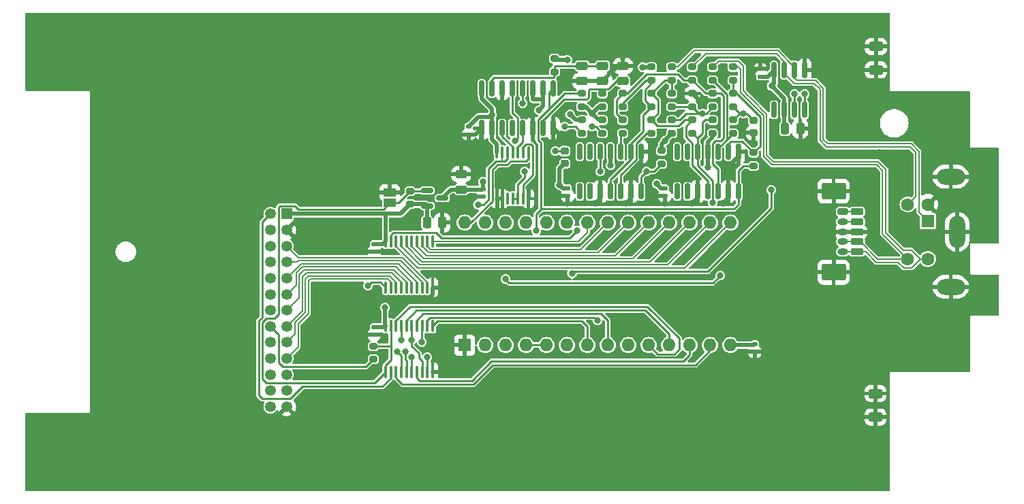
<source format=gbr>
G04 #@! TF.GenerationSoftware,KiCad,Pcbnew,7.0.7-146-g6b43bb8fe3*
G04 #@! TF.CreationDate,2023-09-29T14:39:13+01:00*
G04 #@! TF.ProjectId,Econet_A4,45636f6e-6574-45f4-9134-2e6b69636164,01*
G04 #@! TF.SameCoordinates,Original*
G04 #@! TF.FileFunction,Copper,L1,Top*
G04 #@! TF.FilePolarity,Positive*
%FSLAX46Y46*%
G04 Gerber Fmt 4.6, Leading zero omitted, Abs format (unit mm)*
G04 Created by KiCad (PCBNEW 7.0.7-146-g6b43bb8fe3) date 2023-09-29 14:39:13*
%MOMM*%
%LPD*%
G01*
G04 APERTURE LIST*
G04 Aperture macros list*
%AMRoundRect*
0 Rectangle with rounded corners*
0 $1 Rounding radius*
0 $2 $3 $4 $5 $6 $7 $8 $9 X,Y pos of 4 corners*
0 Add a 4 corners polygon primitive as box body*
4,1,4,$2,$3,$4,$5,$6,$7,$8,$9,$2,$3,0*
0 Add four circle primitives for the rounded corners*
1,1,$1+$1,$2,$3*
1,1,$1+$1,$4,$5*
1,1,$1+$1,$6,$7*
1,1,$1+$1,$8,$9*
0 Add four rect primitives between the rounded corners*
20,1,$1+$1,$2,$3,$4,$5,0*
20,1,$1+$1,$4,$5,$6,$7,0*
20,1,$1+$1,$6,$7,$8,$9,0*
20,1,$1+$1,$8,$9,$2,$3,0*%
G04 Aperture macros list end*
G04 #@! TA.AperFunction,SMDPad,CuDef*
%ADD10RoundRect,0.200000X-0.600000X0.200000X-0.600000X-0.200000X0.600000X-0.200000X0.600000X0.200000X0*%
G04 #@! TD*
G04 #@! TA.AperFunction,ComponentPad*
%ADD11RoundRect,0.200000X-0.450000X0.200000X-0.450000X-0.200000X0.450000X-0.200000X0.450000X0.200000X0*%
G04 #@! TD*
G04 #@! TA.AperFunction,ComponentPad*
%ADD12O,1.300000X0.800000*%
G04 #@! TD*
G04 #@! TA.AperFunction,SMDPad,CuDef*
%ADD13RoundRect,0.250001X-1.249999X0.799999X-1.249999X-0.799999X1.249999X-0.799999X1.249999X0.799999X0*%
G04 #@! TD*
G04 #@! TA.AperFunction,SMDPad,CuDef*
%ADD14RoundRect,0.200000X-0.275000X0.200000X-0.275000X-0.200000X0.275000X-0.200000X0.275000X0.200000X0*%
G04 #@! TD*
G04 #@! TA.AperFunction,SMDPad,CuDef*
%ADD15RoundRect,0.200000X0.275000X-0.200000X0.275000X0.200000X-0.275000X0.200000X-0.275000X-0.200000X0*%
G04 #@! TD*
G04 #@! TA.AperFunction,SMDPad,CuDef*
%ADD16RoundRect,0.140000X-0.170000X0.140000X-0.170000X-0.140000X0.170000X-0.140000X0.170000X0.140000X0*%
G04 #@! TD*
G04 #@! TA.AperFunction,SMDPad,CuDef*
%ADD17RoundRect,0.150000X0.150000X-0.825000X0.150000X0.825000X-0.150000X0.825000X-0.150000X-0.825000X0*%
G04 #@! TD*
G04 #@! TA.AperFunction,SMDPad,CuDef*
%ADD18RoundRect,0.225000X-0.250000X0.225000X-0.250000X-0.225000X0.250000X-0.225000X0.250000X0.225000X0*%
G04 #@! TD*
G04 #@! TA.AperFunction,SMDPad,CuDef*
%ADD19RoundRect,0.250000X-0.475000X0.250000X-0.475000X-0.250000X0.475000X-0.250000X0.475000X0.250000X0*%
G04 #@! TD*
G04 #@! TA.AperFunction,SMDPad,CuDef*
%ADD20RoundRect,0.225000X0.250000X-0.225000X0.250000X0.225000X-0.250000X0.225000X-0.250000X-0.225000X0*%
G04 #@! TD*
G04 #@! TA.AperFunction,SMDPad,CuDef*
%ADD21RoundRect,0.150000X-0.587500X-0.150000X0.587500X-0.150000X0.587500X0.150000X-0.587500X0.150000X0*%
G04 #@! TD*
G04 #@! TA.AperFunction,ComponentPad*
%ADD22R,1.350000X1.350000*%
G04 #@! TD*
G04 #@! TA.AperFunction,ComponentPad*
%ADD23C,1.350000*%
G04 #@! TD*
G04 #@! TA.AperFunction,ComponentPad*
%ADD24R,1.600000X1.600000*%
G04 #@! TD*
G04 #@! TA.AperFunction,ComponentPad*
%ADD25O,1.600000X1.600000*%
G04 #@! TD*
G04 #@! TA.AperFunction,SMDPad,CuDef*
%ADD26RoundRect,0.250000X0.625000X-0.312500X0.625000X0.312500X-0.625000X0.312500X-0.625000X-0.312500X0*%
G04 #@! TD*
G04 #@! TA.AperFunction,SMDPad,CuDef*
%ADD27RoundRect,0.100000X0.100000X-0.637500X0.100000X0.637500X-0.100000X0.637500X-0.100000X-0.637500X0*%
G04 #@! TD*
G04 #@! TA.AperFunction,SMDPad,CuDef*
%ADD28RoundRect,0.250000X-0.250000X-0.475000X0.250000X-0.475000X0.250000X0.475000X-0.250000X0.475000X0*%
G04 #@! TD*
G04 #@! TA.AperFunction,SMDPad,CuDef*
%ADD29R,1.500000X1.000000*%
G04 #@! TD*
G04 #@! TA.AperFunction,SMDPad,CuDef*
%ADD30RoundRect,0.250000X0.475000X-0.250000X0.475000X0.250000X-0.475000X0.250000X-0.475000X-0.250000X0*%
G04 #@! TD*
G04 #@! TA.AperFunction,SMDPad,CuDef*
%ADD31RoundRect,0.140000X0.170000X-0.140000X0.170000X0.140000X-0.170000X0.140000X-0.170000X-0.140000X0*%
G04 #@! TD*
G04 #@! TA.AperFunction,ComponentPad*
%ADD32C,1.600000*%
G04 #@! TD*
G04 #@! TA.AperFunction,ComponentPad*
%ADD33O,3.500000X2.000000*%
G04 #@! TD*
G04 #@! TA.AperFunction,ComponentPad*
%ADD34O,2.000000X4.000000*%
G04 #@! TD*
G04 #@! TA.AperFunction,ViaPad*
%ADD35C,0.800000*%
G04 #@! TD*
G04 #@! TA.AperFunction,Conductor*
%ADD36C,0.500000*%
G04 #@! TD*
G04 #@! TA.AperFunction,Conductor*
%ADD37C,0.200000*%
G04 #@! TD*
G04 #@! TA.AperFunction,Conductor*
%ADD38C,0.250000*%
G04 #@! TD*
G04 APERTURE END LIST*
D10*
X208357000Y-102745000D03*
D11*
X206607000Y-102745000D03*
D10*
X208357000Y-103995000D03*
D12*
X206607000Y-103995000D03*
D10*
X208357000Y-105245000D03*
D12*
X206607000Y-105245000D03*
D10*
X208357000Y-106495000D03*
D12*
X206607000Y-106495000D03*
D10*
X208357000Y-107745000D03*
D12*
X206607000Y-107745000D03*
D13*
X205457000Y-100195000D03*
X205457000Y-110295000D03*
D14*
X195530000Y-95408000D03*
X195530000Y-97058000D03*
X179274000Y-88042000D03*
X179274000Y-89692000D03*
X182830000Y-88042000D03*
X182830000Y-89692000D03*
X182830000Y-91344000D03*
X182830000Y-92994000D03*
X185370000Y-84740000D03*
X185370000Y-86390000D03*
X187910000Y-84740000D03*
X187910000Y-86390000D03*
X190450000Y-84740000D03*
X190450000Y-86390000D03*
X192990000Y-84740000D03*
X192990000Y-86390000D03*
D15*
X190450000Y-89692000D03*
X190450000Y-88042000D03*
X187910000Y-89692000D03*
X187910000Y-88042000D03*
D16*
X161896000Y-99944000D03*
X161896000Y-100904000D03*
X172416000Y-99817000D03*
X172416000Y-100777000D03*
D15*
X185370000Y-92994000D03*
X185370000Y-91344000D03*
X185370000Y-89692000D03*
X185370000Y-88042000D03*
D17*
X173940000Y-100232000D03*
X175210000Y-100232000D03*
X176480000Y-100232000D03*
X177750000Y-100232000D03*
X179020000Y-100232000D03*
X180290000Y-100232000D03*
X181560000Y-100232000D03*
X181560000Y-95282000D03*
X180290000Y-95282000D03*
X179020000Y-95282000D03*
X177750000Y-95282000D03*
X176480000Y-95282000D03*
X175210000Y-95282000D03*
X173940000Y-95282000D03*
D16*
X160097000Y-92173000D03*
X160097000Y-93133000D03*
D14*
X176734000Y-91344000D03*
X176734000Y-92994000D03*
X174194000Y-91344000D03*
X174194000Y-92994000D03*
D17*
X186005000Y-100232000D03*
X187275000Y-100232000D03*
X188545000Y-100232000D03*
X189815000Y-100232000D03*
X191085000Y-100232000D03*
X192355000Y-100232000D03*
X193625000Y-100232000D03*
X193625000Y-95282000D03*
X192355000Y-95282000D03*
X191085000Y-95282000D03*
X189815000Y-95282000D03*
X188545000Y-95282000D03*
X187275000Y-95282000D03*
X186005000Y-95282000D03*
D14*
X187910000Y-91344000D03*
X187910000Y-92994000D03*
D18*
X195530000Y-91394000D03*
X195530000Y-92944000D03*
D15*
X190450000Y-92994000D03*
X190450000Y-91344000D03*
D16*
X195673000Y-119248000D03*
X195673000Y-120208000D03*
D14*
X184100000Y-95154000D03*
X184100000Y-96804000D03*
D15*
X182830000Y-86390000D03*
X182830000Y-84740000D03*
D17*
X161748000Y-92358000D03*
X163018000Y-92358000D03*
X164288000Y-92358000D03*
X165558000Y-92358000D03*
X166828000Y-92358000D03*
X168098000Y-92358000D03*
X169368000Y-92358000D03*
X170638000Y-92358000D03*
X170638000Y-87408000D03*
X169368000Y-87408000D03*
X168098000Y-87408000D03*
X166828000Y-87408000D03*
X165558000Y-87408000D03*
X164288000Y-87408000D03*
X163018000Y-87408000D03*
X161748000Y-87408000D03*
D14*
X179274000Y-91344000D03*
X179274000Y-92994000D03*
D15*
X174194000Y-89692000D03*
X174194000Y-88042000D03*
D19*
X174194000Y-84615000D03*
X174194000Y-86515000D03*
X179274000Y-84615000D03*
X179274000Y-86515000D03*
D15*
X176734000Y-89692000D03*
X176734000Y-88042000D03*
X170765000Y-85337000D03*
X170765000Y-83687000D03*
D20*
X172035000Y-96754000D03*
X172035000Y-95204000D03*
D14*
X192990000Y-91344000D03*
X192990000Y-92994000D03*
D16*
X184481000Y-99817000D03*
X184481000Y-100777000D03*
D15*
X192990000Y-89692000D03*
X192990000Y-88042000D03*
D19*
X176734000Y-84615000D03*
X176734000Y-86515000D03*
D14*
X148270000Y-119476000D03*
X148270000Y-121126000D03*
D21*
X154941000Y-100123000D03*
X154941000Y-102023000D03*
X156816000Y-101073000D03*
D22*
X137475000Y-103029000D03*
D23*
X135475000Y-103029000D03*
X137475000Y-105029000D03*
X135475000Y-105029000D03*
X137475000Y-107029000D03*
X135475000Y-107029000D03*
X137475000Y-109029000D03*
X135475000Y-109029000D03*
X137475000Y-111029000D03*
X135475000Y-111029000D03*
X137475000Y-113029000D03*
X135475000Y-113029000D03*
X137475000Y-115029000D03*
X135475000Y-115029000D03*
X137475000Y-117029000D03*
X135475000Y-117029000D03*
X137475000Y-119029000D03*
X135475000Y-119029000D03*
X137475000Y-121029000D03*
X135475000Y-121029000D03*
X137475000Y-123029000D03*
X135475000Y-123029000D03*
X137475000Y-125029000D03*
X135475000Y-125029000D03*
X137475000Y-127029000D03*
X135475000Y-127029000D03*
D24*
X159615000Y-119347000D03*
D25*
X162155000Y-119347000D03*
X164695000Y-119347000D03*
X167235000Y-119347000D03*
X169775000Y-119347000D03*
X172315000Y-119347000D03*
X174855000Y-119347000D03*
X177395000Y-119347000D03*
X179935000Y-119347000D03*
X182475000Y-119347000D03*
X185015000Y-119347000D03*
X187555000Y-119347000D03*
X190095000Y-119347000D03*
X192635000Y-119347000D03*
X192635000Y-104107000D03*
X190095000Y-104107000D03*
X187555000Y-104107000D03*
X185015000Y-104107000D03*
X182475000Y-104107000D03*
X179935000Y-104107000D03*
X177395000Y-104107000D03*
X174855000Y-104107000D03*
X172315000Y-104107000D03*
X169775000Y-104107000D03*
X167235000Y-104107000D03*
X164695000Y-104107000D03*
X162155000Y-104107000D03*
X159615000Y-104107000D03*
D26*
X210659000Y-128307500D03*
X210659000Y-125382500D03*
D27*
X149775000Y-112179500D03*
X150425000Y-112179500D03*
X151075000Y-112179500D03*
X151725000Y-112179500D03*
X152375000Y-112179500D03*
X153025000Y-112179500D03*
X153675000Y-112179500D03*
X154325000Y-112179500D03*
X154975000Y-112179500D03*
X155625000Y-112179500D03*
X155625000Y-106454500D03*
X154975000Y-106454500D03*
X154325000Y-106454500D03*
X153675000Y-106454500D03*
X153025000Y-106454500D03*
X152375000Y-106454500D03*
X151725000Y-106454500D03*
X151075000Y-106454500D03*
X150425000Y-106454500D03*
X149775000Y-106454500D03*
D28*
X154928500Y-104121000D03*
X156828500Y-104121000D03*
D26*
X210717000Y-85107500D03*
X210717000Y-82182500D03*
D16*
X148382000Y-106777000D03*
X148382000Y-107737000D03*
D29*
X150302000Y-101647000D03*
X150302000Y-100347000D03*
D27*
X149775000Y-122717500D03*
X150425000Y-122717500D03*
X151075000Y-122717500D03*
X151725000Y-122717500D03*
X152375000Y-122717500D03*
X153025000Y-122717500D03*
X153675000Y-122717500D03*
X154325000Y-122717500D03*
X154975000Y-122717500D03*
X155625000Y-122717500D03*
X155625000Y-116992500D03*
X154975000Y-116992500D03*
X154325000Y-116992500D03*
X153675000Y-116992500D03*
X153025000Y-116992500D03*
X152375000Y-116992500D03*
X151725000Y-116992500D03*
X151075000Y-116992500D03*
X150425000Y-116992500D03*
X149775000Y-116992500D03*
D28*
X199406000Y-92423000D03*
X201306000Y-92423000D03*
D16*
X148382000Y-117089000D03*
X148382000Y-118049000D03*
D30*
X159180500Y-99991000D03*
X159180500Y-98091000D03*
D15*
X152842000Y-101822000D03*
X152842000Y-100172000D03*
D27*
X163629000Y-101127500D03*
X164279000Y-101127500D03*
X164929000Y-101127500D03*
X165579000Y-101127500D03*
X166229000Y-101127500D03*
X166879000Y-101127500D03*
X167529000Y-101127500D03*
X167529000Y-95402500D03*
X166879000Y-95402500D03*
X166229000Y-95402500D03*
X165579000Y-95402500D03*
X164929000Y-95402500D03*
X164279000Y-95402500D03*
X163629000Y-95402500D03*
D31*
X196341000Y-85938500D03*
X196341000Y-84978500D03*
D17*
X198070000Y-90072000D03*
X199340000Y-90072000D03*
X200610000Y-90072000D03*
X201880000Y-90072000D03*
X201880000Y-85122000D03*
X200610000Y-85122000D03*
X199340000Y-85122000D03*
X198070000Y-85122000D03*
D24*
X217169000Y-103945000D03*
D32*
X217169000Y-101845000D03*
X217169000Y-108645000D03*
X214669000Y-101845000D03*
X214669000Y-108645000D03*
D33*
X220019000Y-112095000D03*
D34*
X220819000Y-105245000D03*
D33*
X220019000Y-98395000D03*
D35*
X189180000Y-88867000D03*
X187910000Y-101694000D03*
X184481000Y-101694000D03*
X179655000Y-101694000D03*
X175845000Y-101694000D03*
X159446000Y-101694000D03*
X171273000Y-93820000D03*
X172416000Y-101694000D03*
X171428000Y-90553000D03*
X190815000Y-136049000D03*
X167708000Y-90719989D03*
X221295000Y-89059000D03*
X211135000Y-87789000D03*
X150175000Y-87789000D03*
X164240000Y-89121000D03*
X119695000Y-95409000D03*
X150175000Y-127159000D03*
X171047000Y-117477000D03*
X119695000Y-110649000D03*
X182350000Y-108079000D03*
X170412000Y-113794000D03*
X160335000Y-87789000D03*
X140015000Y-136049000D03*
X167745000Y-117477000D03*
X175746000Y-106936000D03*
X129855000Y-127159000D03*
X129855000Y-95409000D03*
X119695000Y-87789000D03*
X129855000Y-80169000D03*
X200975000Y-136049000D03*
X190815000Y-115729000D03*
X180655000Y-80169000D03*
X179226000Y-83533000D03*
X177270000Y-113794000D03*
X119695000Y-118269000D03*
X140269000Y-118269000D03*
X180191000Y-107698000D03*
X200975000Y-105569000D03*
X129855000Y-118269000D03*
X180655000Y-136049000D03*
X221295000Y-120809000D03*
X186541000Y-108841000D03*
X191720000Y-101694000D03*
X170495000Y-136049000D03*
X175111000Y-113794000D03*
X200975000Y-80169000D03*
X190815000Y-80169000D03*
X178032000Y-107317000D03*
X160335000Y-80169000D03*
X189180000Y-86581000D03*
X200975000Y-95409000D03*
X170495000Y-127159000D03*
X119695000Y-127159000D03*
X160335000Y-136049000D03*
X163675799Y-102673000D03*
X189208000Y-109222000D03*
X109535000Y-136049000D03*
X148441000Y-105031000D03*
X119695000Y-80169000D03*
X180655000Y-115983000D03*
X109535000Y-130969000D03*
X190815000Y-127159000D03*
X140015000Y-95409000D03*
X195812000Y-101856000D03*
X195312000Y-87027000D03*
X162792000Y-113540000D03*
X191720000Y-86581000D03*
X129855000Y-103029000D03*
X200975000Y-127159000D03*
X129855000Y-110649000D03*
X212405000Y-107601000D03*
X161642000Y-94074000D03*
X184509000Y-108460000D03*
X140015000Y-80169000D03*
X150175000Y-136049000D03*
X140015000Y-127159000D03*
X163427000Y-117350000D03*
X160335000Y-127159000D03*
X151108000Y-114429000D03*
X119695000Y-103029000D03*
X109535000Y-80169000D03*
X166602000Y-113667000D03*
X180655000Y-127159000D03*
X211135000Y-136049000D03*
X211135000Y-80169000D03*
X173460000Y-117477000D03*
X170495000Y-80169000D03*
X109535000Y-85249000D03*
X150854000Y-104396000D03*
X140015000Y-87789000D03*
X195812000Y-99570000D03*
X129855000Y-136049000D03*
X200975000Y-115729000D03*
X186370000Y-97695000D03*
X173206000Y-113794000D03*
X150175000Y-95409000D03*
X211135000Y-115729000D03*
X129855000Y-87789000D03*
X221295000Y-95409000D03*
X119695000Y-136049000D03*
X211135000Y-95409000D03*
X221295000Y-115729000D03*
X195530000Y-94201000D03*
X150175000Y-80169000D03*
X167573500Y-99789000D03*
X149711000Y-114683000D03*
X172701500Y-90645000D03*
X194260000Y-90518000D03*
X189180000Y-90518000D03*
X170892000Y-95217000D03*
X182195000Y-97757000D03*
X176480000Y-97757000D03*
X167070000Y-97757000D03*
X168495000Y-105123000D03*
X166828000Y-89248000D03*
X164695000Y-111145000D03*
X190426888Y-101647264D03*
X191365000Y-110711000D03*
X200610000Y-88105000D03*
X165837299Y-93942701D03*
X175464000Y-92169000D03*
X152241214Y-120171000D03*
X161264063Y-101848992D03*
X177750000Y-96995000D03*
X171400000Y-99408000D03*
X183465000Y-99281000D03*
X162994000Y-90698001D03*
X181714500Y-84752200D03*
X197754498Y-87109511D03*
X189815000Y-97249000D03*
X184481000Y-93947000D03*
X172372299Y-83828060D03*
X175464000Y-90518000D03*
X168860000Y-90137000D03*
X161864980Y-99027000D03*
X151241712Y-120171512D03*
X172035000Y-92169000D03*
X176115000Y-116299000D03*
X173585000Y-105123000D03*
X147595000Y-111981000D03*
X154281000Y-118963000D03*
X153025000Y-118709000D03*
X151741000Y-118709000D03*
X152975000Y-120871500D03*
X154975000Y-120871000D03*
X172955250Y-110451500D03*
X197710701Y-100038701D03*
X201880000Y-88105000D03*
D36*
X205457000Y-105253000D02*
X205449000Y-105245000D01*
X205457000Y-110295000D02*
X205457000Y-105253000D01*
X205457000Y-100195000D02*
X205457000Y-105237000D01*
X205449000Y-105245000D02*
X206607000Y-105245000D01*
X201299000Y-105245000D02*
X205449000Y-105245000D01*
X205457000Y-105237000D02*
X205449000Y-105245000D01*
X140183000Y-107737000D02*
X137475000Y-105029000D01*
X160097000Y-93133000D02*
X160973000Y-93133000D01*
X155625000Y-112179500D02*
X189333000Y-112179500D01*
X161642000Y-94074000D02*
X161642000Y-92464000D01*
X211855000Y-95409000D02*
X211135000Y-95409000D01*
X172416000Y-101694000D02*
X172416000Y-100777000D01*
X220019000Y-90155000D02*
X220019000Y-98395000D01*
X199424475Y-107093000D02*
X199451000Y-107093000D01*
X211135000Y-87789000D02*
X212421000Y-89075000D01*
X199424475Y-112179500D02*
X216813374Y-112179500D01*
X195673000Y-127331000D02*
X195673000Y-120208000D01*
X201306000Y-92423000D02*
X201306000Y-94216000D01*
X210717000Y-87371000D02*
X211135000Y-87789000D01*
X195683000Y-125339000D02*
X195683000Y-120218000D01*
X192355000Y-101059000D02*
X192355000Y-100232000D01*
X146915000Y-117569000D02*
X146915000Y-113759000D01*
X163675799Y-101174299D02*
X163629000Y-101127500D01*
X195312000Y-87027000D02*
X195312000Y-85578000D01*
X164288000Y-87408000D02*
X164288000Y-89073000D01*
X180290000Y-97741954D02*
X181560000Y-96471954D01*
X138475000Y-128029000D02*
X194975000Y-128029000D01*
X191720000Y-101694000D02*
X192355000Y-101059000D01*
X202499000Y-95409000D02*
X211135000Y-95409000D01*
X180290000Y-100232000D02*
X180290000Y-97741954D01*
X192355000Y-97105544D02*
X193625000Y-95835544D01*
X159180500Y-98091000D02*
X159180500Y-95993000D01*
X199424475Y-107093000D02*
X199424475Y-112179500D01*
X159180500Y-95993000D02*
X160097000Y-95076500D01*
X181560000Y-96471954D02*
X181560000Y-95282000D01*
X211135000Y-120809000D02*
X219225000Y-120809000D01*
X216813374Y-112179500D02*
X216897874Y-112095000D01*
X194975000Y-128029000D02*
X195673000Y-127331000D01*
X171273000Y-93820000D02*
X171273000Y-92993000D01*
X212421000Y-89075000D02*
X213929000Y-89075000D01*
X147395000Y-118049000D02*
X146915000Y-117569000D01*
X179274000Y-84615000D02*
X178634000Y-84615000D01*
X159446000Y-101694000D02*
X160224000Y-101694000D01*
X206607000Y-105245000D02*
X208357000Y-105245000D01*
X159615000Y-121633000D02*
X159615000Y-119347000D01*
X212975000Y-96529000D02*
X211855000Y-95409000D01*
X150302000Y-100601000D02*
X150302000Y-98787000D01*
X160224000Y-101694000D02*
X160605000Y-101313000D01*
X161896000Y-100904000D02*
X161007664Y-100904000D01*
X187910000Y-101694000D02*
X188545000Y-101059000D01*
X201306000Y-94216000D02*
X202499000Y-95409000D01*
X212975000Y-104529000D02*
X212975000Y-96529000D01*
X179274000Y-84615000D02*
X179274000Y-83581000D01*
X195530000Y-94201000D02*
X195530000Y-92944000D01*
X163675799Y-102673000D02*
X163675799Y-101174299D01*
X155302817Y-113367000D02*
X155625000Y-113044817D01*
X210659000Y-125382500D02*
X210659000Y-121285000D01*
X199451000Y-107093000D02*
X200975000Y-105569000D01*
X158530500Y-122717500D02*
X159615000Y-121633000D01*
X150998000Y-98091000D02*
X150302000Y-98787000D01*
X219225000Y-120809000D02*
X220019000Y-120015000D01*
X164288000Y-89073000D02*
X164240000Y-89121000D01*
X178634000Y-84615000D02*
X176734000Y-86515000D01*
X189180000Y-88867000D02*
X188735000Y-88867000D01*
X174194000Y-86515000D02*
X176734000Y-86515000D01*
X175845000Y-101694000D02*
X176480000Y-101059000D01*
X176480000Y-101059000D02*
X176480000Y-100232000D01*
X212972500Y-104531500D02*
X212975000Y-104529000D01*
X167573500Y-101083000D02*
X167529000Y-101127500D01*
X155625000Y-113044817D02*
X155625000Y-112179500D01*
X189333000Y-112179500D02*
X193806500Y-112179500D01*
X193806500Y-112179500D02*
X199424475Y-112179500D01*
X179655000Y-101694000D02*
X180290000Y-101059000D01*
X184481000Y-101694000D02*
X184481000Y-100777000D01*
X200975000Y-105569000D02*
X201299000Y-105245000D01*
X218939000Y-89075000D02*
X220019000Y-90155000D01*
X155625000Y-122717500D02*
X158530500Y-122717500D01*
X210717000Y-85107500D02*
X210717000Y-87371000D01*
X195312000Y-85578000D02*
X195911500Y-84978500D01*
X195911500Y-84978500D02*
X196341000Y-84978500D01*
X167573500Y-99789000D02*
X167573500Y-101083000D01*
X148382000Y-107737000D02*
X140523000Y-107737000D01*
X171273000Y-92993000D02*
X170638000Y-92358000D01*
X137475000Y-127029000D02*
X138475000Y-128029000D01*
X213929000Y-89075000D02*
X218939000Y-89075000D01*
X160973000Y-93133000D02*
X161748000Y-92358000D01*
X179274000Y-83581000D02*
X179226000Y-83533000D01*
X168098000Y-92358000D02*
X168098000Y-91109989D01*
X161642000Y-92464000D02*
X161748000Y-92358000D01*
X188735000Y-88867000D02*
X187910000Y-88042000D01*
X220819000Y-105245000D02*
X213686000Y-105245000D01*
X216897874Y-112095000D02*
X220019000Y-112095000D01*
X192355000Y-100232000D02*
X192355000Y-97105544D01*
X146915000Y-113759000D02*
X147307000Y-113367000D01*
X147307000Y-113367000D02*
X155302817Y-113367000D01*
X163629000Y-101127500D02*
X164279000Y-101127500D01*
X201880000Y-85122000D02*
X210702500Y-85122000D01*
X140523000Y-107737000D02*
X140183000Y-107737000D01*
X168098000Y-91109989D02*
X167708000Y-90719989D01*
X210659000Y-125382500D02*
X210659000Y-128307500D01*
X220019000Y-120015000D02*
X220019000Y-112095000D01*
X210659000Y-121285000D02*
X211135000Y-120809000D01*
X159180500Y-98091000D02*
X150998000Y-98091000D01*
X210717000Y-82182500D02*
X210717000Y-85107500D01*
X188545000Y-101059000D02*
X188545000Y-100232000D01*
X148382000Y-118049000D02*
X147395000Y-118049000D01*
X161007664Y-100904000D02*
X160601832Y-101309832D01*
X213686000Y-105245000D02*
X212972500Y-104531500D01*
X160097000Y-95076500D02*
X160097000Y-93133000D01*
X180290000Y-101059000D02*
X180290000Y-100232000D01*
D37*
X204593000Y-94709000D02*
X214969000Y-94709000D01*
X203769000Y-93885000D02*
X204593000Y-94709000D01*
X199340000Y-84076290D02*
X198372710Y-83109000D01*
X206607000Y-103995000D02*
X208357000Y-103995000D01*
X200572000Y-86797000D02*
X203031000Y-86797000D01*
X189541000Y-83109000D02*
X187910000Y-84740000D01*
X198372710Y-83109000D02*
X189541000Y-83109000D01*
X215669000Y-95409000D02*
X215669000Y-100845000D01*
X215669000Y-100845000D02*
X214669000Y-101845000D01*
X203769000Y-87535000D02*
X203769000Y-93885000D01*
X203031000Y-86797000D02*
X203769000Y-87535000D01*
X199340000Y-85122000D02*
X199340000Y-84076290D01*
X214969000Y-94709000D02*
X215669000Y-95409000D01*
X199340000Y-85565000D02*
X200572000Y-86797000D01*
X185370000Y-84740000D02*
X186069000Y-84740000D01*
X204169000Y-87369314D02*
X204169000Y-93719314D01*
X200610000Y-85122000D02*
X200610000Y-86097000D01*
X186069000Y-84740000D02*
X188100000Y-82709000D01*
X204758686Y-94309000D02*
X215134686Y-94309000D01*
X216069000Y-95243314D02*
X216069000Y-102845000D01*
X198538396Y-82709000D02*
X200610000Y-84780604D01*
X216069000Y-102845000D02*
X217169000Y-103945000D01*
X200610000Y-86097000D02*
X200910000Y-86397000D01*
X215134686Y-94309000D02*
X216069000Y-95243314D01*
X188100000Y-82709000D02*
X198538396Y-82709000D01*
X200910000Y-86397000D02*
X203196686Y-86397000D01*
X204169000Y-93719314D02*
X204758686Y-94309000D01*
X203196686Y-86397000D02*
X204169000Y-87369314D01*
X206607000Y-102745000D02*
X208357000Y-102745000D01*
D36*
X137475000Y-103029000D02*
X149775000Y-103029000D01*
X148382000Y-117089000D02*
X149678500Y-117089000D01*
X149452500Y-106777000D02*
X149775000Y-106454500D01*
X149775000Y-103029000D02*
X151635000Y-103029000D01*
X173400500Y-91344000D02*
X172701500Y-90645000D01*
X149775000Y-106454500D02*
X149775000Y-103029000D01*
X149711000Y-114683000D02*
X149711000Y-116928500D01*
X149711000Y-116928500D02*
X149775000Y-116992500D01*
X154740000Y-101822000D02*
X154941000Y-102023000D01*
X174194000Y-91344000D02*
X173400500Y-91344000D01*
X148382000Y-106777000D02*
X149452500Y-106777000D01*
X151635000Y-103029000D02*
X152842000Y-101822000D01*
X152842000Y-101822000D02*
X154740000Y-101822000D01*
X154941000Y-102023000D02*
X154941000Y-104108500D01*
X149678500Y-117089000D02*
X149775000Y-116992500D01*
D37*
X215143000Y-107545000D02*
X214134686Y-107545000D01*
X214183000Y-109745000D02*
X215143000Y-109745000D01*
X191191000Y-83999000D02*
X190450000Y-84740000D01*
X210975000Y-96529000D02*
X197975000Y-96529000D01*
X217169000Y-108645000D02*
X216243000Y-108645000D01*
X193609000Y-83999000D02*
X191191000Y-83999000D01*
X210745314Y-109045000D02*
X213483000Y-109045000D01*
X197154520Y-95708520D02*
X197154520Y-90599656D01*
X211932000Y-105342314D02*
X211932000Y-97486000D01*
X197975000Y-96529000D02*
X197154520Y-95708520D01*
X213483000Y-109045000D02*
X214183000Y-109745000D01*
X214134686Y-107545000D02*
X211932000Y-105342314D01*
X194263000Y-87693500D02*
X194263000Y-84653000D01*
X211932000Y-97486000D02*
X210975000Y-96529000D01*
X194612500Y-88058314D02*
X194612500Y-88043000D01*
X194263000Y-84653000D02*
X193609000Y-83999000D01*
X208357000Y-107745000D02*
X209445314Y-107745000D01*
X215143000Y-109745000D02*
X216243000Y-108645000D01*
X209445314Y-107745000D02*
X210745314Y-109045000D01*
X194612500Y-88043000D02*
X194263000Y-87693500D01*
X216243000Y-108645000D02*
X215143000Y-107545000D01*
X195348593Y-88794407D02*
X194612500Y-88058314D01*
X195349271Y-88794407D02*
X195348593Y-88794407D01*
X197154520Y-90599656D02*
X195349271Y-88794407D01*
X208357000Y-107745000D02*
X206607000Y-107745000D01*
X211532000Y-105508000D02*
X214669000Y-108645000D01*
X196754520Y-90766020D02*
X196754520Y-95874206D01*
X208761000Y-106495000D02*
X208357000Y-106495000D01*
X193863000Y-85057000D02*
X193863000Y-87874500D01*
X214669000Y-108645000D02*
X210911000Y-108645000D01*
X196754520Y-95874206D02*
X197809315Y-96929000D01*
X211532000Y-97651686D02*
X211532000Y-105508000D01*
X210911000Y-108645000D02*
X208761000Y-106495000D01*
X192990000Y-84740000D02*
X193546000Y-84740000D01*
X193863000Y-87874500D02*
X196754520Y-90766020D01*
X193546000Y-84740000D02*
X193863000Y-85057000D01*
X208357000Y-106495000D02*
X206607000Y-106495000D01*
X210809314Y-96929000D02*
X211532000Y-97651686D01*
X197809315Y-96929000D02*
X210809314Y-96929000D01*
D38*
X170765000Y-85898000D02*
X170590000Y-86073000D01*
X170765000Y-85337000D02*
X170765000Y-85898000D01*
X170590000Y-86073000D02*
X163224000Y-86073000D01*
X163224000Y-86073000D02*
X163018000Y-86279000D01*
X163018000Y-86279000D02*
X163018000Y-87408000D01*
X170889000Y-84615000D02*
X174194000Y-84615000D01*
X174194000Y-84615000D02*
X176734000Y-84615000D01*
X170765000Y-84739000D02*
X170765000Y-85337000D01*
X170765000Y-84739000D02*
X170889000Y-84615000D01*
X185370000Y-91344000D02*
X186320590Y-91344000D01*
X194260000Y-90518000D02*
X193816000Y-90518000D01*
X193816000Y-90518000D02*
X192990000Y-89692000D01*
X186320590Y-91344000D02*
X187146590Y-90518000D01*
X189180000Y-90518000D02*
X189624000Y-90518000D01*
X188736000Y-90518000D02*
X187910000Y-89692000D01*
X188736000Y-90518000D02*
X187164400Y-90518000D01*
X194260000Y-90518000D02*
X194654000Y-90518000D01*
X187910000Y-89692000D02*
X185370000Y-89692000D01*
X194654000Y-90518000D02*
X195530000Y-91394000D01*
X189180000Y-90518000D02*
X188736000Y-90518000D01*
X189624000Y-90518000D02*
X190450000Y-89692000D01*
X193816000Y-90518000D02*
X192990000Y-91344000D01*
X177499010Y-87466990D02*
X176730990Y-87466990D01*
X178451000Y-86515000D02*
X177499010Y-87466990D01*
X176730990Y-87466990D02*
X175213010Y-87466990D01*
X171983990Y-88767010D02*
X169368000Y-91383000D01*
X179274000Y-86515000D02*
X178451000Y-86515000D01*
X169368000Y-91383000D02*
X169368000Y-92358000D01*
X174994010Y-87685990D02*
X174994010Y-88574990D01*
X176730990Y-87466990D02*
X176730990Y-88038990D01*
X174994010Y-88574990D02*
X174801990Y-88767010D01*
X175213010Y-87466990D02*
X174994010Y-87685990D01*
X174801990Y-88767010D02*
X171983990Y-88767010D01*
X167070000Y-97757000D02*
X167070000Y-98536604D01*
X181560000Y-100232000D02*
X181560000Y-98392000D01*
X165579000Y-101127500D02*
X166229000Y-101127500D01*
X172035000Y-95204000D02*
X170905000Y-95204000D01*
X170905000Y-95204000D02*
X170892000Y-95217000D01*
X167070000Y-98536604D02*
X166229000Y-99377604D01*
X176480000Y-97757000D02*
X176480000Y-95282000D01*
X181560000Y-98392000D02*
X182195000Y-97757000D01*
X166229000Y-99377604D02*
X166229000Y-101127500D01*
X183147000Y-97757000D02*
X184100000Y-96804000D01*
X182195000Y-97757000D02*
X183147000Y-97757000D01*
X164288000Y-92358000D02*
X164288000Y-93418000D01*
X165579000Y-94709000D02*
X165579000Y-95402500D01*
X164288000Y-93418000D02*
X165579000Y-94709000D01*
X166828000Y-94114959D02*
X166828000Y-92358000D01*
X166229000Y-95402500D02*
X166229000Y-94713959D01*
X166229000Y-94713959D02*
X166828000Y-94114959D01*
X193625000Y-100232000D02*
X193625000Y-97645000D01*
X169070000Y-102516000D02*
X169070000Y-94173000D01*
X169167000Y-102419000D02*
X169070000Y-102516000D01*
X170099616Y-87946384D02*
X170638000Y-87408000D01*
X174194000Y-88042000D02*
X172037232Y-88042000D01*
X168495000Y-103091000D02*
X169008000Y-102578000D01*
X193625000Y-100232000D02*
X193625000Y-101847000D01*
X169070000Y-94173000D02*
X168742990Y-93845990D01*
X193625000Y-97645000D02*
X194212000Y-97058000D01*
X167225000Y-119347000D02*
X169765000Y-119347000D01*
X193625000Y-101847000D02*
X193053000Y-102419000D01*
X172037232Y-88042000D02*
X170099616Y-89979616D01*
X168742990Y-93845990D02*
X168742990Y-91336242D01*
X169167000Y-102419000D02*
X193053000Y-102419000D01*
X194212000Y-97058000D02*
X195530000Y-97058000D01*
X168742990Y-91336242D02*
X170099616Y-89979616D01*
X170099616Y-89979616D02*
X170099616Y-87946384D01*
X168495000Y-105123000D02*
X168495000Y-103091000D01*
X169008000Y-102578000D02*
X169070000Y-102516000D01*
X166828000Y-89248000D02*
X166828000Y-87408000D01*
X183630010Y-88842010D02*
X182830000Y-88042000D01*
X184482000Y-86390000D02*
X182830000Y-88042000D01*
X187100000Y-93439000D02*
X187899520Y-94238520D01*
X183630010Y-90543990D02*
X183630010Y-88842010D01*
X187910000Y-91344000D02*
X186957000Y-91344000D01*
X185370000Y-88042000D02*
X185370000Y-86390000D01*
X182830000Y-91344000D02*
X183555010Y-92069010D01*
X187910000Y-91344000D02*
X187100000Y-92154000D01*
X189815000Y-100232000D02*
X189815000Y-98909332D01*
X182830000Y-91344000D02*
X183630010Y-90543990D01*
X183555010Y-92069010D02*
X186231990Y-92069010D01*
X187899520Y-94238520D02*
X187899520Y-96993852D01*
X186957000Y-91344000D02*
X186231990Y-92069010D01*
X187899520Y-96993852D02*
X189815000Y-98909332D01*
X187100000Y-92154000D02*
X187100000Y-93439000D01*
X185370000Y-86390000D02*
X184482000Y-86390000D01*
X190459990Y-94260242D02*
X190788116Y-93932116D01*
X191085000Y-100232000D02*
X191085000Y-97445998D01*
X186829510Y-86390000D02*
X187910000Y-86390000D01*
X179274000Y-88042000D02*
X179855068Y-88042000D01*
X191085000Y-97445998D02*
X190459990Y-96820988D01*
X186104500Y-85664990D02*
X186829510Y-86390000D01*
X190788116Y-93932116D02*
X191421706Y-93932116D01*
X191739980Y-93613842D02*
X191739980Y-88378980D01*
X179274000Y-91344000D02*
X178473990Y-90543990D01*
X191403000Y-88042000D02*
X190450000Y-88042000D01*
X179855068Y-88042000D02*
X182232078Y-85664990D01*
X191739980Y-88378980D02*
X191403000Y-88042000D01*
X191421706Y-93932116D02*
X191739980Y-93613842D01*
X190450000Y-88042000D02*
X189562000Y-88042000D01*
X190459990Y-96820988D02*
X190459990Y-94260242D01*
X178473990Y-88842010D02*
X179274000Y-88042000D01*
X178473990Y-90543990D02*
X178473990Y-88842010D01*
X189562000Y-88042000D02*
X187910000Y-86390000D01*
X182232078Y-85664990D02*
X186104500Y-85664990D01*
X196329520Y-90941382D02*
X193430138Y-88042000D01*
X192680010Y-93981990D02*
X194103990Y-93981990D01*
X196329520Y-94608480D02*
X196329520Y-90941382D01*
X192355000Y-95282000D02*
X192355000Y-94307000D01*
X192355000Y-94307000D02*
X192680010Y-93981990D01*
X194103990Y-93981990D02*
X195530000Y-95408000D01*
X193430138Y-88042000D02*
X192990000Y-88042000D01*
X192990000Y-88042000D02*
X192990000Y-86390000D01*
X195530000Y-95408000D02*
X196329520Y-94608480D01*
X192189990Y-88129990D02*
X190450000Y-86390000D01*
X192189990Y-93794010D02*
X192990000Y-92994000D01*
X192189990Y-93800242D02*
X192189990Y-88129990D01*
X191085000Y-94905232D02*
X192189990Y-93800242D01*
X192189990Y-93800242D02*
X192189990Y-93794010D01*
X190471500Y-111604500D02*
X191365000Y-110711000D01*
X188545000Y-93629000D02*
X187911205Y-92995205D01*
X190460480Y-98919094D02*
X190460480Y-101613672D01*
X188545000Y-93629000D02*
X188545000Y-95282000D01*
X189180000Y-92994000D02*
X188545000Y-93629000D01*
X164695000Y-111199000D02*
X165100500Y-111604500D01*
X190460480Y-101613672D02*
X190426888Y-101647264D01*
X190450000Y-91344000D02*
X189497000Y-91344000D01*
X188545000Y-95282000D02*
X188545000Y-97003614D01*
X165100500Y-111604500D02*
X190471500Y-111604500D01*
X164695000Y-111145000D02*
X164695000Y-111199000D01*
X189497000Y-91344000D02*
X189180000Y-91661000D01*
X189180000Y-91661000D02*
X189180000Y-92994000D01*
X188545000Y-97003614D02*
X190460480Y-98919094D01*
X181804990Y-92753832D02*
X181804990Y-90717010D01*
X181804990Y-90717010D02*
X182830000Y-89692000D01*
X180290000Y-95282000D02*
X180290000Y-96233000D01*
X182830000Y-86390000D02*
X182830000Y-86758980D01*
X179274000Y-89692000D02*
X179274000Y-89259478D01*
X182029990Y-88891990D02*
X182830000Y-89692000D01*
X180290000Y-94268822D02*
X180290000Y-95282000D01*
X180290000Y-96233000D02*
X177750000Y-98773000D01*
X181804990Y-92753832D02*
X180290000Y-94268822D01*
X182830000Y-86758980D02*
X182029990Y-87558990D01*
X179274000Y-89259478D02*
X182143478Y-86390000D01*
X182143478Y-86390000D02*
X182830000Y-86390000D01*
X182029990Y-87558990D02*
X182029990Y-88891990D01*
X177750000Y-100232000D02*
X177750000Y-98773000D01*
X180915009Y-96303759D02*
X180915009Y-94280223D01*
X180915009Y-94280223D02*
X182201232Y-92994000D01*
X179020000Y-98198768D02*
X180915009Y-96303759D01*
X182201232Y-92994000D02*
X182830000Y-92994000D01*
X179020000Y-100232000D02*
X179020000Y-98198768D01*
X179020000Y-95282000D02*
X179020000Y-93248000D01*
X165837299Y-93942701D02*
X166184000Y-93596000D01*
X200610000Y-88105000D02*
X200610000Y-90072000D01*
X166184000Y-93596000D02*
X166184000Y-91071000D01*
X166184000Y-91071000D02*
X165558000Y-90445000D01*
X165558000Y-90445000D02*
X165558000Y-87408000D01*
X174855000Y-119347000D02*
X174855000Y-117061000D01*
X156262500Y-116355000D02*
X155625000Y-116992500D01*
X174855000Y-117061000D02*
X174149000Y-116355000D01*
X174149000Y-116355000D02*
X156262500Y-116355000D01*
X175464000Y-92169000D02*
X175909000Y-92169000D01*
X175909000Y-92169000D02*
X176734000Y-92994000D01*
X154475000Y-115455000D02*
X176551000Y-115455000D01*
X153675000Y-116255000D02*
X154475000Y-115455000D01*
X177395000Y-116299000D02*
X177395000Y-119347000D01*
X176551000Y-115455000D02*
X177395000Y-116299000D01*
X153675000Y-116992500D02*
X153675000Y-116255000D01*
X152375000Y-121296805D02*
X152241214Y-121163019D01*
X152375000Y-122717500D02*
X152375000Y-121296805D01*
X152241214Y-121163019D02*
X152241214Y-120171000D01*
X152823958Y-114555000D02*
X182325710Y-114555000D01*
X151075000Y-116303958D02*
X152823958Y-114555000D01*
X185691000Y-120472000D02*
X183600000Y-120472000D01*
X182325710Y-114555000D02*
X186285000Y-118514290D01*
X186285000Y-118514290D02*
X186285000Y-119878000D01*
X151075000Y-116992500D02*
X151075000Y-116303958D01*
X186285000Y-119878000D02*
X185691000Y-120472000D01*
X183600000Y-120472000D02*
X182475000Y-119347000D01*
X152375000Y-116255000D02*
X153625000Y-115005000D01*
X153625000Y-115005000D02*
X182068604Y-115005000D01*
X182068604Y-115005000D02*
X185015000Y-117951396D01*
X185015000Y-117951396D02*
X185015000Y-119347000D01*
X152375000Y-116992500D02*
X152375000Y-116255000D01*
X162917000Y-121379000D02*
X186793000Y-121379000D01*
X153675000Y-123455000D02*
X154000000Y-123780000D01*
X160516000Y-123780000D02*
X162917000Y-121379000D01*
X186793000Y-121379000D02*
X187555000Y-120617000D01*
X153675000Y-122717500D02*
X153675000Y-123455000D01*
X154000000Y-123780000D02*
X160516000Y-123780000D01*
X187555000Y-120617000D02*
X187555000Y-119347000D01*
X188287040Y-121829000D02*
X190095000Y-120021040D01*
X163103396Y-121829000D02*
X188287040Y-121829000D01*
X151850000Y-124230000D02*
X160702396Y-124230000D01*
X160702396Y-124230000D02*
X163103396Y-121829000D01*
X151075000Y-122717500D02*
X151075000Y-123455000D01*
X151075000Y-123455000D02*
X151850000Y-124230000D01*
D37*
X151075000Y-107079401D02*
X153747600Y-109752000D01*
X153747600Y-109752000D02*
X186990000Y-109752000D01*
X186990000Y-109752000D02*
X192635000Y-104107000D01*
X151725000Y-107079401D02*
X154017598Y-109372000D01*
X184830000Y-109372000D02*
X190095000Y-104107000D01*
X154017598Y-109372000D02*
X184830000Y-109372000D01*
X152375000Y-107079401D02*
X154287598Y-108992000D01*
X154287598Y-108992000D02*
X182670000Y-108992000D01*
X182670000Y-108992000D02*
X187555000Y-104107000D01*
X180510000Y-108612000D02*
X185015000Y-104107000D01*
X153025000Y-107079401D02*
X154557599Y-108612000D01*
X154557599Y-108612000D02*
X180510000Y-108612000D01*
X154827599Y-108232000D02*
X178350000Y-108232000D01*
X153675000Y-107079401D02*
X154827599Y-108232000D01*
X178350000Y-108232000D02*
X182475000Y-104107000D01*
X176190000Y-107852000D02*
X179935000Y-104107000D01*
X155097599Y-107852000D02*
X176190000Y-107852000D01*
X154325000Y-107079401D02*
X155097599Y-107852000D01*
X154975000Y-107079401D02*
X155367599Y-107472000D01*
X174030000Y-107472000D02*
X177395000Y-104107000D01*
X155367599Y-107472000D02*
X174030000Y-107472000D01*
X155625000Y-106454500D02*
X173777500Y-106454500D01*
X173777500Y-106454500D02*
X174855000Y-105377000D01*
X174855000Y-105377000D02*
X174855000Y-104107000D01*
D38*
X163495604Y-96465000D02*
X162589480Y-97371124D01*
X164929000Y-96140000D02*
X164604000Y-96465000D01*
D37*
X164279000Y-96424500D02*
X164319500Y-96465000D01*
D38*
X164604000Y-96465000D02*
X164319500Y-96465000D01*
D37*
X164279000Y-95402500D02*
X164279000Y-96424500D01*
D38*
X162589480Y-97371124D02*
X162589480Y-101248802D01*
X161296712Y-101881641D02*
X161264063Y-101848992D01*
X162589480Y-101248802D02*
X161956641Y-101881641D01*
X161956641Y-101881641D02*
X161296712Y-101881641D01*
X164319500Y-96465000D02*
X163495604Y-96465000D01*
X164929000Y-95402500D02*
X164929000Y-96140000D01*
X165326000Y-96465000D02*
X164876000Y-96915000D01*
X164876000Y-96915000D02*
X163682000Y-96915000D01*
X167204000Y-96465000D02*
X165326000Y-96465000D01*
X163039000Y-101435000D02*
X163039000Y-97558000D01*
X163682000Y-96915000D02*
X163039000Y-97558000D01*
X160367000Y-104107000D02*
X163039000Y-101435000D01*
X159615000Y-104107000D02*
X160367000Y-104107000D01*
X167529000Y-95402500D02*
X167529000Y-96140000D01*
X167529000Y-96140000D02*
X167204000Y-96465000D01*
X166848500Y-99394500D02*
X168070000Y-98173000D01*
X166848500Y-101097000D02*
X166848500Y-99394500D01*
X166879000Y-94713959D02*
X167252959Y-94340000D01*
X166879000Y-95402500D02*
X166879000Y-94713959D01*
X168070000Y-98173000D02*
X168070000Y-94604959D01*
X167805041Y-94340000D02*
X167252959Y-94340000D01*
X168070000Y-94604959D02*
X167805041Y-94340000D01*
D36*
X163018000Y-90698001D02*
X163018000Y-92358000D01*
X171400000Y-99408000D02*
X171400000Y-97389000D01*
X181714500Y-84752200D02*
X182817800Y-84752200D01*
X161748000Y-87408000D02*
X161748000Y-88672998D01*
X199340000Y-90072000D02*
X199340000Y-88695013D01*
X176290000Y-89692000D02*
X175464000Y-90518000D01*
X174194000Y-89692000D02*
X174638000Y-89692000D01*
X169320000Y-88788000D02*
X169368000Y-88740000D01*
X190450000Y-93457046D02*
X189815000Y-94092046D01*
X163018000Y-92358000D02*
X163018000Y-93772500D01*
X184481000Y-93947000D02*
X184481000Y-93883000D01*
X184100000Y-95154000D02*
X184100000Y-94328000D01*
X169368000Y-89629000D02*
X168860000Y-90137000D01*
X161748000Y-88672998D02*
X163018000Y-89942998D01*
X184001000Y-99817000D02*
X183465000Y-99281000D01*
X195574000Y-119347000D02*
X195673000Y-119248000D01*
X198070000Y-86794009D02*
X197754498Y-87109511D01*
X189815000Y-94092046D02*
X189815000Y-95282000D01*
X163018000Y-93772500D02*
X163629000Y-94383500D01*
X169368000Y-87408000D02*
X169368000Y-88740000D01*
X176734000Y-89692000D02*
X176290000Y-89692000D01*
X190450000Y-92994000D02*
X190450000Y-93457046D01*
X161849000Y-99991000D02*
X161896000Y-99944000D01*
X163629000Y-95402500D02*
X163629000Y-94383500D01*
X171400000Y-97389000D02*
X172035000Y-96754000D01*
X176734000Y-91344000D02*
X176290000Y-91344000D01*
X174638000Y-89692000D02*
X175464000Y-90518000D01*
X189815000Y-95282000D02*
X189815000Y-97249000D01*
X199340000Y-90072000D02*
X199340000Y-92357000D01*
X192635000Y-119347000D02*
X195574000Y-119347000D01*
X177750000Y-96995000D02*
X177750000Y-95282000D01*
X197253500Y-85938500D02*
X198070000Y-85122000D01*
X176290000Y-91344000D02*
X175464000Y-90518000D01*
X162783011Y-90932990D02*
X163018000Y-90698001D01*
X184100000Y-94328000D02*
X184481000Y-93947000D01*
X168098000Y-87408000D02*
X168098000Y-88788000D01*
X172372299Y-83828060D02*
X170906060Y-83828060D01*
X159180500Y-99991000D02*
X161849000Y-99991000D01*
X159180500Y-99991000D02*
X157898000Y-99991000D01*
X161337010Y-90932990D02*
X162783011Y-90932990D01*
X161864980Y-99027000D02*
X161864980Y-99912980D01*
X161337010Y-90932990D02*
X160097000Y-92173000D01*
X196341000Y-85938500D02*
X197253500Y-85938500D01*
X172416000Y-99817000D02*
X171809000Y-99817000D01*
X171809000Y-99817000D02*
X171400000Y-99408000D01*
X168098000Y-88788000D02*
X169320000Y-88788000D01*
X199340000Y-88695013D02*
X197754498Y-87109511D01*
X169368000Y-88740000D02*
X169368000Y-89629000D01*
X198070000Y-85122000D02*
X198070000Y-86794009D01*
X184481000Y-99817000D02*
X184001000Y-99817000D01*
X157898000Y-99991000D02*
X156816000Y-101073000D01*
X184481000Y-93883000D02*
X185370000Y-92994000D01*
X161864980Y-99912980D02*
X161896000Y-99944000D01*
X163018000Y-89942998D02*
X163018000Y-90698001D01*
D38*
X134475000Y-126029000D02*
X134025000Y-125579000D01*
X150425000Y-123455000D02*
X149351000Y-124529000D01*
X149351000Y-124529000D02*
X139475000Y-124529000D01*
X137975000Y-126029000D02*
X134475000Y-126029000D01*
X134475000Y-115892604D02*
X134475000Y-104029000D01*
X150425000Y-122717500D02*
X150425000Y-123455000D01*
X134475000Y-104029000D02*
X135475000Y-103029000D01*
X134025000Y-116342604D02*
X134475000Y-115892604D01*
X139475000Y-124529000D02*
X137975000Y-126029000D01*
X134025000Y-125579000D02*
X134025000Y-116342604D01*
X151241712Y-120196803D02*
X151241712Y-120171512D01*
X151725000Y-122717500D02*
X151725000Y-120680091D01*
X151725000Y-120680091D02*
X151241712Y-120196803D01*
D37*
X151902400Y-108482000D02*
X138928000Y-108482000D01*
X154975000Y-111554599D02*
X151902400Y-108482000D01*
X138928000Y-108482000D02*
X137475000Y-107029000D01*
D38*
X150425000Y-105717000D02*
X150750000Y-105392000D01*
X150425000Y-106454500D02*
X150425000Y-105717000D01*
X172678500Y-106029500D02*
X173585000Y-105123000D01*
X172035000Y-92169000D02*
X173369000Y-92169000D01*
X173369000Y-92169000D02*
X174194000Y-92994000D01*
X150750000Y-105392000D02*
X156071500Y-105392000D01*
X154975000Y-116992500D02*
X154975000Y-116255000D01*
X156709000Y-106029500D02*
X172678500Y-106029500D01*
X156071500Y-105392000D02*
X156709000Y-106029500D01*
X154975000Y-116255000D02*
X155325000Y-115905000D01*
X175721000Y-115905000D02*
X176115000Y-116299000D01*
X155325000Y-115905000D02*
X175721000Y-115905000D01*
D37*
X151632401Y-108862000D02*
X138929000Y-108862000D01*
X154325000Y-111554599D02*
X151632401Y-108862000D01*
X138929000Y-108862000D02*
X138762000Y-109029000D01*
X138762000Y-109029000D02*
X137475000Y-109029000D01*
X139262000Y-109242000D02*
X137475000Y-111029000D01*
X151362401Y-109242000D02*
X139262000Y-109242000D01*
X153675000Y-111554599D02*
X151362401Y-109242000D01*
D38*
X154281000Y-118963000D02*
X154281000Y-117036500D01*
X148009000Y-111567000D02*
X149162500Y-111567000D01*
X149162500Y-111567000D02*
X149775000Y-112179500D01*
X147595000Y-111981000D02*
X148009000Y-111567000D01*
D37*
X139419402Y-109622000D02*
X151092401Y-109622000D01*
X137475000Y-113029000D02*
X138655000Y-111849000D01*
X151092401Y-109622000D02*
X153025000Y-111554599D01*
X138655000Y-110386402D02*
X139419402Y-109622000D01*
X138655000Y-111849000D02*
X138655000Y-110386402D01*
D38*
X153025000Y-118709000D02*
X153025000Y-116992500D01*
X154325000Y-121353000D02*
X153915000Y-120943000D01*
X154325000Y-122717500D02*
X154325000Y-121353000D01*
X153025000Y-119473000D02*
X153915000Y-120363000D01*
X153915000Y-120943000D02*
X153915000Y-120363000D01*
X153025000Y-118709000D02*
X153025000Y-119473000D01*
D37*
X139035000Y-113469000D02*
X137475000Y-115029000D01*
X150822401Y-110002000D02*
X139646000Y-110002000D01*
X139646000Y-110002000D02*
X139035000Y-110613000D01*
X139035000Y-110613000D02*
X139035000Y-113469000D01*
X152375000Y-111554599D02*
X150822401Y-110002000D01*
D38*
X151741000Y-118709000D02*
X151741000Y-117008500D01*
D37*
X139423000Y-112171803D02*
X139423000Y-115081000D01*
X151725000Y-111554599D02*
X150552401Y-110382000D01*
X139936000Y-110382000D02*
X139415000Y-110903000D01*
X139415000Y-112163803D02*
X139423000Y-112171803D01*
X139415000Y-110903000D02*
X139415000Y-112163803D01*
X150552401Y-110382000D02*
X139936000Y-110382000D01*
X139423000Y-115081000D02*
X137475000Y-117029000D01*
D38*
X135475000Y-117029000D02*
X136475000Y-118029000D01*
X136475000Y-121529000D02*
X136975000Y-122029000D01*
X147367000Y-122029000D02*
X148270000Y-121126000D01*
X136475000Y-118029000D02*
X136475000Y-121529000D01*
X136975000Y-122029000D02*
X147367000Y-122029000D01*
D37*
X138533000Y-117971000D02*
X137475000Y-119029000D01*
X139802999Y-111157000D02*
X139803000Y-115238402D01*
X150282401Y-110762000D02*
X140197999Y-110762000D01*
X140197999Y-110762000D02*
X139802999Y-111157000D01*
X151075000Y-111554599D02*
X150282401Y-110762000D01*
X138533000Y-116508402D02*
X138533000Y-117971000D01*
X139803000Y-115238402D02*
X138533000Y-116508402D01*
X138913000Y-119591000D02*
X137475000Y-121029000D01*
X140182999Y-111411000D02*
X140183000Y-115395804D01*
X150425000Y-112179500D02*
X150425000Y-111526315D01*
X150040685Y-111142000D02*
X140451999Y-111142000D01*
X150425000Y-111526315D02*
X150040685Y-111142000D01*
X138913000Y-116665804D02*
X138913000Y-119591000D01*
X140451999Y-111142000D02*
X140182999Y-111411000D01*
X140183000Y-115395804D02*
X138913000Y-116665804D01*
D38*
X153025000Y-120921500D02*
X152975000Y-120871500D01*
X153025000Y-122717500D02*
X153025000Y-120921500D01*
X154975000Y-120871000D02*
X154975000Y-122717500D01*
X134475000Y-116529000D02*
X134975000Y-116029000D01*
X149775000Y-122717500D02*
X149775000Y-121840000D01*
X151367000Y-101647000D02*
X152842000Y-100172000D01*
X148270000Y-119476000D02*
X150372000Y-119476000D01*
X136475000Y-115529000D02*
X136475000Y-102219380D01*
X134975000Y-124029000D02*
X134475000Y-123529000D01*
X136475000Y-102219380D02*
X136665380Y-102029000D01*
X148463500Y-124029000D02*
X134975000Y-124029000D01*
X150302000Y-101647000D02*
X151367000Y-101647000D01*
X135975000Y-116029000D02*
X136475000Y-115529000D01*
X138550000Y-102029000D02*
X138975000Y-102454000D01*
X136665380Y-102029000D02*
X138550000Y-102029000D01*
X152842000Y-100172000D02*
X154892000Y-100172000D01*
X149775000Y-122717500D02*
X148463500Y-124029000D01*
X150425000Y-121190000D02*
X150425000Y-119529000D01*
X150372000Y-119476000D02*
X150425000Y-119529000D01*
X134475000Y-123529000D02*
X134475000Y-116529000D01*
X138975000Y-102454000D02*
X149495000Y-102454000D01*
X134975000Y-116029000D02*
X135975000Y-116029000D01*
X150425000Y-119529000D02*
X150425000Y-116992500D01*
X149495000Y-102454000D02*
X150302000Y-101647000D01*
X149775000Y-121840000D02*
X150425000Y-121190000D01*
X201880000Y-88105000D02*
X201880000Y-90072000D01*
X172955250Y-110451500D02*
X173229750Y-110177000D01*
X173229750Y-110177000D02*
X189867000Y-110177000D01*
X197715000Y-100043000D02*
X197710701Y-100038701D01*
X197715000Y-102329000D02*
X197715000Y-100043000D01*
X189867000Y-110177000D02*
X197715000Y-102329000D01*
G04 #@! TA.AperFunction,Conductor*
G36*
X181949455Y-115350185D02*
G01*
X181970097Y-115366819D01*
X184653181Y-118049903D01*
X184686666Y-118111226D01*
X184689500Y-118137584D01*
X184689500Y-118312205D01*
X184669815Y-118379244D01*
X184623953Y-118421563D01*
X184456467Y-118511085D01*
X184456460Y-118511090D01*
X184304116Y-118636116D01*
X184179090Y-118788460D01*
X184179086Y-118788467D01*
X184086188Y-118962266D01*
X184028975Y-119150870D01*
X184009659Y-119347000D01*
X184028975Y-119543129D01*
X184041690Y-119585045D01*
X184080954Y-119714481D01*
X184086188Y-119731733D01*
X184179086Y-119905532D01*
X184179089Y-119905536D01*
X184179090Y-119905538D01*
X184185435Y-119913269D01*
X184210519Y-119943835D01*
X184237832Y-120008145D01*
X184226041Y-120077013D01*
X184178889Y-120128573D01*
X184114666Y-120146500D01*
X183786189Y-120146500D01*
X183719150Y-120126815D01*
X183698508Y-120110181D01*
X183579372Y-119991045D01*
X183436872Y-119848546D01*
X183403388Y-119787224D01*
X183405894Y-119724870D01*
X183407319Y-119720171D01*
X183461024Y-119543132D01*
X183480341Y-119347000D01*
X183461024Y-119150868D01*
X183403814Y-118962273D01*
X183403811Y-118962269D01*
X183403811Y-118962266D01*
X183310913Y-118788467D01*
X183310909Y-118788460D01*
X183185883Y-118636116D01*
X183033539Y-118511090D01*
X183033532Y-118511086D01*
X182859733Y-118418188D01*
X182859727Y-118418186D01*
X182671132Y-118360976D01*
X182671129Y-118360975D01*
X182475000Y-118341659D01*
X182278870Y-118360975D01*
X182090266Y-118418188D01*
X181916467Y-118511086D01*
X181916460Y-118511090D01*
X181764116Y-118636116D01*
X181639090Y-118788460D01*
X181639086Y-118788467D01*
X181546188Y-118962266D01*
X181488975Y-119150870D01*
X181469659Y-119347000D01*
X181488975Y-119543129D01*
X181501690Y-119585045D01*
X181540954Y-119714481D01*
X181546188Y-119731733D01*
X181639086Y-119905532D01*
X181639090Y-119905539D01*
X181764116Y-120057883D01*
X181916460Y-120182909D01*
X181916467Y-120182913D01*
X182090266Y-120275811D01*
X182090269Y-120275811D01*
X182090273Y-120275814D01*
X182278868Y-120333024D01*
X182475000Y-120352341D01*
X182671132Y-120333024D01*
X182852870Y-120277893D01*
X182922737Y-120277270D01*
X182976546Y-120308872D01*
X183169084Y-120501411D01*
X183357868Y-120690195D01*
X183361523Y-120694184D01*
X183387541Y-120725190D01*
X183387543Y-120725191D01*
X183387545Y-120725194D01*
X183422599Y-120745432D01*
X183427159Y-120748337D01*
X183460316Y-120771554D01*
X183460319Y-120771554D01*
X183465176Y-120773820D01*
X183481933Y-120780760D01*
X183486953Y-120782587D01*
X183486955Y-120782588D01*
X183526830Y-120789618D01*
X183532087Y-120790784D01*
X183571193Y-120801263D01*
X183611510Y-120797735D01*
X183616912Y-120797500D01*
X185674078Y-120797500D01*
X185679481Y-120797735D01*
X185719807Y-120801264D01*
X185758940Y-120790777D01*
X185764162Y-120789619D01*
X185804045Y-120782588D01*
X185804050Y-120782584D01*
X185809099Y-120780747D01*
X185825824Y-120773819D01*
X185830681Y-120771554D01*
X185830684Y-120771554D01*
X185863841Y-120748335D01*
X185868390Y-120745438D01*
X185903455Y-120725194D01*
X185903459Y-120725190D01*
X185914537Y-120711986D01*
X185929481Y-120694176D01*
X185933122Y-120690202D01*
X186503204Y-120120120D01*
X186507166Y-120116489D01*
X186538194Y-120090455D01*
X186558438Y-120055390D01*
X186561335Y-120050841D01*
X186584554Y-120017684D01*
X186584554Y-120017683D01*
X186590779Y-120008794D01*
X186592412Y-120009937D01*
X186629551Y-119967749D01*
X186696742Y-119948590D01*
X186763625Y-119968799D01*
X186791624Y-119993921D01*
X186844116Y-120057883D01*
X186996460Y-120182909D01*
X186996467Y-120182913D01*
X187163953Y-120272436D01*
X187213797Y-120321398D01*
X187229500Y-120381794D01*
X187229500Y-120430812D01*
X187209815Y-120497851D01*
X187193181Y-120518493D01*
X186694493Y-121017181D01*
X186633170Y-121050666D01*
X186606812Y-121053500D01*
X162933922Y-121053500D01*
X162928518Y-121053264D01*
X162923107Y-121052790D01*
X162888192Y-121049735D01*
X162888191Y-121049735D01*
X162849091Y-121060212D01*
X162843811Y-121061383D01*
X162803959Y-121068410D01*
X162798961Y-121070229D01*
X162782117Y-121077206D01*
X162777313Y-121079446D01*
X162744166Y-121102656D01*
X162739606Y-121105562D01*
X162704548Y-121125804D01*
X162704540Y-121125810D01*
X162678523Y-121156815D01*
X162674868Y-121160804D01*
X161530333Y-122305341D01*
X160417493Y-123418181D01*
X160356170Y-123451666D01*
X160329812Y-123454500D01*
X156449000Y-123454500D01*
X156381961Y-123434815D01*
X156336206Y-123382011D01*
X156325000Y-123330500D01*
X156325000Y-122917500D01*
X155549000Y-122917500D01*
X155481961Y-122897815D01*
X155436206Y-122845011D01*
X155425000Y-122793500D01*
X155425000Y-121487987D01*
X155825000Y-121487987D01*
X155825000Y-122517500D01*
X156324999Y-122517500D01*
X156324999Y-122040675D01*
X156309557Y-121923371D01*
X156309555Y-121923366D01*
X156249100Y-121777414D01*
X156152924Y-121652075D01*
X156027586Y-121555899D01*
X155881631Y-121495444D01*
X155825000Y-121487987D01*
X155425000Y-121487987D01*
X155412430Y-121476964D01*
X155375006Y-121417962D01*
X155375422Y-121348094D01*
X155399979Y-121306991D01*
X155398334Y-121305729D01*
X155403279Y-121299284D01*
X155403282Y-121299282D01*
X155499536Y-121173841D01*
X155560044Y-121027762D01*
X155577591Y-120894481D01*
X155580682Y-120871001D01*
X155580682Y-120870998D01*
X155561753Y-120727220D01*
X155560044Y-120714238D01*
X155499536Y-120568159D01*
X155403282Y-120442718D01*
X155277841Y-120346464D01*
X155248216Y-120334193D01*
X155131762Y-120285956D01*
X155131760Y-120285955D01*
X154975001Y-120265318D01*
X154974999Y-120265318D01*
X154818239Y-120285955D01*
X154818237Y-120285956D01*
X154672160Y-120346463D01*
X154562234Y-120430812D01*
X154546718Y-120442718D01*
X154462874Y-120551984D01*
X154406448Y-120593186D01*
X154336702Y-120597341D01*
X154275781Y-120563129D01*
X154243029Y-120501411D01*
X154240500Y-120476497D01*
X154240500Y-120379920D01*
X154240736Y-120374513D01*
X154241165Y-120369618D01*
X154244264Y-120334193D01*
X154233782Y-120295076D01*
X154232616Y-120289818D01*
X154225588Y-120249955D01*
X154225586Y-120249952D01*
X154225586Y-120249950D01*
X154223760Y-120244933D01*
X154216820Y-120228176D01*
X154214554Y-120223319D01*
X154214554Y-120223316D01*
X154194617Y-120194844D01*
X158315000Y-120194844D01*
X158321401Y-120254372D01*
X158321403Y-120254379D01*
X158371645Y-120389086D01*
X158371649Y-120389093D01*
X158457809Y-120504187D01*
X158457812Y-120504190D01*
X158572906Y-120590350D01*
X158572913Y-120590354D01*
X158707620Y-120640596D01*
X158707627Y-120640598D01*
X158767155Y-120646999D01*
X158767172Y-120647000D01*
X159365000Y-120647000D01*
X159365000Y-119662686D01*
X159376955Y-119674641D01*
X159489852Y-119732165D01*
X159583519Y-119747000D01*
X159646481Y-119747000D01*
X159740148Y-119732165D01*
X159853045Y-119674641D01*
X159865000Y-119662686D01*
X159865000Y-120647000D01*
X160462828Y-120647000D01*
X160462844Y-120646999D01*
X160522372Y-120640598D01*
X160522379Y-120640596D01*
X160657086Y-120590354D01*
X160657093Y-120590350D01*
X160772187Y-120504190D01*
X160772190Y-120504187D01*
X160858350Y-120389093D01*
X160858354Y-120389086D01*
X160908596Y-120254379D01*
X160908598Y-120254372D01*
X160914999Y-120194844D01*
X160915000Y-120194827D01*
X160915000Y-119488548D01*
X160934685Y-119421509D01*
X160987489Y-119375754D01*
X161056647Y-119365810D01*
X161120203Y-119394835D01*
X161157977Y-119453613D01*
X161162403Y-119476394D01*
X161168975Y-119543129D01*
X161181690Y-119585045D01*
X161220954Y-119714481D01*
X161226188Y-119731733D01*
X161319086Y-119905532D01*
X161319090Y-119905539D01*
X161444116Y-120057883D01*
X161596460Y-120182909D01*
X161596467Y-120182913D01*
X161770266Y-120275811D01*
X161770269Y-120275811D01*
X161770273Y-120275814D01*
X161958868Y-120333024D01*
X162155000Y-120352341D01*
X162351132Y-120333024D01*
X162539727Y-120275814D01*
X162556932Y-120266618D01*
X162666248Y-120208187D01*
X162713538Y-120182910D01*
X162865883Y-120057883D01*
X162990910Y-119905538D01*
X163055982Y-119783797D01*
X163083811Y-119731733D01*
X163083811Y-119731732D01*
X163083814Y-119731727D01*
X163141024Y-119543132D01*
X163160341Y-119347000D01*
X163689659Y-119347000D01*
X163708975Y-119543129D01*
X163721690Y-119585045D01*
X163760954Y-119714481D01*
X163766188Y-119731733D01*
X163859086Y-119905532D01*
X163859090Y-119905539D01*
X163984116Y-120057883D01*
X164136460Y-120182909D01*
X164136467Y-120182913D01*
X164310266Y-120275811D01*
X164310269Y-120275811D01*
X164310273Y-120275814D01*
X164498868Y-120333024D01*
X164695000Y-120352341D01*
X164891132Y-120333024D01*
X165079727Y-120275814D01*
X165096932Y-120266618D01*
X165206248Y-120208187D01*
X165253538Y-120182910D01*
X165405883Y-120057883D01*
X165530910Y-119905538D01*
X165595982Y-119783797D01*
X165623811Y-119731733D01*
X165623811Y-119731732D01*
X165623814Y-119731727D01*
X165681024Y-119543132D01*
X165700341Y-119347000D01*
X166229659Y-119347000D01*
X166248975Y-119543129D01*
X166261690Y-119585045D01*
X166300954Y-119714481D01*
X166306188Y-119731733D01*
X166399086Y-119905532D01*
X166399090Y-119905539D01*
X166524116Y-120057883D01*
X166676460Y-120182909D01*
X166676467Y-120182913D01*
X166850266Y-120275811D01*
X166850269Y-120275811D01*
X166850273Y-120275814D01*
X167038868Y-120333024D01*
X167235000Y-120352341D01*
X167431132Y-120333024D01*
X167619727Y-120275814D01*
X167636932Y-120266618D01*
X167746248Y-120208187D01*
X167793538Y-120182910D01*
X167945883Y-120057883D01*
X168070910Y-119905538D01*
X168070910Y-119905536D01*
X168070914Y-119905532D01*
X168160437Y-119738047D01*
X168209399Y-119688202D01*
X168269795Y-119672500D01*
X168740205Y-119672500D01*
X168807244Y-119692185D01*
X168849563Y-119738047D01*
X168939085Y-119905532D01*
X168939090Y-119905539D01*
X169064116Y-120057883D01*
X169216460Y-120182909D01*
X169216467Y-120182913D01*
X169390266Y-120275811D01*
X169390269Y-120275811D01*
X169390273Y-120275814D01*
X169578868Y-120333024D01*
X169775000Y-120352341D01*
X169971132Y-120333024D01*
X170159727Y-120275814D01*
X170176932Y-120266618D01*
X170286248Y-120208187D01*
X170333538Y-120182910D01*
X170485883Y-120057883D01*
X170610910Y-119905538D01*
X170675982Y-119783797D01*
X170703811Y-119731733D01*
X170703811Y-119731732D01*
X170703814Y-119731727D01*
X170761024Y-119543132D01*
X170780341Y-119347000D01*
X171309659Y-119347000D01*
X171328975Y-119543129D01*
X171341690Y-119585045D01*
X171380954Y-119714481D01*
X171386188Y-119731733D01*
X171479086Y-119905532D01*
X171479090Y-119905539D01*
X171604116Y-120057883D01*
X171756460Y-120182909D01*
X171756467Y-120182913D01*
X171930266Y-120275811D01*
X171930269Y-120275811D01*
X171930273Y-120275814D01*
X172118868Y-120333024D01*
X172315000Y-120352341D01*
X172511132Y-120333024D01*
X172699727Y-120275814D01*
X172716932Y-120266618D01*
X172826248Y-120208187D01*
X172873538Y-120182910D01*
X173025883Y-120057883D01*
X173150910Y-119905538D01*
X173215982Y-119783797D01*
X173243811Y-119731733D01*
X173243811Y-119731732D01*
X173243814Y-119731727D01*
X173301024Y-119543132D01*
X173320341Y-119347000D01*
X173301024Y-119150868D01*
X173243814Y-118962273D01*
X173243811Y-118962269D01*
X173243811Y-118962266D01*
X173150913Y-118788467D01*
X173150909Y-118788460D01*
X173025883Y-118636116D01*
X172873539Y-118511090D01*
X172873532Y-118511086D01*
X172699733Y-118418188D01*
X172699727Y-118418186D01*
X172511132Y-118360976D01*
X172511129Y-118360975D01*
X172315000Y-118341659D01*
X172118870Y-118360975D01*
X171930266Y-118418188D01*
X171756467Y-118511086D01*
X171756460Y-118511090D01*
X171604116Y-118636116D01*
X171479090Y-118788460D01*
X171479086Y-118788467D01*
X171386188Y-118962266D01*
X171328975Y-119150870D01*
X171309659Y-119347000D01*
X170780341Y-119347000D01*
X170761024Y-119150868D01*
X170703814Y-118962273D01*
X170703811Y-118962269D01*
X170703811Y-118962266D01*
X170610913Y-118788467D01*
X170610909Y-118788460D01*
X170485883Y-118636116D01*
X170333539Y-118511090D01*
X170333532Y-118511086D01*
X170159733Y-118418188D01*
X170159727Y-118418186D01*
X169971132Y-118360976D01*
X169971129Y-118360975D01*
X169775000Y-118341659D01*
X169578870Y-118360975D01*
X169390266Y-118418188D01*
X169216467Y-118511086D01*
X169216460Y-118511090D01*
X169064116Y-118636116D01*
X168939090Y-118788460D01*
X168939085Y-118788467D01*
X168849563Y-118955953D01*
X168800601Y-119005798D01*
X168740205Y-119021500D01*
X168269795Y-119021500D01*
X168202756Y-119001815D01*
X168160437Y-118955953D01*
X168070914Y-118788467D01*
X168070909Y-118788460D01*
X167945883Y-118636116D01*
X167793539Y-118511090D01*
X167793532Y-118511086D01*
X167619733Y-118418188D01*
X167619727Y-118418186D01*
X167431132Y-118360976D01*
X167431129Y-118360975D01*
X167235000Y-118341659D01*
X167038870Y-118360975D01*
X166850266Y-118418188D01*
X166676467Y-118511086D01*
X166676460Y-118511090D01*
X166524116Y-118636116D01*
X166399090Y-118788460D01*
X166399086Y-118788467D01*
X166306188Y-118962266D01*
X166248975Y-119150870D01*
X166229659Y-119347000D01*
X165700341Y-119347000D01*
X165681024Y-119150868D01*
X165623814Y-118962273D01*
X165623811Y-118962269D01*
X165623811Y-118962266D01*
X165530913Y-118788467D01*
X165530909Y-118788460D01*
X165405883Y-118636116D01*
X165253539Y-118511090D01*
X165253532Y-118511086D01*
X165079733Y-118418188D01*
X165079727Y-118418186D01*
X164891132Y-118360976D01*
X164891129Y-118360975D01*
X164695000Y-118341659D01*
X164498870Y-118360975D01*
X164310266Y-118418188D01*
X164136467Y-118511086D01*
X164136460Y-118511090D01*
X163984116Y-118636116D01*
X163859090Y-118788460D01*
X163859086Y-118788467D01*
X163766188Y-118962266D01*
X163708975Y-119150870D01*
X163689659Y-119347000D01*
X163160341Y-119347000D01*
X163141024Y-119150868D01*
X163083814Y-118962273D01*
X163083811Y-118962269D01*
X163083811Y-118962266D01*
X162990913Y-118788467D01*
X162990909Y-118788460D01*
X162865883Y-118636116D01*
X162713539Y-118511090D01*
X162713532Y-118511086D01*
X162539733Y-118418188D01*
X162539727Y-118418186D01*
X162351132Y-118360976D01*
X162351129Y-118360975D01*
X162155000Y-118341659D01*
X161958870Y-118360975D01*
X161770266Y-118418188D01*
X161596467Y-118511086D01*
X161596460Y-118511090D01*
X161444116Y-118636116D01*
X161319090Y-118788460D01*
X161319086Y-118788467D01*
X161226188Y-118962266D01*
X161168975Y-119150870D01*
X161162403Y-119217605D01*
X161136242Y-119282392D01*
X161079208Y-119322751D01*
X161009408Y-119325868D01*
X160949003Y-119290754D01*
X160917172Y-119228556D01*
X160915000Y-119205451D01*
X160915000Y-118499172D01*
X160914999Y-118499155D01*
X160908598Y-118439627D01*
X160908596Y-118439620D01*
X160858354Y-118304913D01*
X160858350Y-118304906D01*
X160772190Y-118189812D01*
X160772187Y-118189809D01*
X160657093Y-118103649D01*
X160657086Y-118103645D01*
X160522379Y-118053403D01*
X160522372Y-118053401D01*
X160462844Y-118047000D01*
X159865000Y-118047000D01*
X159865000Y-119031314D01*
X159853045Y-119019359D01*
X159740148Y-118961835D01*
X159646481Y-118947000D01*
X159583519Y-118947000D01*
X159489852Y-118961835D01*
X159376955Y-119019359D01*
X159365000Y-119031314D01*
X159365000Y-118047000D01*
X158767155Y-118047000D01*
X158707627Y-118053401D01*
X158707620Y-118053403D01*
X158572913Y-118103645D01*
X158572906Y-118103649D01*
X158457812Y-118189809D01*
X158457809Y-118189812D01*
X158371649Y-118304906D01*
X158371645Y-118304913D01*
X158321403Y-118439620D01*
X158321401Y-118439627D01*
X158315000Y-118499155D01*
X158315000Y-119097000D01*
X159299314Y-119097000D01*
X159287359Y-119108955D01*
X159229835Y-119221852D01*
X159210014Y-119347000D01*
X159229835Y-119472148D01*
X159287359Y-119585045D01*
X159299314Y-119597000D01*
X158315000Y-119597000D01*
X158315000Y-120194844D01*
X154194617Y-120194844D01*
X154191339Y-120190162D01*
X154188433Y-120185599D01*
X154168196Y-120150548D01*
X154168195Y-120150547D01*
X154168194Y-120150545D01*
X154137177Y-120124518D01*
X154133193Y-120120867D01*
X153386819Y-119374493D01*
X153353334Y-119313170D01*
X153350500Y-119286812D01*
X153350500Y-119277298D01*
X153370185Y-119210259D01*
X153399010Y-119178925D01*
X153453282Y-119137282D01*
X153484848Y-119096143D01*
X153541276Y-119054941D01*
X153611022Y-119050786D01*
X153671942Y-119084998D01*
X153697784Y-119124176D01*
X153756464Y-119265841D01*
X153852718Y-119391282D01*
X153978159Y-119487536D01*
X154124238Y-119548044D01*
X154165696Y-119553502D01*
X154280999Y-119568682D01*
X154281000Y-119568682D01*
X154281001Y-119568682D01*
X154333254Y-119561802D01*
X154437762Y-119548044D01*
X154583841Y-119487536D01*
X154709282Y-119391282D01*
X154805536Y-119265841D01*
X154866044Y-119119762D01*
X154886682Y-118963000D01*
X154886586Y-118962273D01*
X154869298Y-118830953D01*
X154866044Y-118806238D01*
X154805536Y-118660159D01*
X154709282Y-118534718D01*
X154709280Y-118534716D01*
X154709279Y-118534715D01*
X154655012Y-118493074D01*
X154613810Y-118436646D01*
X154606500Y-118394699D01*
X154606500Y-118030235D01*
X154626185Y-117963196D01*
X154678989Y-117917441D01*
X154748147Y-117907497D01*
X154780585Y-117916800D01*
X154805009Y-117927585D01*
X154830135Y-117930500D01*
X155119864Y-117930499D01*
X155119879Y-117930497D01*
X155119882Y-117930497D01*
X155144987Y-117927586D01*
X155144987Y-117927585D01*
X155144991Y-117927585D01*
X155247765Y-117882206D01*
X155247766Y-117882204D01*
X155249912Y-117881257D01*
X155319190Y-117872185D01*
X155350085Y-117881257D01*
X155454952Y-117927560D01*
X155455009Y-117927585D01*
X155480135Y-117930500D01*
X155769864Y-117930499D01*
X155769879Y-117930497D01*
X155769882Y-117930497D01*
X155794987Y-117927586D01*
X155794988Y-117927585D01*
X155794991Y-117927585D01*
X155897765Y-117882206D01*
X155977206Y-117802765D01*
X156022585Y-117699991D01*
X156025500Y-117674865D01*
X156025499Y-117103687D01*
X156045183Y-117036649D01*
X156061818Y-117016007D01*
X156361007Y-116716819D01*
X156422330Y-116683334D01*
X156448688Y-116680500D01*
X173962812Y-116680500D01*
X174029851Y-116700185D01*
X174050493Y-116716819D01*
X174493181Y-117159507D01*
X174526666Y-117220830D01*
X174529500Y-117247188D01*
X174529500Y-118312205D01*
X174509815Y-118379244D01*
X174463953Y-118421563D01*
X174296467Y-118511085D01*
X174296460Y-118511090D01*
X174144116Y-118636116D01*
X174019090Y-118788460D01*
X174019086Y-118788467D01*
X173926188Y-118962266D01*
X173868975Y-119150870D01*
X173849659Y-119347000D01*
X173868975Y-119543129D01*
X173881690Y-119585045D01*
X173920954Y-119714481D01*
X173926188Y-119731733D01*
X174019086Y-119905532D01*
X174019090Y-119905539D01*
X174144116Y-120057883D01*
X174296460Y-120182909D01*
X174296467Y-120182913D01*
X174470266Y-120275811D01*
X174470269Y-120275811D01*
X174470273Y-120275814D01*
X174658868Y-120333024D01*
X174855000Y-120352341D01*
X175051132Y-120333024D01*
X175239727Y-120275814D01*
X175256932Y-120266618D01*
X175366248Y-120208187D01*
X175413538Y-120182910D01*
X175565883Y-120057883D01*
X175690910Y-119905538D01*
X175755982Y-119783797D01*
X175783811Y-119731733D01*
X175783811Y-119731732D01*
X175783814Y-119731727D01*
X175841024Y-119543132D01*
X175860341Y-119347000D01*
X175841024Y-119150868D01*
X175783814Y-118962273D01*
X175783811Y-118962269D01*
X175783811Y-118962266D01*
X175690913Y-118788467D01*
X175690909Y-118788460D01*
X175565883Y-118636116D01*
X175413539Y-118511090D01*
X175413532Y-118511085D01*
X175246047Y-118421563D01*
X175196202Y-118372601D01*
X175180500Y-118312205D01*
X175180500Y-117077920D01*
X175180736Y-117072513D01*
X175184264Y-117032193D01*
X175183408Y-117029000D01*
X175173782Y-116993076D01*
X175172616Y-116987818D01*
X175165588Y-116947955D01*
X175165586Y-116947952D01*
X175165586Y-116947950D01*
X175163760Y-116942933D01*
X175156820Y-116926176D01*
X175154554Y-116921319D01*
X175154554Y-116921316D01*
X175131339Y-116888162D01*
X175128433Y-116883599D01*
X175108196Y-116848548D01*
X175108195Y-116848547D01*
X175108194Y-116848545D01*
X175077177Y-116822518D01*
X175073193Y-116818867D01*
X174696507Y-116442181D01*
X174663022Y-116380858D01*
X174668006Y-116311166D01*
X174709878Y-116255233D01*
X174775342Y-116230816D01*
X174784188Y-116230500D01*
X175391555Y-116230500D01*
X175458594Y-116250185D01*
X175504349Y-116302989D01*
X175514493Y-116338314D01*
X175516154Y-116350924D01*
X175529955Y-116455760D01*
X175529956Y-116455762D01*
X175582054Y-116581539D01*
X175590464Y-116601841D01*
X175686718Y-116727282D01*
X175812159Y-116823536D01*
X175958238Y-116884044D01*
X176036619Y-116894363D01*
X176114999Y-116904682D01*
X176115000Y-116904682D01*
X176115001Y-116904682D01*
X176167254Y-116897802D01*
X176271762Y-116884044D01*
X176417841Y-116823536D01*
X176543282Y-116727282D01*
X176639536Y-116601841D01*
X176700044Y-116455762D01*
X176712756Y-116359196D01*
X176741022Y-116295302D01*
X176799346Y-116256830D01*
X176869211Y-116255998D01*
X176923376Y-116287702D01*
X177033181Y-116397507D01*
X177066666Y-116458830D01*
X177069500Y-116485188D01*
X177069500Y-118312205D01*
X177049815Y-118379244D01*
X177003953Y-118421563D01*
X176836467Y-118511085D01*
X176836460Y-118511090D01*
X176684116Y-118636116D01*
X176559090Y-118788460D01*
X176559086Y-118788467D01*
X176466188Y-118962266D01*
X176408975Y-119150870D01*
X176389659Y-119347000D01*
X176408975Y-119543129D01*
X176421690Y-119585045D01*
X176460954Y-119714481D01*
X176466188Y-119731733D01*
X176559086Y-119905532D01*
X176559090Y-119905539D01*
X176684116Y-120057883D01*
X176836460Y-120182909D01*
X176836467Y-120182913D01*
X177010266Y-120275811D01*
X177010269Y-120275811D01*
X177010273Y-120275814D01*
X177198868Y-120333024D01*
X177395000Y-120352341D01*
X177591132Y-120333024D01*
X177779727Y-120275814D01*
X177796932Y-120266618D01*
X177906248Y-120208187D01*
X177953538Y-120182910D01*
X178105883Y-120057883D01*
X178230910Y-119905538D01*
X178295982Y-119783797D01*
X178323811Y-119731733D01*
X178323811Y-119731732D01*
X178323814Y-119731727D01*
X178381024Y-119543132D01*
X178400341Y-119347000D01*
X178929659Y-119347000D01*
X178948975Y-119543129D01*
X178961690Y-119585045D01*
X179000954Y-119714481D01*
X179006188Y-119731733D01*
X179099086Y-119905532D01*
X179099090Y-119905539D01*
X179224116Y-120057883D01*
X179376460Y-120182909D01*
X179376467Y-120182913D01*
X179550266Y-120275811D01*
X179550269Y-120275811D01*
X179550273Y-120275814D01*
X179738868Y-120333024D01*
X179935000Y-120352341D01*
X180131132Y-120333024D01*
X180319727Y-120275814D01*
X180336932Y-120266618D01*
X180446248Y-120208187D01*
X180493538Y-120182910D01*
X180645883Y-120057883D01*
X180770910Y-119905538D01*
X180835982Y-119783797D01*
X180863811Y-119731733D01*
X180863811Y-119731732D01*
X180863814Y-119731727D01*
X180921024Y-119543132D01*
X180940341Y-119347000D01*
X180921024Y-119150868D01*
X180863814Y-118962273D01*
X180863811Y-118962269D01*
X180863811Y-118962266D01*
X180770913Y-118788467D01*
X180770909Y-118788460D01*
X180645883Y-118636116D01*
X180493539Y-118511090D01*
X180493532Y-118511086D01*
X180319733Y-118418188D01*
X180319727Y-118418186D01*
X180131132Y-118360976D01*
X180131129Y-118360975D01*
X179935000Y-118341659D01*
X179738870Y-118360975D01*
X179550266Y-118418188D01*
X179376467Y-118511086D01*
X179376460Y-118511090D01*
X179224116Y-118636116D01*
X179099090Y-118788460D01*
X179099086Y-118788467D01*
X179006188Y-118962266D01*
X178948975Y-119150870D01*
X178929659Y-119347000D01*
X178400341Y-119347000D01*
X178381024Y-119150868D01*
X178323814Y-118962273D01*
X178323811Y-118962269D01*
X178323811Y-118962266D01*
X178230913Y-118788467D01*
X178230909Y-118788460D01*
X178105883Y-118636116D01*
X177953539Y-118511090D01*
X177953532Y-118511085D01*
X177786047Y-118421563D01*
X177736202Y-118372601D01*
X177720500Y-118312205D01*
X177720500Y-116315912D01*
X177720736Y-116310506D01*
X177723040Y-116284177D01*
X177724263Y-116270193D01*
X177724262Y-116270192D01*
X177724263Y-116270191D01*
X177713785Y-116231090D01*
X177712618Y-116225830D01*
X177705588Y-116185955D01*
X177705587Y-116185953D01*
X177703760Y-116180933D01*
X177696820Y-116164176D01*
X177694554Y-116159319D01*
X177694554Y-116159316D01*
X177671337Y-116126159D01*
X177668435Y-116121605D01*
X177648194Y-116086545D01*
X177617182Y-116060522D01*
X177613210Y-116056883D01*
X177098506Y-115542180D01*
X177065022Y-115480858D01*
X177070006Y-115411167D01*
X177111877Y-115355233D01*
X177177342Y-115330816D01*
X177186188Y-115330500D01*
X181882416Y-115330500D01*
X181949455Y-115350185D01*
G37*
G04 #@! TD.AperFunction*
G04 #@! TA.AperFunction,Conductor*
G36*
X149267539Y-103499185D02*
G01*
X149313294Y-103551989D01*
X149324500Y-103603500D01*
X149324500Y-106202500D01*
X149304815Y-106269539D01*
X149252011Y-106315294D01*
X149200500Y-106326500D01*
X148719313Y-106326500D01*
X148666908Y-106314882D01*
X148641489Y-106303029D01*
X148641487Y-106303028D01*
X148641485Y-106303027D01*
X148641483Y-106303027D01*
X148591901Y-106296500D01*
X148172105Y-106296500D01*
X148156386Y-106298569D01*
X148122513Y-106303028D01*
X148122511Y-106303029D01*
X148122509Y-106303029D01*
X148013683Y-106353776D01*
X147928776Y-106438683D01*
X147878027Y-106547514D01*
X147871500Y-106597097D01*
X147871500Y-106956896D01*
X147872770Y-106966538D01*
X147862001Y-107035573D01*
X147821650Y-107081032D01*
X147822788Y-107082499D01*
X147816621Y-107087282D01*
X147702282Y-107201620D01*
X147702278Y-107201625D01*
X147619968Y-107340804D01*
X147577496Y-107487000D01*
X149186504Y-107487000D01*
X149157189Y-107386094D01*
X149157389Y-107316225D01*
X149195332Y-107257555D01*
X149258970Y-107228712D01*
X149276266Y-107227500D01*
X149334167Y-107227500D01*
X149401206Y-107247185D01*
X149421848Y-107263819D01*
X149422794Y-107264765D01*
X149502235Y-107344206D01*
X149605009Y-107389585D01*
X149630135Y-107392500D01*
X149919864Y-107392499D01*
X149919879Y-107392497D01*
X149919882Y-107392497D01*
X149944987Y-107389586D01*
X149944987Y-107389585D01*
X149944991Y-107389585D01*
X150047765Y-107344206D01*
X150047766Y-107344204D01*
X150049912Y-107343257D01*
X150119190Y-107334185D01*
X150150085Y-107343257D01*
X150249288Y-107387059D01*
X150255009Y-107389585D01*
X150280135Y-107392500D01*
X150569864Y-107392499D01*
X150569879Y-107392497D01*
X150569882Y-107392497D01*
X150594987Y-107389586D01*
X150594987Y-107389585D01*
X150594991Y-107389585D01*
X150697765Y-107344206D01*
X150697766Y-107344204D01*
X150699912Y-107343257D01*
X150769190Y-107334185D01*
X150800085Y-107343257D01*
X150899288Y-107387059D01*
X150905009Y-107389585D01*
X150924586Y-107391856D01*
X150988910Y-107419135D01*
X150997977Y-107427349D01*
X151540447Y-107969819D01*
X151573932Y-108031142D01*
X151568948Y-108100834D01*
X151527076Y-108156767D01*
X151461612Y-108181184D01*
X151452766Y-108181500D01*
X149295150Y-108181500D01*
X149228111Y-108161815D01*
X149182356Y-108109011D01*
X149172412Y-108039853D01*
X149176073Y-108022906D01*
X149186504Y-107987000D01*
X147577496Y-107987000D01*
X147587927Y-108022906D01*
X147587727Y-108092775D01*
X147549784Y-108151445D01*
X147486146Y-108180288D01*
X147468850Y-108181500D01*
X139103833Y-108181500D01*
X139036794Y-108161815D01*
X139016152Y-108145181D01*
X138327750Y-107456779D01*
X138294265Y-107395456D01*
X138297500Y-107330780D01*
X138336085Y-107212029D01*
X138355322Y-107029000D01*
X138336085Y-106845971D01*
X138283637Y-106684552D01*
X138279216Y-106670946D01*
X138279213Y-106670940D01*
X138268141Y-106651762D01*
X138187195Y-106511560D01*
X138064050Y-106374793D01*
X137966342Y-106303804D01*
X137923677Y-106248475D01*
X137917698Y-106178862D01*
X137950303Y-106117067D01*
X137994437Y-106087859D01*
X138000991Y-106085319D01*
X138110166Y-106017720D01*
X138110166Y-106017719D01*
X137563231Y-105470784D01*
X137609138Y-105463865D01*
X137731357Y-105405007D01*
X137830798Y-105312740D01*
X137898625Y-105195260D01*
X137916499Y-105116946D01*
X138466011Y-105666459D01*
X138478284Y-105650208D01*
X138478285Y-105650205D01*
X138575344Y-105455287D01*
X138575349Y-105455274D01*
X138634942Y-105245830D01*
X138655034Y-105029000D01*
X138655034Y-105028999D01*
X138634942Y-104812169D01*
X138575349Y-104602725D01*
X138575344Y-104602712D01*
X138478284Y-104407791D01*
X138466011Y-104391539D01*
X137919449Y-104938101D01*
X137918673Y-104927735D01*
X137869113Y-104801459D01*
X137784535Y-104695401D01*
X137672453Y-104618984D01*
X137564699Y-104585746D01*
X138110166Y-104040280D01*
X138109292Y-104032746D01*
X138121119Y-103963884D01*
X138168297Y-103912348D01*
X138208274Y-103896836D01*
X138228231Y-103892867D01*
X138294552Y-103848552D01*
X138338867Y-103782231D01*
X138338867Y-103782229D01*
X138338868Y-103782229D01*
X138350499Y-103723752D01*
X138350500Y-103723750D01*
X138350500Y-103603500D01*
X138370185Y-103536461D01*
X138422989Y-103490706D01*
X138474500Y-103479500D01*
X149200500Y-103479500D01*
X149267539Y-103499185D01*
G37*
G04 #@! TD.AperFunction*
G04 #@! TA.AperFunction,Conductor*
G36*
X154001636Y-102292185D02*
G01*
X154045998Y-102342041D01*
X154064302Y-102379484D01*
X154147014Y-102462196D01*
X154147015Y-102462196D01*
X154147017Y-102462198D01*
X154252107Y-102513573D01*
X154286173Y-102518536D01*
X154320239Y-102523500D01*
X154320240Y-102523500D01*
X154366500Y-102523500D01*
X154433539Y-102543185D01*
X154479294Y-102595989D01*
X154490500Y-102647500D01*
X154490500Y-103162245D01*
X154470815Y-103229284D01*
X154440134Y-103262015D01*
X154356350Y-103323850D01*
X154275707Y-103433117D01*
X154275706Y-103433119D01*
X154230853Y-103561298D01*
X154230853Y-103561300D01*
X154228000Y-103591730D01*
X154228000Y-104650269D01*
X154230853Y-104680699D01*
X154230853Y-104680701D01*
X154275706Y-104808880D01*
X154275709Y-104808886D01*
X154319977Y-104868867D01*
X154343948Y-104934496D01*
X154328632Y-105002666D01*
X154278892Y-105051734D01*
X154220207Y-105066500D01*
X150766910Y-105066500D01*
X150761506Y-105066264D01*
X150755993Y-105065781D01*
X150721192Y-105062736D01*
X150682105Y-105073210D01*
X150676825Y-105074381D01*
X150636957Y-105081411D01*
X150631983Y-105083221D01*
X150615118Y-105090207D01*
X150610313Y-105092447D01*
X150577162Y-105115659D01*
X150572603Y-105118563D01*
X150537545Y-105138805D01*
X150511523Y-105169815D01*
X150507869Y-105173802D01*
X150488834Y-105192838D01*
X150437180Y-105244491D01*
X150375859Y-105277976D01*
X150306167Y-105272992D01*
X150250233Y-105231121D01*
X150225816Y-105165657D01*
X150225500Y-105156810D01*
X150225500Y-103603500D01*
X150245185Y-103536461D01*
X150297989Y-103490706D01*
X150349500Y-103479500D01*
X151606217Y-103479500D01*
X151613155Y-103479889D01*
X151645050Y-103483483D01*
X151652034Y-103484270D01*
X151652034Y-103484269D01*
X151652035Y-103484270D01*
X151710479Y-103473211D01*
X151769287Y-103464348D01*
X151769290Y-103464346D01*
X151777447Y-103461830D01*
X151785469Y-103459023D01*
X151785472Y-103459023D01*
X151838072Y-103431222D01*
X151891642Y-103405425D01*
X151891642Y-103405424D01*
X151891644Y-103405424D01*
X151898695Y-103400616D01*
X151905538Y-103395566D01*
X151947599Y-103353504D01*
X151955248Y-103346407D01*
X151991194Y-103313055D01*
X151991196Y-103313050D01*
X151996987Y-103305790D01*
X151997643Y-103306313D01*
X152007032Y-103294070D01*
X152842284Y-102458817D01*
X152903607Y-102425333D01*
X152929965Y-102422499D01*
X153148517Y-102422499D01*
X153148518Y-102422499D01*
X153242304Y-102407646D01*
X153355342Y-102350050D01*
X153396572Y-102308820D01*
X153457895Y-102275334D01*
X153484254Y-102272500D01*
X153934597Y-102272500D01*
X154001636Y-102292185D01*
G37*
G04 #@! TD.AperFunction*
G04 #@! TA.AperFunction,Conductor*
G36*
X178453196Y-87075643D02*
G01*
X178483495Y-87092055D01*
X178586113Y-87167790D01*
X178586115Y-87167791D01*
X178586118Y-87167793D01*
X178614388Y-87177685D01*
X178714299Y-87212646D01*
X178744730Y-87215500D01*
X178832064Y-87215500D01*
X178899103Y-87235185D01*
X178944858Y-87287989D01*
X178954802Y-87357147D01*
X178925777Y-87420703D01*
X178881457Y-87450089D01*
X178882392Y-87451924D01*
X178873698Y-87456353D01*
X178873696Y-87456354D01*
X178760658Y-87513950D01*
X178760657Y-87513951D01*
X178760652Y-87513954D01*
X178670954Y-87603652D01*
X178670951Y-87603657D01*
X178670950Y-87603658D01*
X178659671Y-87625794D01*
X178613352Y-87716698D01*
X178598500Y-87810475D01*
X178598500Y-88205811D01*
X178578815Y-88272850D01*
X178562181Y-88293492D01*
X178255792Y-88599880D01*
X178251804Y-88603535D01*
X178220795Y-88629555D01*
X178200552Y-88664616D01*
X178197646Y-88669176D01*
X178174436Y-88702323D01*
X178172196Y-88707127D01*
X178165219Y-88723971D01*
X178163400Y-88728969D01*
X178156373Y-88768821D01*
X178155202Y-88774101D01*
X178144725Y-88813201D01*
X178148254Y-88853523D01*
X178148490Y-88858930D01*
X178148490Y-90527068D01*
X178148254Y-90532471D01*
X178147230Y-90544176D01*
X178144726Y-90572797D01*
X178144725Y-90572799D01*
X178155202Y-90611900D01*
X178156373Y-90617180D01*
X178163401Y-90657033D01*
X178165225Y-90662045D01*
X178172187Y-90678851D01*
X178174435Y-90683671D01*
X178174436Y-90683674D01*
X178188442Y-90703677D01*
X178197645Y-90716821D01*
X178200551Y-90721382D01*
X178220796Y-90756445D01*
X178251805Y-90782465D01*
X178255795Y-90786121D01*
X178562181Y-91092507D01*
X178595666Y-91153830D01*
X178598500Y-91180188D01*
X178598500Y-91575517D01*
X178604564Y-91613803D01*
X178613354Y-91669304D01*
X178670950Y-91782342D01*
X178670952Y-91782344D01*
X178670954Y-91782347D01*
X178760652Y-91872045D01*
X178760654Y-91872046D01*
X178760658Y-91872050D01*
X178846534Y-91915806D01*
X178873698Y-91929647D01*
X178967475Y-91944499D01*
X178967481Y-91944500D01*
X179580518Y-91944499D01*
X179674304Y-91929646D01*
X179787342Y-91872050D01*
X179877050Y-91782342D01*
X179934646Y-91669304D01*
X179934646Y-91669302D01*
X179934647Y-91669301D01*
X179947553Y-91587811D01*
X179949500Y-91575519D01*
X179949499Y-91112482D01*
X179934646Y-91018696D01*
X179877050Y-90905658D01*
X179877046Y-90905654D01*
X179877045Y-90905652D01*
X179787347Y-90815954D01*
X179787344Y-90815952D01*
X179787342Y-90815950D01*
X179699504Y-90771194D01*
X179674301Y-90758352D01*
X179580524Y-90743500D01*
X179580519Y-90743500D01*
X179185188Y-90743500D01*
X179118149Y-90723815D01*
X179097507Y-90707181D01*
X178894506Y-90504180D01*
X178861021Y-90442857D01*
X178866005Y-90373165D01*
X178907877Y-90317232D01*
X178973341Y-90292815D01*
X178982159Y-90292499D01*
X179580518Y-90292499D01*
X179674304Y-90277646D01*
X179787342Y-90220050D01*
X179877050Y-90130342D01*
X179934646Y-90017304D01*
X179934646Y-90017302D01*
X179934647Y-90017301D01*
X179949499Y-89923524D01*
X179949500Y-89923519D01*
X179949499Y-89460482D01*
X179934646Y-89366696D01*
X179877050Y-89253658D01*
X179877048Y-89253656D01*
X179872619Y-89244963D01*
X179875739Y-89243372D01*
X179858209Y-89194233D01*
X179874037Y-89126179D01*
X179894322Y-89099481D01*
X181492809Y-87500993D01*
X181554132Y-87467509D01*
X181623824Y-87472493D01*
X181679757Y-87514365D01*
X181704174Y-87579829D01*
X181704490Y-87588675D01*
X181704490Y-88875068D01*
X181704254Y-88880475D01*
X181700725Y-88920798D01*
X181711202Y-88959900D01*
X181712373Y-88965180D01*
X181719401Y-89005033D01*
X181721225Y-89010045D01*
X181728187Y-89026851D01*
X181730435Y-89031671D01*
X181730436Y-89031674D01*
X181744442Y-89051677D01*
X181753645Y-89064821D01*
X181756551Y-89069382D01*
X181776796Y-89104445D01*
X181807805Y-89130465D01*
X181811795Y-89134121D01*
X182118181Y-89440507D01*
X182151666Y-89501830D01*
X182154500Y-89528188D01*
X182154500Y-89855811D01*
X182134815Y-89922850D01*
X182118181Y-89943492D01*
X181586793Y-90474880D01*
X181582804Y-90478535D01*
X181551795Y-90504555D01*
X181531552Y-90539616D01*
X181528646Y-90544176D01*
X181505436Y-90577323D01*
X181503196Y-90582127D01*
X181496219Y-90598971D01*
X181494400Y-90603969D01*
X181487373Y-90643821D01*
X181486202Y-90649101D01*
X181475725Y-90688201D01*
X181479254Y-90728523D01*
X181479490Y-90733930D01*
X181479490Y-92567643D01*
X181459805Y-92634682D01*
X181443171Y-92655324D01*
X180071803Y-94026692D01*
X180067814Y-94030347D01*
X180036805Y-94056367D01*
X180016561Y-94091428D01*
X180013655Y-94095990D01*
X179997271Y-94119389D01*
X179950161Y-94159664D01*
X179933517Y-94167801D01*
X179933514Y-94167804D01*
X179850803Y-94250514D01*
X179799426Y-94355608D01*
X179790766Y-94415049D01*
X179789500Y-94423740D01*
X179789500Y-96140260D01*
X179797432Y-96194705D01*
X179787619Y-96263881D01*
X179762409Y-96300262D01*
X179707279Y-96355392D01*
X179645956Y-96388877D01*
X179576264Y-96383893D01*
X179520331Y-96342021D01*
X179495914Y-96276557D01*
X179508199Y-96213248D01*
X179510573Y-96208393D01*
X179520500Y-96140260D01*
X179520500Y-94423740D01*
X179510573Y-94355607D01*
X179459198Y-94250517D01*
X179459196Y-94250515D01*
X179459196Y-94250514D01*
X179381819Y-94173137D01*
X179348334Y-94111814D01*
X179345500Y-94085456D01*
X179345500Y-93718499D01*
X179365185Y-93651460D01*
X179417989Y-93605705D01*
X179469500Y-93594499D01*
X179580517Y-93594499D01*
X179580518Y-93594499D01*
X179674304Y-93579646D01*
X179787342Y-93522050D01*
X179877050Y-93432342D01*
X179934646Y-93319304D01*
X179934646Y-93319302D01*
X179934647Y-93319301D01*
X179949499Y-93225524D01*
X179949500Y-93225519D01*
X179949499Y-92762482D01*
X179934646Y-92668696D01*
X179877050Y-92555658D01*
X179877046Y-92555654D01*
X179877045Y-92555652D01*
X179787347Y-92465954D01*
X179787344Y-92465952D01*
X179787342Y-92465950D01*
X179685768Y-92414195D01*
X179674301Y-92408352D01*
X179580524Y-92393500D01*
X178967482Y-92393500D01*
X178886519Y-92406323D01*
X178873696Y-92408354D01*
X178760658Y-92465950D01*
X178760657Y-92465951D01*
X178760652Y-92465954D01*
X178670954Y-92555652D01*
X178670951Y-92555657D01*
X178670950Y-92555658D01*
X178662933Y-92571393D01*
X178613352Y-92668698D01*
X178598500Y-92762475D01*
X178598500Y-93225517D01*
X178602163Y-93248644D01*
X178613354Y-93319304D01*
X178670950Y-93432342D01*
X178670951Y-93432343D01*
X178675381Y-93441037D01*
X178674199Y-93441638D01*
X178694298Y-93497964D01*
X178694500Y-93505045D01*
X178694500Y-94085456D01*
X178674815Y-94152495D01*
X178658181Y-94173137D01*
X178580803Y-94250514D01*
X178529426Y-94355608D01*
X178519500Y-94423739D01*
X178519500Y-96140260D01*
X178529426Y-96208391D01*
X178580803Y-96313485D01*
X178663514Y-96396196D01*
X178663515Y-96396196D01*
X178663517Y-96396198D01*
X178768607Y-96447573D01*
X178800254Y-96452184D01*
X178836739Y-96457500D01*
X178836740Y-96457500D01*
X179203261Y-96457500D01*
X179216886Y-96455514D01*
X179271393Y-96447573D01*
X179276248Y-96445199D01*
X179345117Y-96433438D01*
X179409416Y-96460778D01*
X179448726Y-96518540D01*
X179450567Y-96588385D01*
X179418392Y-96644279D01*
X177531803Y-98530870D01*
X177527814Y-98534525D01*
X177496805Y-98560545D01*
X177476562Y-98595606D01*
X177473656Y-98600166D01*
X177450446Y-98633313D01*
X177448206Y-98638117D01*
X177441229Y-98654961D01*
X177439410Y-98659959D01*
X177432383Y-98699811D01*
X177431212Y-98705091D01*
X177420735Y-98744191D01*
X177424264Y-98784513D01*
X177424500Y-98789920D01*
X177424500Y-99020248D01*
X177404815Y-99087287D01*
X177352011Y-99133042D01*
X177282853Y-99142986D01*
X177219297Y-99113961D01*
X177193768Y-99083369D01*
X177147685Y-99005447D01*
X177147678Y-99005438D01*
X177031561Y-98889321D01*
X177031552Y-98889314D01*
X176890196Y-98805717D01*
X176890193Y-98805716D01*
X176732494Y-98759900D01*
X176732497Y-98759900D01*
X176730000Y-98759703D01*
X176730000Y-101704295D01*
X176730001Y-101704295D01*
X176732486Y-101704100D01*
X176890198Y-101658281D01*
X177031552Y-101574685D01*
X177031561Y-101574678D01*
X177147678Y-101458561D01*
X177147687Y-101458550D01*
X177199419Y-101371075D01*
X177250487Y-101323391D01*
X177319229Y-101310887D01*
X177383818Y-101337532D01*
X177393337Y-101346070D01*
X177393513Y-101346195D01*
X177393514Y-101346195D01*
X177393517Y-101346198D01*
X177498607Y-101397573D01*
X177506219Y-101398682D01*
X177566739Y-101407500D01*
X177566740Y-101407500D01*
X177933261Y-101407500D01*
X177955971Y-101404191D01*
X178001393Y-101397573D01*
X178106483Y-101346198D01*
X178189198Y-101263483D01*
X178240573Y-101158393D01*
X178250500Y-101090260D01*
X178250500Y-99373740D01*
X178240573Y-99305607D01*
X178189198Y-99200517D01*
X178189196Y-99200515D01*
X178189196Y-99200514D01*
X178111819Y-99123137D01*
X178078334Y-99061814D01*
X178075500Y-99035456D01*
X178075500Y-98959188D01*
X178095185Y-98892149D01*
X178111819Y-98871507D01*
X178482819Y-98500507D01*
X178544142Y-98467022D01*
X178613834Y-98472006D01*
X178669767Y-98513878D01*
X178694184Y-98579342D01*
X178694500Y-98588188D01*
X178694500Y-99035456D01*
X178674815Y-99102495D01*
X178658181Y-99123137D01*
X178580803Y-99200514D01*
X178529426Y-99305608D01*
X178519500Y-99373739D01*
X178519500Y-101090260D01*
X178529426Y-101158391D01*
X178580803Y-101263485D01*
X178663514Y-101346196D01*
X178663515Y-101346196D01*
X178663517Y-101346198D01*
X178768607Y-101397573D01*
X178776219Y-101398682D01*
X178836739Y-101407500D01*
X178836740Y-101407500D01*
X179203261Y-101407500D01*
X179225971Y-101404191D01*
X179271393Y-101397573D01*
X179376483Y-101346198D01*
X179376486Y-101346195D01*
X179384847Y-101340227D01*
X179385642Y-101341341D01*
X179437481Y-101313031D01*
X179507173Y-101318010D01*
X179563110Y-101359877D01*
X179570580Y-101371074D01*
X179622314Y-101458552D01*
X179622321Y-101458561D01*
X179738438Y-101574678D01*
X179738447Y-101574685D01*
X179879801Y-101658281D01*
X180037514Y-101704100D01*
X180037511Y-101704100D01*
X180039998Y-101704295D01*
X180040000Y-101704295D01*
X180540000Y-101704295D01*
X180540001Y-101704295D01*
X180542486Y-101704100D01*
X180700198Y-101658281D01*
X180841552Y-101574685D01*
X180841561Y-101574678D01*
X180957678Y-101458561D01*
X180957687Y-101458550D01*
X181009419Y-101371075D01*
X181060487Y-101323391D01*
X181129229Y-101310887D01*
X181193818Y-101337532D01*
X181203337Y-101346070D01*
X181203513Y-101346195D01*
X181203514Y-101346195D01*
X181203517Y-101346198D01*
X181308607Y-101397573D01*
X181316219Y-101398682D01*
X181376739Y-101407500D01*
X181376740Y-101407500D01*
X181743261Y-101407500D01*
X181765971Y-101404191D01*
X181811393Y-101397573D01*
X181916483Y-101346198D01*
X181999198Y-101263483D01*
X182050573Y-101158393D01*
X182060500Y-101090260D01*
X182060500Y-101027000D01*
X183676496Y-101027000D01*
X183718968Y-101173195D01*
X183801278Y-101312374D01*
X183801285Y-101312383D01*
X183915616Y-101426714D01*
X183915625Y-101426721D01*
X184054804Y-101509031D01*
X184210089Y-101554145D01*
X184231000Y-101555789D01*
X184231000Y-101027000D01*
X183676496Y-101027000D01*
X182060500Y-101027000D01*
X182060500Y-99373740D01*
X182050573Y-99305607D01*
X182038544Y-99281001D01*
X182859318Y-99281001D01*
X182879955Y-99437760D01*
X182879956Y-99437762D01*
X182939157Y-99580687D01*
X182940464Y-99583841D01*
X183036718Y-99709282D01*
X183162159Y-99805536D01*
X183308238Y-99866044D01*
X183387082Y-99876423D01*
X183450977Y-99904689D01*
X183458577Y-99911681D01*
X183662094Y-100115198D01*
X183666730Y-100120386D01*
X183691121Y-100150970D01*
X183691122Y-100150971D01*
X183711764Y-100165044D01*
X183756067Y-100219072D01*
X183764128Y-100288475D01*
X183748647Y-100330619D01*
X183718970Y-100380800D01*
X183718968Y-100380804D01*
X183676496Y-100527000D01*
X184607000Y-100527000D01*
X184674039Y-100546685D01*
X184719794Y-100599489D01*
X184731000Y-100651000D01*
X184731000Y-101555789D01*
X184751910Y-101554145D01*
X184907195Y-101509031D01*
X185046374Y-101426721D01*
X185046383Y-101426714D01*
X185160714Y-101312383D01*
X185160721Y-101312374D01*
X185243031Y-101173195D01*
X185243032Y-101173193D01*
X185265812Y-101094781D01*
X185303418Y-101035894D01*
X185366890Y-101006687D01*
X185436077Y-101016432D01*
X185489012Y-101062035D01*
X185507593Y-101111494D01*
X185514426Y-101158391D01*
X185565803Y-101263485D01*
X185648514Y-101346196D01*
X185648515Y-101346196D01*
X185648517Y-101346198D01*
X185753607Y-101397573D01*
X185761219Y-101398682D01*
X185821739Y-101407500D01*
X185821740Y-101407500D01*
X186188261Y-101407500D01*
X186210971Y-101404191D01*
X186256393Y-101397573D01*
X186361483Y-101346198D01*
X186444198Y-101263483D01*
X186495573Y-101158393D01*
X186505500Y-101090260D01*
X186774500Y-101090260D01*
X186784426Y-101158391D01*
X186835803Y-101263485D01*
X186918514Y-101346196D01*
X186918515Y-101346196D01*
X186918517Y-101346198D01*
X187023607Y-101397573D01*
X187031219Y-101398682D01*
X187091739Y-101407500D01*
X187091740Y-101407500D01*
X187458261Y-101407500D01*
X187480971Y-101404191D01*
X187526393Y-101397573D01*
X187631483Y-101346198D01*
X187631486Y-101346195D01*
X187639847Y-101340227D01*
X187640642Y-101341341D01*
X187692481Y-101313031D01*
X187762173Y-101318010D01*
X187818110Y-101359877D01*
X187825580Y-101371074D01*
X187877314Y-101458552D01*
X187877321Y-101458561D01*
X187993438Y-101574678D01*
X187993447Y-101574685D01*
X188134801Y-101658281D01*
X188292514Y-101704100D01*
X188292511Y-101704100D01*
X188294998Y-101704295D01*
X188295000Y-101704295D01*
X188295000Y-98759703D01*
X188292503Y-98759900D01*
X188134806Y-98805716D01*
X188134803Y-98805717D01*
X187993447Y-98889314D01*
X187993438Y-98889321D01*
X187877321Y-99005438D01*
X187877317Y-99005444D01*
X187825580Y-99092926D01*
X187774510Y-99140609D01*
X187705768Y-99153112D01*
X187641179Y-99126466D01*
X187631663Y-99117930D01*
X187631486Y-99117804D01*
X187631484Y-99117803D01*
X187631483Y-99117802D01*
X187526393Y-99066427D01*
X187526391Y-99066426D01*
X187458261Y-99056500D01*
X187458260Y-99056500D01*
X187091740Y-99056500D01*
X187091739Y-99056500D01*
X187023608Y-99066426D01*
X186918514Y-99117803D01*
X186835803Y-99200514D01*
X186784426Y-99305608D01*
X186774500Y-99373739D01*
X186774500Y-101090260D01*
X186505500Y-101090260D01*
X186505500Y-99373740D01*
X186495573Y-99305607D01*
X186444198Y-99200517D01*
X186444196Y-99200515D01*
X186444196Y-99200514D01*
X186361485Y-99117803D01*
X186256391Y-99066426D01*
X186188261Y-99056500D01*
X186188260Y-99056500D01*
X185821740Y-99056500D01*
X185821739Y-99056500D01*
X185753608Y-99066426D01*
X185648514Y-99117803D01*
X185565803Y-99200514D01*
X185514426Y-99305608D01*
X185504500Y-99373739D01*
X185504500Y-100409515D01*
X185484815Y-100476554D01*
X185432011Y-100522309D01*
X185362853Y-100532253D01*
X185299297Y-100503228D01*
X185261523Y-100444450D01*
X185261424Y-100444110D01*
X185243033Y-100380809D01*
X185243031Y-100380804D01*
X185160721Y-100241625D01*
X185160714Y-100241616D01*
X185046381Y-100127283D01*
X185040217Y-100122502D01*
X185041733Y-100120547D01*
X185002363Y-100078378D01*
X184989862Y-100009635D01*
X184990226Y-100006576D01*
X184991500Y-99996901D01*
X184991499Y-99637100D01*
X184984972Y-99587513D01*
X184934224Y-99478684D01*
X184849316Y-99393776D01*
X184740487Y-99343028D01*
X184740485Y-99343027D01*
X184740486Y-99343027D01*
X184690901Y-99336500D01*
X184271103Y-99336500D01*
X184241855Y-99340350D01*
X184231428Y-99341722D01*
X184162394Y-99330955D01*
X184127567Y-99306464D01*
X184095681Y-99274578D01*
X184062196Y-99213255D01*
X184060425Y-99203097D01*
X184050044Y-99124238D01*
X183989536Y-98978159D01*
X183893282Y-98852718D01*
X183767841Y-98756464D01*
X183738216Y-98744193D01*
X183621762Y-98695956D01*
X183621760Y-98695955D01*
X183465001Y-98675318D01*
X183464999Y-98675318D01*
X183308239Y-98695955D01*
X183308237Y-98695956D01*
X183162160Y-98756463D01*
X183036718Y-98852718D01*
X182940463Y-98978160D01*
X182879956Y-99124237D01*
X182879955Y-99124239D01*
X182859318Y-99280998D01*
X182859318Y-99281001D01*
X182038544Y-99281001D01*
X181999198Y-99200517D01*
X181999196Y-99200515D01*
X181999196Y-99200514D01*
X181921819Y-99123137D01*
X181888334Y-99061814D01*
X181885500Y-99035456D01*
X181885500Y-98578187D01*
X181905185Y-98511148D01*
X181921815Y-98490510D01*
X182023314Y-98389010D01*
X182084637Y-98355526D01*
X182127181Y-98353753D01*
X182194999Y-98362682D01*
X182195000Y-98362682D01*
X182195001Y-98362682D01*
X182247254Y-98355802D01*
X182351762Y-98342044D01*
X182497841Y-98281536D01*
X182623282Y-98185282D01*
X182664923Y-98131013D01*
X182721351Y-98089811D01*
X182763299Y-98082500D01*
X183130078Y-98082500D01*
X183135481Y-98082735D01*
X183175807Y-98086264D01*
X183214940Y-98075777D01*
X183220162Y-98074619D01*
X183260045Y-98067588D01*
X183260050Y-98067584D01*
X183265099Y-98065747D01*
X183281824Y-98058819D01*
X183286681Y-98056554D01*
X183286684Y-98056554D01*
X183319841Y-98033335D01*
X183324390Y-98030438D01*
X183359455Y-98010194D01*
X183385481Y-97979176D01*
X183389122Y-97975202D01*
X183923507Y-97440818D01*
X183984830Y-97407333D01*
X184011188Y-97404499D01*
X184406517Y-97404499D01*
X184406518Y-97404499D01*
X184500304Y-97389646D01*
X184613342Y-97332050D01*
X184703050Y-97242342D01*
X184760646Y-97129304D01*
X184760646Y-97129302D01*
X184760647Y-97129301D01*
X184775499Y-97035524D01*
X184775500Y-97035519D01*
X184775499Y-96572482D01*
X184760646Y-96478696D01*
X184703050Y-96365658D01*
X184703046Y-96365654D01*
X184703045Y-96365652D01*
X184613347Y-96275954D01*
X184613344Y-96275952D01*
X184613342Y-96275950D01*
X184513752Y-96225206D01*
X184500301Y-96218352D01*
X184406524Y-96203500D01*
X183793482Y-96203500D01*
X183715936Y-96215782D01*
X183699696Y-96218354D01*
X183586658Y-96275950D01*
X183586657Y-96275951D01*
X183586652Y-96275954D01*
X183496954Y-96365652D01*
X183496951Y-96365657D01*
X183496950Y-96365658D01*
X183483864Y-96391341D01*
X183439352Y-96478698D01*
X183424500Y-96572475D01*
X183424500Y-96967811D01*
X183404815Y-97034850D01*
X183388181Y-97055492D01*
X183048493Y-97395181D01*
X182987170Y-97428666D01*
X182960812Y-97431500D01*
X182763299Y-97431500D01*
X182696260Y-97411815D01*
X182664923Y-97382986D01*
X182663071Y-97380573D01*
X182623282Y-97328718D01*
X182497841Y-97232464D01*
X182497510Y-97232327D01*
X182351762Y-97171956D01*
X182351760Y-97171955D01*
X182195001Y-97151318D01*
X182194999Y-97151318D01*
X182038239Y-97171955D01*
X182038237Y-97171956D01*
X181892160Y-97232463D01*
X181766718Y-97328718D01*
X181670463Y-97454160D01*
X181609956Y-97600237D01*
X181609955Y-97600239D01*
X181589318Y-97756998D01*
X181589318Y-97757001D01*
X181598246Y-97824818D01*
X181587480Y-97893853D01*
X181562988Y-97928684D01*
X181341803Y-98149870D01*
X181337814Y-98153525D01*
X181306805Y-98179545D01*
X181286562Y-98214606D01*
X181283656Y-98219166D01*
X181260446Y-98252313D01*
X181258206Y-98257117D01*
X181251229Y-98273961D01*
X181249410Y-98278959D01*
X181242383Y-98318811D01*
X181241212Y-98324091D01*
X181230735Y-98363191D01*
X181234264Y-98403513D01*
X181234500Y-98408920D01*
X181234500Y-99020248D01*
X181214815Y-99087287D01*
X181162011Y-99133042D01*
X181092853Y-99142986D01*
X181029297Y-99113961D01*
X181003768Y-99083369D01*
X180957685Y-99005447D01*
X180957678Y-99005438D01*
X180841561Y-98889321D01*
X180841552Y-98889314D01*
X180700196Y-98805717D01*
X180700193Y-98805716D01*
X180542494Y-98759900D01*
X180542497Y-98759900D01*
X180540000Y-98759703D01*
X180540000Y-101704295D01*
X180040000Y-101704295D01*
X180040000Y-98759703D01*
X180037503Y-98759900D01*
X179879806Y-98805716D01*
X179879803Y-98805717D01*
X179738447Y-98889314D01*
X179738438Y-98889321D01*
X179622321Y-99005438D01*
X179622314Y-99005447D01*
X179576232Y-99083369D01*
X179525163Y-99131053D01*
X179456421Y-99143556D01*
X179391832Y-99116911D01*
X179351902Y-99059575D01*
X179345500Y-99020248D01*
X179345500Y-98384955D01*
X179365185Y-98317916D01*
X179381814Y-98297279D01*
X180969319Y-96709774D01*
X181030638Y-96676292D01*
X181100330Y-96681276D01*
X181120117Y-96690726D01*
X181149801Y-96708281D01*
X181307514Y-96754100D01*
X181307511Y-96754100D01*
X181309998Y-96754295D01*
X181310000Y-96754295D01*
X181310000Y-95532000D01*
X181810000Y-95532000D01*
X181810000Y-96754295D01*
X181810001Y-96754295D01*
X181812486Y-96754100D01*
X181970198Y-96708281D01*
X182111552Y-96624685D01*
X182111561Y-96624678D01*
X182227678Y-96508561D01*
X182227685Y-96508552D01*
X182311282Y-96367196D01*
X182311283Y-96367193D01*
X182357099Y-96209495D01*
X182357100Y-96209489D01*
X182360000Y-96172644D01*
X182360000Y-96140260D01*
X185504500Y-96140260D01*
X185514426Y-96208391D01*
X185565803Y-96313485D01*
X185648514Y-96396196D01*
X185648515Y-96396196D01*
X185648517Y-96396198D01*
X185753607Y-96447573D01*
X185785254Y-96452184D01*
X185821739Y-96457500D01*
X185821740Y-96457500D01*
X186188261Y-96457500D01*
X186210971Y-96454191D01*
X186256393Y-96447573D01*
X186361483Y-96396198D01*
X186444198Y-96313483D01*
X186495573Y-96208393D01*
X186505500Y-96140260D01*
X186505500Y-94423740D01*
X186495573Y-94355607D01*
X186444198Y-94250517D01*
X186444196Y-94250515D01*
X186444196Y-94250514D01*
X186361485Y-94167803D01*
X186256391Y-94116426D01*
X186188261Y-94106500D01*
X186188260Y-94106500D01*
X185821740Y-94106500D01*
X185821739Y-94106500D01*
X185753608Y-94116426D01*
X185648514Y-94167803D01*
X185565803Y-94250514D01*
X185514426Y-94355608D01*
X185504500Y-94423739D01*
X185504500Y-96140260D01*
X182360000Y-96140260D01*
X182360000Y-95532000D01*
X181810000Y-95532000D01*
X181310000Y-95532000D01*
X181310000Y-95156000D01*
X181329685Y-95088961D01*
X181382489Y-95043206D01*
X181434000Y-95032000D01*
X182360000Y-95032000D01*
X182360000Y-94391356D01*
X182357100Y-94354510D01*
X182357099Y-94354504D01*
X182311283Y-94196806D01*
X182311282Y-94196803D01*
X182227685Y-94055447D01*
X182227678Y-94055438D01*
X182111561Y-93939321D01*
X182111552Y-93939314D01*
X182000745Y-93873783D01*
X181953061Y-93822714D01*
X181940558Y-93753972D01*
X181967204Y-93689383D01*
X181976165Y-93679391D01*
X182137404Y-93518152D01*
X182198723Y-93484670D01*
X182268415Y-93489654D01*
X182312762Y-93518155D01*
X182316652Y-93522045D01*
X182316654Y-93522046D01*
X182316658Y-93522050D01*
X182427806Y-93578683D01*
X182429698Y-93579647D01*
X182523475Y-93594499D01*
X182523481Y-93594500D01*
X183136518Y-93594499D01*
X183230304Y-93579646D01*
X183343342Y-93522050D01*
X183433050Y-93432342D01*
X183490646Y-93319304D01*
X183490646Y-93319302D01*
X183490647Y-93319301D01*
X183505499Y-93225524D01*
X183505500Y-93225519D01*
X183505499Y-92762482D01*
X183490646Y-92668696D01*
X183443715Y-92576590D01*
X183430820Y-92507924D01*
X183457096Y-92443183D01*
X183514202Y-92402926D01*
X183543394Y-92396770D01*
X183557053Y-92395574D01*
X183566527Y-92394745D01*
X183571932Y-92394510D01*
X184646710Y-92394510D01*
X184713749Y-92414195D01*
X184759504Y-92466999D01*
X184769448Y-92536157D01*
X184757194Y-92574803D01*
X184745569Y-92597620D01*
X184709353Y-92668696D01*
X184709352Y-92668698D01*
X184694500Y-92762475D01*
X184694500Y-92981033D01*
X184674815Y-93048072D01*
X184658181Y-93068714D01*
X184400874Y-93326020D01*
X184339551Y-93359505D01*
X184329389Y-93361277D01*
X184324239Y-93361955D01*
X184178160Y-93422463D01*
X184052718Y-93518718D01*
X183956463Y-93644160D01*
X183895956Y-93790238D01*
X183885575Y-93869084D01*
X183857308Y-93932980D01*
X183850317Y-93940578D01*
X183801804Y-93989092D01*
X183796617Y-93993727D01*
X183766033Y-94018117D01*
X183766029Y-94018121D01*
X183732519Y-94067271D01*
X183697206Y-94115118D01*
X183693216Y-94122667D01*
X183689528Y-94130326D01*
X183671992Y-94187177D01*
X183652353Y-94243301D01*
X183650771Y-94251659D01*
X183649500Y-94260100D01*
X183649500Y-94319573D01*
X183647275Y-94379009D01*
X183648316Y-94388243D01*
X183647485Y-94388336D01*
X183649500Y-94403635D01*
X183649500Y-94517942D01*
X183629815Y-94584981D01*
X183593095Y-94618209D01*
X183594552Y-94620214D01*
X183586657Y-94625950D01*
X183496954Y-94715652D01*
X183496951Y-94715657D01*
X183496950Y-94715658D01*
X183481519Y-94745943D01*
X183439352Y-94828698D01*
X183424500Y-94922475D01*
X183424500Y-95385517D01*
X183432537Y-95436262D01*
X183439354Y-95479304D01*
X183496950Y-95592342D01*
X183496952Y-95592344D01*
X183496954Y-95592347D01*
X183586652Y-95682045D01*
X183586654Y-95682046D01*
X183586658Y-95682050D01*
X183699694Y-95739645D01*
X183699698Y-95739647D01*
X183793475Y-95754499D01*
X183793481Y-95754500D01*
X184406518Y-95754499D01*
X184500304Y-95739646D01*
X184613342Y-95682050D01*
X184703050Y-95592342D01*
X184760646Y-95479304D01*
X184760646Y-95479302D01*
X184760647Y-95479301D01*
X184775499Y-95385524D01*
X184775500Y-95385519D01*
X184775499Y-94922482D01*
X184760646Y-94828696D01*
X184703050Y-94715658D01*
X184703046Y-94715654D01*
X184703045Y-94715652D01*
X184685317Y-94697924D01*
X184651832Y-94636601D01*
X184656816Y-94566909D01*
X184698688Y-94510976D01*
X184725539Y-94495685D01*
X184783841Y-94471536D01*
X184909282Y-94375282D01*
X185005536Y-94249841D01*
X185066044Y-94103762D01*
X185086127Y-93951210D01*
X185114393Y-93887315D01*
X185121373Y-93879728D01*
X185370284Y-93630818D01*
X185431607Y-93597333D01*
X185457965Y-93594499D01*
X185676517Y-93594499D01*
X185676518Y-93594499D01*
X185770304Y-93579646D01*
X185883342Y-93522050D01*
X185973050Y-93432342D01*
X186030646Y-93319304D01*
X186030646Y-93319302D01*
X186030647Y-93319301D01*
X186045499Y-93225524D01*
X186045500Y-93225519D01*
X186045499Y-92762482D01*
X186030646Y-92668696D01*
X185982804Y-92574802D01*
X185969909Y-92506136D01*
X185996185Y-92441395D01*
X186053292Y-92401138D01*
X186093290Y-92394510D01*
X186215068Y-92394510D01*
X186220471Y-92394745D01*
X186260797Y-92398274D01*
X186299930Y-92387787D01*
X186305152Y-92386629D01*
X186345035Y-92379598D01*
X186345040Y-92379594D01*
X186350089Y-92377757D01*
X186366814Y-92370829D01*
X186371671Y-92368564D01*
X186371674Y-92368564D01*
X186404831Y-92345345D01*
X186409380Y-92342448D01*
X186444445Y-92322204D01*
X186470471Y-92291186D01*
X186474101Y-92287223D01*
X186562821Y-92198503D01*
X186624143Y-92165021D01*
X186693834Y-92170005D01*
X186749768Y-92211877D01*
X186774184Y-92277342D01*
X186774500Y-92286187D01*
X186774500Y-93422078D01*
X186774264Y-93427485D01*
X186770735Y-93467808D01*
X186781212Y-93506910D01*
X186782383Y-93512190D01*
X186789411Y-93552043D01*
X186791235Y-93557055D01*
X186798197Y-93573861D01*
X186800445Y-93578681D01*
X186800446Y-93578684D01*
X186812145Y-93595392D01*
X186823655Y-93611831D01*
X186826561Y-93616392D01*
X186846806Y-93651455D01*
X186877815Y-93677475D01*
X186881805Y-93681131D01*
X187105023Y-93904349D01*
X187138508Y-93965672D01*
X187133524Y-94035364D01*
X187091652Y-94091297D01*
X187035224Y-94114734D01*
X187023607Y-94116426D01*
X186918514Y-94167803D01*
X186835803Y-94250514D01*
X186784426Y-94355608D01*
X186774500Y-94423739D01*
X186774500Y-96140260D01*
X186784426Y-96208391D01*
X186835803Y-96313485D01*
X186918514Y-96396196D01*
X186918515Y-96396196D01*
X186918517Y-96396198D01*
X187023607Y-96447573D01*
X187055254Y-96452184D01*
X187091739Y-96457500D01*
X187450020Y-96457500D01*
X187517059Y-96477185D01*
X187562814Y-96529989D01*
X187574020Y-96581500D01*
X187574020Y-96976930D01*
X187573784Y-96982337D01*
X187570255Y-97022660D01*
X187580732Y-97061762D01*
X187581903Y-97067042D01*
X187588931Y-97106895D01*
X187590755Y-97111907D01*
X187597717Y-97128713D01*
X187599965Y-97133533D01*
X187599966Y-97133536D01*
X187609678Y-97147406D01*
X187623175Y-97166683D01*
X187626081Y-97171244D01*
X187646326Y-97206307D01*
X187677335Y-97232327D01*
X187681325Y-97235983D01*
X189030718Y-98585376D01*
X189064203Y-98646699D01*
X189059219Y-98716391D01*
X189017347Y-98772324D01*
X188951883Y-98796741D01*
X188908443Y-98792134D01*
X188797492Y-98759900D01*
X188795000Y-98759703D01*
X188795000Y-101704295D01*
X188795001Y-101704295D01*
X188797486Y-101704100D01*
X188955198Y-101658281D01*
X189096552Y-101574685D01*
X189096561Y-101574678D01*
X189212678Y-101458561D01*
X189212687Y-101458550D01*
X189264419Y-101371075D01*
X189315487Y-101323391D01*
X189384229Y-101310887D01*
X189448818Y-101337532D01*
X189458337Y-101346070D01*
X189458513Y-101346195D01*
X189458514Y-101346195D01*
X189458517Y-101346198D01*
X189563607Y-101397573D01*
X189571219Y-101398682D01*
X189631739Y-101407500D01*
X189631740Y-101407500D01*
X189711377Y-101407500D01*
X189778416Y-101427185D01*
X189824171Y-101479989D01*
X189834315Y-101547684D01*
X189825006Y-101618400D01*
X189821206Y-101647264D01*
X189821206Y-101647265D01*
X189841843Y-101804024D01*
X189841844Y-101804026D01*
X189890730Y-101922047D01*
X189898199Y-101991517D01*
X189866924Y-102053996D01*
X189806835Y-102089648D01*
X189776169Y-102093500D01*
X169519500Y-102093500D01*
X169452461Y-102073815D01*
X169406706Y-102021011D01*
X169395500Y-101969500D01*
X169395500Y-101027000D01*
X171611496Y-101027000D01*
X171653968Y-101173195D01*
X171736278Y-101312374D01*
X171736285Y-101312383D01*
X171850616Y-101426714D01*
X171850625Y-101426721D01*
X171989804Y-101509031D01*
X172145089Y-101554145D01*
X172166000Y-101555789D01*
X172166000Y-101027000D01*
X171611496Y-101027000D01*
X169395500Y-101027000D01*
X169395500Y-99408001D01*
X170794318Y-99408001D01*
X170814955Y-99564760D01*
X170814956Y-99564762D01*
X170875464Y-99710841D01*
X170971718Y-99836282D01*
X171097159Y-99932536D01*
X171243238Y-99993044D01*
X171322082Y-100003423D01*
X171385977Y-100031689D01*
X171393577Y-100038681D01*
X171470094Y-100115198D01*
X171474730Y-100120386D01*
X171476418Y-100122502D01*
X171499121Y-100150970D01*
X171519764Y-100165044D01*
X171548258Y-100184471D01*
X171596118Y-100219794D01*
X171598493Y-100221049D01*
X171600607Y-100223106D01*
X171603594Y-100225311D01*
X171603292Y-100225719D01*
X171648564Y-100269780D01*
X171664340Y-100337846D01*
X171655934Y-100373251D01*
X171656145Y-100373313D01*
X171654915Y-100377546D01*
X171654354Y-100379910D01*
X171653971Y-100380793D01*
X171611496Y-100527000D01*
X172542000Y-100527000D01*
X172609039Y-100546685D01*
X172654794Y-100599489D01*
X172666000Y-100651000D01*
X172666000Y-101555789D01*
X172686910Y-101554145D01*
X172842195Y-101509031D01*
X172981374Y-101426721D01*
X172981383Y-101426714D01*
X173095714Y-101312383D01*
X173095721Y-101312374D01*
X173178031Y-101173195D01*
X173178032Y-101173193D01*
X173200812Y-101094781D01*
X173238418Y-101035894D01*
X173301890Y-101006687D01*
X173371077Y-101016432D01*
X173424012Y-101062035D01*
X173442593Y-101111494D01*
X173449426Y-101158391D01*
X173500803Y-101263485D01*
X173583514Y-101346196D01*
X173583515Y-101346196D01*
X173583517Y-101346198D01*
X173688607Y-101397573D01*
X173696219Y-101398682D01*
X173756739Y-101407500D01*
X173756740Y-101407500D01*
X174123261Y-101407500D01*
X174145971Y-101404191D01*
X174191393Y-101397573D01*
X174296483Y-101346198D01*
X174379198Y-101263483D01*
X174430573Y-101158393D01*
X174440500Y-101090260D01*
X174709500Y-101090260D01*
X174719426Y-101158391D01*
X174770803Y-101263485D01*
X174853514Y-101346196D01*
X174853515Y-101346196D01*
X174853517Y-101346198D01*
X174958607Y-101397573D01*
X174966219Y-101398682D01*
X175026739Y-101407500D01*
X175026740Y-101407500D01*
X175393261Y-101407500D01*
X175415971Y-101404191D01*
X175461393Y-101397573D01*
X175566483Y-101346198D01*
X175566486Y-101346195D01*
X175574847Y-101340227D01*
X175575642Y-101341341D01*
X175627481Y-101313031D01*
X175697173Y-101318010D01*
X175753110Y-101359877D01*
X175760580Y-101371074D01*
X175812314Y-101458552D01*
X175812321Y-101458561D01*
X175928438Y-101574678D01*
X175928447Y-101574685D01*
X176069801Y-101658281D01*
X176227514Y-101704100D01*
X176227511Y-101704100D01*
X176229998Y-101704295D01*
X176230000Y-101704295D01*
X176230000Y-98759703D01*
X176227503Y-98759900D01*
X176069806Y-98805716D01*
X176069803Y-98805717D01*
X175928447Y-98889314D01*
X175928438Y-98889321D01*
X175812321Y-99005438D01*
X175812317Y-99005444D01*
X175760580Y-99092926D01*
X175709510Y-99140609D01*
X175640768Y-99153112D01*
X175576179Y-99126466D01*
X175566663Y-99117930D01*
X175566486Y-99117804D01*
X175566484Y-99117803D01*
X175566483Y-99117802D01*
X175461393Y-99066427D01*
X175461391Y-99066426D01*
X175393261Y-99056500D01*
X175393260Y-99056500D01*
X175026740Y-99056500D01*
X175026739Y-99056500D01*
X174958608Y-99066426D01*
X174853514Y-99117803D01*
X174770803Y-99200514D01*
X174719426Y-99305608D01*
X174709500Y-99373739D01*
X174709500Y-101090260D01*
X174440500Y-101090260D01*
X174440500Y-99373740D01*
X174430573Y-99305607D01*
X174379198Y-99200517D01*
X174379196Y-99200515D01*
X174379196Y-99200514D01*
X174296485Y-99117803D01*
X174191391Y-99066426D01*
X174123261Y-99056500D01*
X174123260Y-99056500D01*
X173756740Y-99056500D01*
X173756739Y-99056500D01*
X173688608Y-99066426D01*
X173583514Y-99117803D01*
X173500803Y-99200514D01*
X173449426Y-99305608D01*
X173439500Y-99373739D01*
X173439500Y-100409515D01*
X173419815Y-100476554D01*
X173367011Y-100522309D01*
X173297853Y-100532253D01*
X173234297Y-100503228D01*
X173196523Y-100444450D01*
X173196424Y-100444110D01*
X173178033Y-100380809D01*
X173178031Y-100380804D01*
X173095721Y-100241625D01*
X173095714Y-100241616D01*
X172981381Y-100127283D01*
X172975217Y-100122502D01*
X172976733Y-100120547D01*
X172937363Y-100078378D01*
X172924862Y-100009635D01*
X172925226Y-100006576D01*
X172926500Y-99996901D01*
X172926499Y-99637100D01*
X172919972Y-99587513D01*
X172869224Y-99478684D01*
X172784316Y-99393776D01*
X172675487Y-99343028D01*
X172675485Y-99343027D01*
X172675486Y-99343027D01*
X172625901Y-99336500D01*
X172206105Y-99336500D01*
X172190386Y-99338569D01*
X172156513Y-99343028D01*
X172156511Y-99343029D01*
X172147401Y-99345684D01*
X172146773Y-99343532D01*
X172090533Y-99352071D01*
X172026750Y-99323548D01*
X171988514Y-99265069D01*
X171987221Y-99259068D01*
X171987147Y-99259088D01*
X171985044Y-99251239D01*
X171985044Y-99251238D01*
X171924536Y-99105159D01*
X171924535Y-99105158D01*
X171924535Y-99105157D01*
X171876124Y-99042066D01*
X171850930Y-98976896D01*
X171850500Y-98966580D01*
X171850500Y-97757001D01*
X175874318Y-97757001D01*
X175894955Y-97913760D01*
X175894956Y-97913762D01*
X175943843Y-98031787D01*
X175955464Y-98059841D01*
X176051718Y-98185282D01*
X176177159Y-98281536D01*
X176323238Y-98342044D01*
X176401619Y-98352363D01*
X176479999Y-98362682D01*
X176480000Y-98362682D01*
X176480001Y-98362682D01*
X176532254Y-98355802D01*
X176636762Y-98342044D01*
X176782841Y-98281536D01*
X176908282Y-98185282D01*
X177004536Y-98059841D01*
X177065044Y-97913762D01*
X177085682Y-97757000D01*
X177083995Y-97744188D01*
X177068563Y-97626965D01*
X177065044Y-97600238D01*
X177004536Y-97454159D01*
X176908282Y-97328718D01*
X176908280Y-97328716D01*
X176908279Y-97328715D01*
X176854012Y-97287074D01*
X176812810Y-97230646D01*
X176805500Y-97188699D01*
X176805500Y-96995001D01*
X177144318Y-96995001D01*
X177164955Y-97151760D01*
X177164956Y-97151762D01*
X177202477Y-97242347D01*
X177225464Y-97297841D01*
X177321718Y-97423282D01*
X177447159Y-97519536D01*
X177593238Y-97580044D01*
X177671619Y-97590363D01*
X177749999Y-97600682D01*
X177750000Y-97600682D01*
X177750001Y-97600682D01*
X177802254Y-97593802D01*
X177906762Y-97580044D01*
X178052841Y-97519536D01*
X178178282Y-97423282D01*
X178274536Y-97297841D01*
X178335044Y-97151762D01*
X178355682Y-96995000D01*
X178335044Y-96838238D01*
X178274536Y-96692159D01*
X178274535Y-96692158D01*
X178274535Y-96692157D01*
X178226124Y-96629066D01*
X178200930Y-96563896D01*
X178200500Y-96553580D01*
X178200500Y-96319052D01*
X178213099Y-96264592D01*
X178224024Y-96242244D01*
X178240573Y-96208393D01*
X178250500Y-96140260D01*
X178250500Y-94423740D01*
X178240573Y-94355607D01*
X178189198Y-94250517D01*
X178189196Y-94250515D01*
X178189196Y-94250514D01*
X178106485Y-94167803D01*
X178001391Y-94116426D01*
X177933261Y-94106500D01*
X177933260Y-94106500D01*
X177566740Y-94106500D01*
X177566739Y-94106500D01*
X177498608Y-94116426D01*
X177393514Y-94167803D01*
X177310803Y-94250514D01*
X177259426Y-94355608D01*
X177249500Y-94423739D01*
X177249500Y-96140260D01*
X177259426Y-96208391D01*
X177259427Y-96208393D01*
X177274733Y-96239703D01*
X177286901Y-96264592D01*
X177299500Y-96319052D01*
X177299500Y-96553580D01*
X177279815Y-96620619D01*
X177273876Y-96629066D01*
X177225464Y-96692157D01*
X177164956Y-96838237D01*
X177164955Y-96838239D01*
X177144318Y-96994998D01*
X177144318Y-96995001D01*
X176805500Y-96995001D01*
X176805500Y-96478543D01*
X176825185Y-96411504D01*
X176841814Y-96390866D01*
X176919198Y-96313483D01*
X176970573Y-96208393D01*
X176980500Y-96140260D01*
X176980500Y-94423740D01*
X176970573Y-94355607D01*
X176919198Y-94250517D01*
X176919196Y-94250515D01*
X176919196Y-94250514D01*
X176836485Y-94167803D01*
X176731391Y-94116426D01*
X176663261Y-94106500D01*
X176663260Y-94106500D01*
X176296740Y-94106500D01*
X176296739Y-94106500D01*
X176228608Y-94116426D01*
X176123514Y-94167803D01*
X176040803Y-94250514D01*
X175989426Y-94355608D01*
X175979500Y-94423739D01*
X175979500Y-96140260D01*
X175989426Y-96208391D01*
X175989427Y-96208393D01*
X176040802Y-96313483D01*
X176118182Y-96390863D01*
X176151666Y-96452184D01*
X176154500Y-96478543D01*
X176154500Y-97188699D01*
X176134815Y-97255738D01*
X176105988Y-97287074D01*
X176051720Y-97328715D01*
X175955463Y-97454160D01*
X175894956Y-97600237D01*
X175894955Y-97600239D01*
X175874318Y-97756998D01*
X175874318Y-97757001D01*
X171850500Y-97757001D01*
X171850500Y-97626965D01*
X171870185Y-97559926D01*
X171886813Y-97539289D01*
X171985286Y-97440817D01*
X172046609Y-97407334D01*
X172072966Y-97404500D01*
X172318493Y-97404500D01*
X172418121Y-97388720D01*
X172418121Y-97388719D01*
X172418126Y-97388719D01*
X172538220Y-97327528D01*
X172633528Y-97232220D01*
X172694719Y-97112126D01*
X172695548Y-97106895D01*
X172710500Y-97012493D01*
X172710500Y-96495506D01*
X172694720Y-96395878D01*
X172694719Y-96395876D01*
X172694719Y-96395874D01*
X172633528Y-96275780D01*
X172633526Y-96275778D01*
X172633523Y-96275774D01*
X172538225Y-96180476D01*
X172538221Y-96180473D01*
X172538220Y-96180472D01*
X172459300Y-96140260D01*
X173439500Y-96140260D01*
X173449426Y-96208391D01*
X173500803Y-96313485D01*
X173583514Y-96396196D01*
X173583515Y-96396196D01*
X173583517Y-96396198D01*
X173688607Y-96447573D01*
X173720254Y-96452184D01*
X173756739Y-96457500D01*
X173756740Y-96457500D01*
X174123261Y-96457500D01*
X174145971Y-96454191D01*
X174191393Y-96447573D01*
X174296483Y-96396198D01*
X174379198Y-96313483D01*
X174430573Y-96208393D01*
X174440500Y-96140260D01*
X174709500Y-96140260D01*
X174719426Y-96208391D01*
X174770803Y-96313485D01*
X174853514Y-96396196D01*
X174853515Y-96396196D01*
X174853517Y-96396198D01*
X174958607Y-96447573D01*
X174990254Y-96452184D01*
X175026739Y-96457500D01*
X175026740Y-96457500D01*
X175393261Y-96457500D01*
X175415971Y-96454191D01*
X175461393Y-96447573D01*
X175566483Y-96396198D01*
X175649198Y-96313483D01*
X175700573Y-96208393D01*
X175710500Y-96140260D01*
X175710500Y-94423740D01*
X175700573Y-94355607D01*
X175649198Y-94250517D01*
X175649196Y-94250515D01*
X175649196Y-94250514D01*
X175566485Y-94167803D01*
X175461391Y-94116426D01*
X175393261Y-94106500D01*
X175393260Y-94106500D01*
X175026740Y-94106500D01*
X175026739Y-94106500D01*
X174958608Y-94116426D01*
X174853514Y-94167803D01*
X174770803Y-94250514D01*
X174719426Y-94355608D01*
X174709500Y-94423739D01*
X174709500Y-96140260D01*
X174440500Y-96140260D01*
X174440500Y-94423740D01*
X174430573Y-94355607D01*
X174379198Y-94250517D01*
X174379196Y-94250515D01*
X174379196Y-94250514D01*
X174296485Y-94167803D01*
X174191391Y-94116426D01*
X174123261Y-94106500D01*
X174123260Y-94106500D01*
X173756740Y-94106500D01*
X173756739Y-94106500D01*
X173688608Y-94116426D01*
X173583514Y-94167803D01*
X173500803Y-94250514D01*
X173449426Y-94355608D01*
X173439500Y-94423739D01*
X173439500Y-96140260D01*
X172459300Y-96140260D01*
X172418126Y-96119281D01*
X172418124Y-96119280D01*
X172418121Y-96119279D01*
X172318493Y-96103500D01*
X172318488Y-96103500D01*
X171751512Y-96103500D01*
X171751507Y-96103500D01*
X171651878Y-96119279D01*
X171531778Y-96180473D01*
X171531774Y-96180476D01*
X171436476Y-96275774D01*
X171436473Y-96275778D01*
X171436472Y-96275780D01*
X171402721Y-96342021D01*
X171375279Y-96395878D01*
X171359500Y-96495506D01*
X171359500Y-96741034D01*
X171339815Y-96808073D01*
X171323181Y-96828715D01*
X171101804Y-97050092D01*
X171096617Y-97054727D01*
X171066033Y-97079117D01*
X171066029Y-97079121D01*
X171032519Y-97128271D01*
X170997206Y-97176118D01*
X170993216Y-97183667D01*
X170989528Y-97191326D01*
X170971992Y-97248177D01*
X170952353Y-97304301D01*
X170950771Y-97312659D01*
X170949500Y-97321100D01*
X170949500Y-97380573D01*
X170947275Y-97440009D01*
X170948316Y-97449243D01*
X170947485Y-97449336D01*
X170949500Y-97464635D01*
X170949500Y-98966580D01*
X170929815Y-99033619D01*
X170923876Y-99042066D01*
X170875464Y-99105157D01*
X170814956Y-99251237D01*
X170814955Y-99251239D01*
X170794318Y-99407998D01*
X170794318Y-99408001D01*
X169395500Y-99408001D01*
X169395500Y-95217001D01*
X170286318Y-95217001D01*
X170306955Y-95373760D01*
X170306956Y-95373762D01*
X170343707Y-95462488D01*
X170367464Y-95519841D01*
X170463718Y-95645282D01*
X170589159Y-95741536D01*
X170735238Y-95802044D01*
X170806031Y-95811364D01*
X170891999Y-95822682D01*
X170892000Y-95822682D01*
X170892001Y-95822682D01*
X170977969Y-95811364D01*
X171048762Y-95802044D01*
X171194841Y-95741536D01*
X171278852Y-95677072D01*
X171344019Y-95651878D01*
X171412464Y-95665916D01*
X171442018Y-95687767D01*
X171531774Y-95777523D01*
X171531778Y-95777526D01*
X171531780Y-95777528D01*
X171651874Y-95838719D01*
X171651876Y-95838719D01*
X171651878Y-95838720D01*
X171751507Y-95854500D01*
X171751512Y-95854500D01*
X172318493Y-95854500D01*
X172418121Y-95838720D01*
X172418121Y-95838719D01*
X172418126Y-95838719D01*
X172538220Y-95777528D01*
X172633528Y-95682220D01*
X172694719Y-95562126D01*
X172695297Y-95558475D01*
X172710500Y-95462493D01*
X172710500Y-94945506D01*
X172694720Y-94845878D01*
X172694719Y-94845876D01*
X172694719Y-94845874D01*
X172633528Y-94725780D01*
X172633526Y-94725778D01*
X172633523Y-94725774D01*
X172538225Y-94630476D01*
X172538221Y-94630473D01*
X172538220Y-94630472D01*
X172418126Y-94569281D01*
X172418124Y-94569280D01*
X172418121Y-94569279D01*
X172318493Y-94553500D01*
X172318488Y-94553500D01*
X171751512Y-94553500D01*
X171751507Y-94553500D01*
X171651878Y-94569279D01*
X171531778Y-94630473D01*
X171531774Y-94630476D01*
X171429571Y-94732680D01*
X171427358Y-94730467D01*
X171384996Y-94763125D01*
X171315382Y-94769095D01*
X171264536Y-94745943D01*
X171194842Y-94692464D01*
X171048762Y-94631956D01*
X171048760Y-94631955D01*
X170892001Y-94611318D01*
X170891999Y-94611318D01*
X170735239Y-94631955D01*
X170735237Y-94631956D01*
X170589160Y-94692463D01*
X170463718Y-94788718D01*
X170367463Y-94914160D01*
X170306956Y-95060237D01*
X170306955Y-95060239D01*
X170286318Y-95216998D01*
X170286318Y-95217001D01*
X169395500Y-95217001D01*
X169395500Y-94189920D01*
X169395736Y-94184513D01*
X169396732Y-94173137D01*
X169399264Y-94144193D01*
X169388782Y-94105076D01*
X169387616Y-94099818D01*
X169380588Y-94059955D01*
X169380586Y-94059952D01*
X169380586Y-94059950D01*
X169378760Y-94054933D01*
X169371820Y-94038176D01*
X169369554Y-94033319D01*
X169369554Y-94033316D01*
X169366257Y-94028608D01*
X169346340Y-94000163D01*
X169343433Y-93995599D01*
X169323196Y-93960548D01*
X169323195Y-93960547D01*
X169323194Y-93960545D01*
X169292177Y-93934518D01*
X169288193Y-93930867D01*
X169104809Y-93747483D01*
X169071324Y-93686160D01*
X169068490Y-93659802D01*
X169068490Y-93657500D01*
X169088175Y-93590461D01*
X169140979Y-93544706D01*
X169192490Y-93533500D01*
X169551261Y-93533500D01*
X169586057Y-93528430D01*
X169619393Y-93523573D01*
X169724483Y-93472198D01*
X169724486Y-93472195D01*
X169732847Y-93466227D01*
X169733642Y-93467341D01*
X169785481Y-93439031D01*
X169855173Y-93444010D01*
X169911110Y-93485877D01*
X169918580Y-93497074D01*
X169970314Y-93584552D01*
X169970321Y-93584561D01*
X170086438Y-93700678D01*
X170086447Y-93700685D01*
X170227801Y-93784281D01*
X170385514Y-93830100D01*
X170385511Y-93830100D01*
X170387998Y-93830295D01*
X170388000Y-93830295D01*
X170388000Y-90874687D01*
X170407685Y-90807648D01*
X170424319Y-90787006D01*
X170986022Y-90225304D01*
X172082497Y-89128829D01*
X172143820Y-89095344D01*
X172170178Y-89092510D01*
X173470710Y-89092510D01*
X173537749Y-89112195D01*
X173583504Y-89164999D01*
X173593448Y-89234157D01*
X173581194Y-89272803D01*
X173567951Y-89298795D01*
X173533353Y-89366696D01*
X173533352Y-89366698D01*
X173518500Y-89460475D01*
X173518500Y-89923517D01*
X173525783Y-89969500D01*
X173533354Y-90017304D01*
X173590950Y-90130342D01*
X173590952Y-90130344D01*
X173590954Y-90130347D01*
X173680652Y-90220045D01*
X173680654Y-90220046D01*
X173680658Y-90220050D01*
X173793694Y-90277645D01*
X173793698Y-90277647D01*
X173887475Y-90292499D01*
X173887481Y-90292500D01*
X174500518Y-90292499D01*
X174500519Y-90292499D01*
X174506565Y-90291541D01*
X174525198Y-90288590D01*
X174594490Y-90297544D01*
X174632278Y-90323382D01*
X174833317Y-90524421D01*
X174866802Y-90585744D01*
X174868575Y-90595916D01*
X174876443Y-90655677D01*
X174877287Y-90662089D01*
X174880017Y-90682820D01*
X174877520Y-90683148D01*
X174876154Y-90740381D01*
X174836987Y-90798241D01*
X174772757Y-90825740D01*
X174703855Y-90814148D01*
X174701773Y-90813112D01*
X174661775Y-90792732D01*
X174594301Y-90758352D01*
X174500524Y-90743500D01*
X173887482Y-90743500D01*
X173806519Y-90756323D01*
X173793696Y-90758354D01*
X173680658Y-90815950D01*
X173680657Y-90815951D01*
X173672759Y-90821689D01*
X173671514Y-90819975D01*
X173621463Y-90847306D01*
X173551771Y-90842322D01*
X173507424Y-90813821D01*
X173332181Y-90638578D01*
X173298696Y-90577255D01*
X173296925Y-90567097D01*
X173286544Y-90488238D01*
X173226036Y-90342159D01*
X173129782Y-90216718D01*
X173004341Y-90120464D01*
X172925000Y-90087600D01*
X172858262Y-90059956D01*
X172858260Y-90059955D01*
X172701501Y-90039318D01*
X172701499Y-90039318D01*
X172544739Y-90059955D01*
X172544737Y-90059956D01*
X172398660Y-90120463D01*
X172273218Y-90216718D01*
X172176963Y-90342160D01*
X172116456Y-90488237D01*
X172116455Y-90488239D01*
X172095818Y-90644998D01*
X172095818Y-90645001D01*
X172116455Y-90801760D01*
X172116456Y-90801762D01*
X172174418Y-90941696D01*
X172176964Y-90947841D01*
X172273218Y-91073282D01*
X172398659Y-91169536D01*
X172544738Y-91230044D01*
X172623582Y-91240423D01*
X172687477Y-91268689D01*
X172695077Y-91275681D01*
X173051216Y-91631819D01*
X173084701Y-91693142D01*
X173079717Y-91762833D01*
X173037846Y-91818767D01*
X172972381Y-91843184D01*
X172963535Y-91843500D01*
X172603299Y-91843500D01*
X172536260Y-91823815D01*
X172504923Y-91794986D01*
X172502606Y-91791967D01*
X172472032Y-91752121D01*
X172463283Y-91740719D01*
X172463282Y-91740718D01*
X172337841Y-91644464D01*
X172308216Y-91632193D01*
X172191762Y-91583956D01*
X172191760Y-91583955D01*
X172035001Y-91563318D01*
X172034999Y-91563318D01*
X171878239Y-91583955D01*
X171878237Y-91583956D01*
X171732157Y-91644464D01*
X171637486Y-91717109D01*
X171572317Y-91742303D01*
X171503872Y-91728265D01*
X171453883Y-91679451D01*
X171438000Y-91618733D01*
X171438000Y-91467356D01*
X171435100Y-91430510D01*
X171435099Y-91430504D01*
X171389283Y-91272806D01*
X171389282Y-91272803D01*
X171305685Y-91131447D01*
X171305678Y-91131438D01*
X171189561Y-91015321D01*
X171189552Y-91015314D01*
X171048196Y-90931717D01*
X171048193Y-90931716D01*
X170890494Y-90885900D01*
X170890497Y-90885900D01*
X170888000Y-90885703D01*
X170888000Y-93830295D01*
X170888001Y-93830295D01*
X170890486Y-93830100D01*
X171048198Y-93784281D01*
X171189552Y-93700685D01*
X171189561Y-93700678D01*
X171305678Y-93584561D01*
X171305685Y-93584552D01*
X171389282Y-93443196D01*
X171389283Y-93443193D01*
X171435099Y-93285495D01*
X171435100Y-93285489D01*
X171438000Y-93248644D01*
X171438000Y-92719266D01*
X171457685Y-92652227D01*
X171510489Y-92606472D01*
X171579647Y-92596528D01*
X171637484Y-92620890D01*
X171678324Y-92652227D01*
X171732157Y-92693535D01*
X171732158Y-92693535D01*
X171732159Y-92693536D01*
X171878238Y-92754044D01*
X171942324Y-92762481D01*
X172034999Y-92774682D01*
X172035000Y-92774682D01*
X172035001Y-92774682D01*
X172097232Y-92766489D01*
X172191762Y-92754044D01*
X172337841Y-92693536D01*
X172463282Y-92597282D01*
X172504923Y-92543013D01*
X172561351Y-92501811D01*
X172603299Y-92494500D01*
X173182812Y-92494500D01*
X173249851Y-92514185D01*
X173270493Y-92530819D01*
X173482181Y-92742507D01*
X173515666Y-92803830D01*
X173518500Y-92830188D01*
X173518500Y-93225517D01*
X173522163Y-93248644D01*
X173533354Y-93319304D01*
X173590950Y-93432342D01*
X173590952Y-93432344D01*
X173590954Y-93432347D01*
X173680652Y-93522045D01*
X173680654Y-93522046D01*
X173680658Y-93522050D01*
X173791806Y-93578683D01*
X173793698Y-93579647D01*
X173887475Y-93594499D01*
X173887481Y-93594500D01*
X174500518Y-93594499D01*
X174594304Y-93579646D01*
X174707342Y-93522050D01*
X174797050Y-93432342D01*
X174854646Y-93319304D01*
X174854646Y-93319302D01*
X174854647Y-93319301D01*
X174869499Y-93225524D01*
X174869500Y-93225519D01*
X174869499Y-92762482D01*
X174869499Y-92762481D01*
X174869499Y-92762477D01*
X174865340Y-92736219D01*
X174874295Y-92666926D01*
X174919291Y-92613474D01*
X174986042Y-92592834D01*
X175053356Y-92611559D01*
X175063281Y-92618432D01*
X175161159Y-92693536D01*
X175307238Y-92754044D01*
X175371324Y-92762481D01*
X175463999Y-92774682D01*
X175464000Y-92774682D01*
X175464001Y-92774682D01*
X175526232Y-92766489D01*
X175620762Y-92754044D01*
X175766841Y-92693536D01*
X175797336Y-92670135D01*
X175862504Y-92644941D01*
X175930949Y-92658979D01*
X175960501Y-92680828D01*
X175973209Y-92693535D01*
X176022181Y-92742507D01*
X176055666Y-92803830D01*
X176058500Y-92830188D01*
X176058500Y-93225517D01*
X176062163Y-93248644D01*
X176073354Y-93319304D01*
X176130950Y-93432342D01*
X176130952Y-93432344D01*
X176130954Y-93432347D01*
X176220652Y-93522045D01*
X176220654Y-93522046D01*
X176220658Y-93522050D01*
X176331806Y-93578683D01*
X176333698Y-93579647D01*
X176427475Y-93594499D01*
X176427481Y-93594500D01*
X177040518Y-93594499D01*
X177134304Y-93579646D01*
X177247342Y-93522050D01*
X177337050Y-93432342D01*
X177394646Y-93319304D01*
X177394646Y-93319302D01*
X177394647Y-93319301D01*
X177409499Y-93225524D01*
X177409500Y-93225519D01*
X177409499Y-92762482D01*
X177394646Y-92668696D01*
X177337050Y-92555658D01*
X177337046Y-92555654D01*
X177337045Y-92555652D01*
X177247347Y-92465954D01*
X177247344Y-92465952D01*
X177247342Y-92465950D01*
X177145768Y-92414195D01*
X177134301Y-92408352D01*
X177040524Y-92393500D01*
X177040519Y-92393500D01*
X176645189Y-92393500D01*
X176578150Y-92373815D01*
X176557508Y-92357181D01*
X176356507Y-92156180D01*
X176323022Y-92094857D01*
X176328006Y-92025165D01*
X176369878Y-91969232D01*
X176435342Y-91944815D01*
X176444160Y-91944499D01*
X177040518Y-91944499D01*
X177134304Y-91929646D01*
X177247342Y-91872050D01*
X177337050Y-91782342D01*
X177394646Y-91669304D01*
X177394646Y-91669302D01*
X177394647Y-91669301D01*
X177407553Y-91587811D01*
X177409500Y-91575519D01*
X177409499Y-91112482D01*
X177394646Y-91018696D01*
X177337050Y-90905658D01*
X177337046Y-90905654D01*
X177337045Y-90905652D01*
X177247347Y-90815954D01*
X177247344Y-90815952D01*
X177247342Y-90815950D01*
X177159504Y-90771194D01*
X177134301Y-90758352D01*
X177040524Y-90743500D01*
X176427480Y-90743500D01*
X176402795Y-90747410D01*
X176333502Y-90738453D01*
X176295720Y-90712617D01*
X176188784Y-90605681D01*
X176155299Y-90544358D01*
X176160283Y-90474666D01*
X176188781Y-90430321D01*
X176295723Y-90323379D01*
X176357042Y-90289897D01*
X176402795Y-90288590D01*
X176427481Y-90292500D01*
X177040518Y-90292499D01*
X177134304Y-90277646D01*
X177247342Y-90220050D01*
X177337050Y-90130342D01*
X177394646Y-90017304D01*
X177394646Y-90017302D01*
X177394647Y-90017301D01*
X177409499Y-89923524D01*
X177409500Y-89923519D01*
X177409499Y-89460482D01*
X177394646Y-89366696D01*
X177337050Y-89253658D01*
X177337046Y-89253654D01*
X177337045Y-89253652D01*
X177247347Y-89163954D01*
X177247344Y-89163952D01*
X177247342Y-89163950D01*
X177164948Y-89121968D01*
X177134301Y-89106352D01*
X177040524Y-89091500D01*
X176427482Y-89091500D01*
X176346519Y-89104323D01*
X176333696Y-89106354D01*
X176220658Y-89163950D01*
X176220657Y-89163951D01*
X176220652Y-89163954D01*
X176124050Y-89260557D01*
X176123080Y-89259587D01*
X176090367Y-89287959D01*
X176089074Y-89288642D01*
X176086936Y-89289773D01*
X176033352Y-89315577D01*
X176026338Y-89320359D01*
X176019461Y-89325435D01*
X175977413Y-89367483D01*
X175933803Y-89407947D01*
X175928013Y-89415208D01*
X175927362Y-89414688D01*
X175917967Y-89426928D01*
X175551680Y-89793215D01*
X175490357Y-89826700D01*
X175420665Y-89821716D01*
X175376318Y-89793215D01*
X174976908Y-89393805D01*
X174972271Y-89388617D01*
X174955417Y-89367483D01*
X174947879Y-89358030D01*
X174935501Y-89349591D01*
X174898728Y-89324519D01*
X174886609Y-89315575D01*
X174864444Y-89299216D01*
X174822194Y-89243569D01*
X174816736Y-89173913D01*
X174849804Y-89112364D01*
X174904995Y-89081738D01*
X174904839Y-89081309D01*
X174907542Y-89080324D01*
X174910898Y-89078463D01*
X174914813Y-89077678D01*
X174915030Y-89077598D01*
X174915035Y-89077598D01*
X174915038Y-89077595D01*
X174920089Y-89075757D01*
X174936814Y-89068829D01*
X174941671Y-89066564D01*
X174941674Y-89066564D01*
X174974831Y-89043345D01*
X174979380Y-89040448D01*
X175014445Y-89020204D01*
X175040481Y-88989174D01*
X175044098Y-88985226D01*
X175212219Y-88817106D01*
X175216180Y-88813476D01*
X175247204Y-88787445D01*
X175267450Y-88752375D01*
X175270338Y-88747842D01*
X175293564Y-88714674D01*
X175293564Y-88714671D01*
X175295829Y-88709814D01*
X175302757Y-88693089D01*
X175304597Y-88688036D01*
X175304598Y-88688035D01*
X175311631Y-88648140D01*
X175312787Y-88642927D01*
X175323273Y-88603797D01*
X175319745Y-88563479D01*
X175319510Y-88558076D01*
X175319510Y-87916490D01*
X175339195Y-87849451D01*
X175391999Y-87803696D01*
X175443510Y-87792490D01*
X175934500Y-87792490D01*
X176001539Y-87812175D01*
X176047294Y-87864979D01*
X176058500Y-87916490D01*
X176058500Y-88273517D01*
X176068142Y-88334393D01*
X176073354Y-88367304D01*
X176130950Y-88480342D01*
X176130952Y-88480344D01*
X176130954Y-88480347D01*
X176220652Y-88570045D01*
X176220654Y-88570046D01*
X176220658Y-88570050D01*
X176318439Y-88619872D01*
X176333698Y-88627647D01*
X176427475Y-88642499D01*
X176427481Y-88642500D01*
X177040518Y-88642499D01*
X177134304Y-88627646D01*
X177247342Y-88570050D01*
X177337050Y-88480342D01*
X177394646Y-88367304D01*
X177394646Y-88367302D01*
X177394647Y-88367301D01*
X177409499Y-88273524D01*
X177409500Y-88273519D01*
X177409499Y-87920229D01*
X177429183Y-87853191D01*
X177481987Y-87807436D01*
X177522692Y-87796702D01*
X177527809Y-87796253D01*
X177527817Y-87796254D01*
X177566950Y-87785767D01*
X177572172Y-87784609D01*
X177612055Y-87777578D01*
X177612060Y-87777574D01*
X177617109Y-87775737D01*
X177633834Y-87768809D01*
X177638691Y-87766544D01*
X177638694Y-87766544D01*
X177671851Y-87743325D01*
X177676400Y-87740428D01*
X177711465Y-87720184D01*
X177717715Y-87712736D01*
X177729191Y-87699058D01*
X177737491Y-87689166D01*
X177741132Y-87685192D01*
X178322182Y-87104142D01*
X178383504Y-87070659D01*
X178453196Y-87075643D01*
G37*
G04 #@! TD.AperFunction*
G04 #@! TA.AperFunction,Conductor*
G36*
X186250701Y-86271964D02*
G01*
X186257180Y-86277996D01*
X186587373Y-86608189D01*
X186591028Y-86612178D01*
X186617051Y-86643190D01*
X186617053Y-86643191D01*
X186617055Y-86643194D01*
X186617057Y-86643195D01*
X186617058Y-86643196D01*
X186652109Y-86663433D01*
X186656672Y-86666339D01*
X186689826Y-86689554D01*
X186689829Y-86689554D01*
X186694686Y-86691820D01*
X186711443Y-86698760D01*
X186716460Y-86700586D01*
X186716462Y-86700586D01*
X186716465Y-86700588D01*
X186756328Y-86707616D01*
X186761586Y-86708782D01*
X186800703Y-86719264D01*
X186841028Y-86715735D01*
X186846432Y-86715500D01*
X187173467Y-86715500D01*
X187240506Y-86735185D01*
X187283950Y-86783203D01*
X187306950Y-86828342D01*
X187306952Y-86828344D01*
X187306954Y-86828347D01*
X187396652Y-86918045D01*
X187396654Y-86918046D01*
X187396658Y-86918050D01*
X187448049Y-86944235D01*
X187498844Y-86992209D01*
X187515639Y-87060030D01*
X187493101Y-87126165D01*
X187438386Y-87169616D01*
X187428644Y-87173104D01*
X187345603Y-87198981D01*
X187200122Y-87286927D01*
X187079927Y-87407122D01*
X186991980Y-87552604D01*
X186941409Y-87714893D01*
X186935000Y-87785427D01*
X186935000Y-87792000D01*
X188800312Y-87792000D01*
X188867351Y-87811685D01*
X188887993Y-87828319D01*
X189319863Y-88260189D01*
X189323518Y-88264178D01*
X189349541Y-88295190D01*
X189349543Y-88295191D01*
X189349545Y-88295194D01*
X189349547Y-88295195D01*
X189349548Y-88295196D01*
X189384599Y-88315433D01*
X189389163Y-88318340D01*
X189421627Y-88341072D01*
X189422316Y-88341554D01*
X189422319Y-88341554D01*
X189427176Y-88343820D01*
X189443933Y-88350760D01*
X189448953Y-88352587D01*
X189448955Y-88352588D01*
X189484806Y-88358909D01*
X189488808Y-88359615D01*
X189494080Y-88360783D01*
X189533193Y-88371264D01*
X189573522Y-88367735D01*
X189578924Y-88367500D01*
X189713467Y-88367500D01*
X189780506Y-88387185D01*
X189823950Y-88435203D01*
X189846950Y-88480342D01*
X189846952Y-88480344D01*
X189846954Y-88480347D01*
X189936652Y-88570045D01*
X189936654Y-88570046D01*
X189936658Y-88570050D01*
X190034439Y-88619872D01*
X190049698Y-88627647D01*
X190143475Y-88642499D01*
X190143481Y-88642500D01*
X190756518Y-88642499D01*
X190850304Y-88627646D01*
X190963342Y-88570050D01*
X191053050Y-88480342D01*
X191076049Y-88435203D01*
X191124023Y-88384409D01*
X191186533Y-88367500D01*
X191216812Y-88367500D01*
X191283851Y-88387185D01*
X191304493Y-88403819D01*
X191378161Y-88477487D01*
X191411646Y-88538810D01*
X191414480Y-88565168D01*
X191414480Y-93427652D01*
X191394795Y-93494691D01*
X191378162Y-93515332D01*
X191323199Y-93570296D01*
X191261876Y-93603782D01*
X191235517Y-93606616D01*
X191166602Y-93606616D01*
X191099563Y-93586931D01*
X191053808Y-93534127D01*
X191043864Y-93464969D01*
X191056115Y-93426325D01*
X191110646Y-93319304D01*
X191111074Y-93316607D01*
X191125499Y-93225524D01*
X191125500Y-93225519D01*
X191125499Y-92762482D01*
X191110646Y-92668696D01*
X191053050Y-92555658D01*
X191053046Y-92555654D01*
X191053045Y-92555652D01*
X190963347Y-92465954D01*
X190963344Y-92465952D01*
X190963342Y-92465950D01*
X190861768Y-92414195D01*
X190850301Y-92408352D01*
X190756524Y-92393500D01*
X190143482Y-92393500D01*
X190062519Y-92406323D01*
X190049696Y-92408354D01*
X189936658Y-92465950D01*
X189936657Y-92465951D01*
X189936652Y-92465954D01*
X189846954Y-92555652D01*
X189846951Y-92555657D01*
X189846950Y-92555658D01*
X189838933Y-92571393D01*
X189789352Y-92668698D01*
X189774500Y-92762475D01*
X189774500Y-93225517D01*
X189789354Y-93319305D01*
X189802894Y-93345879D01*
X189815789Y-93414548D01*
X189789511Y-93479288D01*
X189780089Y-93489852D01*
X189516804Y-93753138D01*
X189511617Y-93757773D01*
X189481033Y-93782163D01*
X189481029Y-93782167D01*
X189447519Y-93831317D01*
X189412206Y-93879164D01*
X189408216Y-93886713D01*
X189404528Y-93894372D01*
X189386992Y-93951223D01*
X189367353Y-94007347D01*
X189365771Y-94015705D01*
X189364500Y-94024146D01*
X189364500Y-94083619D01*
X189362275Y-94143055D01*
X189363316Y-94152289D01*
X189362485Y-94152382D01*
X189364500Y-94167681D01*
X189364500Y-94244947D01*
X189351901Y-94299406D01*
X189324428Y-94355604D01*
X189324425Y-94355611D01*
X189314500Y-94423739D01*
X189314500Y-96140260D01*
X189324426Y-96208391D01*
X189324427Y-96208393D01*
X189339733Y-96239703D01*
X189351901Y-96264592D01*
X189364500Y-96319052D01*
X189364500Y-96807580D01*
X189344815Y-96874619D01*
X189338876Y-96883066D01*
X189290465Y-96946156D01*
X189261138Y-97016957D01*
X189217296Y-97071360D01*
X189151001Y-97093424D01*
X189083302Y-97076144D01*
X189058896Y-97057184D01*
X188906819Y-96905107D01*
X188873334Y-96843784D01*
X188870500Y-96817426D01*
X188870500Y-96478543D01*
X188890185Y-96411504D01*
X188906814Y-96390866D01*
X188984198Y-96313483D01*
X189035573Y-96208393D01*
X189045500Y-96140260D01*
X189045500Y-94423740D01*
X189035573Y-94355607D01*
X188984198Y-94250517D01*
X188984196Y-94250515D01*
X188984196Y-94250514D01*
X188906819Y-94173137D01*
X188873334Y-94111814D01*
X188870500Y-94085456D01*
X188870500Y-93815187D01*
X188890185Y-93748148D01*
X188906815Y-93727510D01*
X189398215Y-93236109D01*
X189402166Y-93232489D01*
X189433194Y-93206455D01*
X189453438Y-93171390D01*
X189456335Y-93166841D01*
X189479554Y-93133684D01*
X189479554Y-93133681D01*
X189481819Y-93128824D01*
X189488747Y-93112099D01*
X189490584Y-93107050D01*
X189490588Y-93107045D01*
X189497619Y-93067162D01*
X189498777Y-93061940D01*
X189509264Y-93022807D01*
X189505735Y-92982478D01*
X189505500Y-92977075D01*
X189505500Y-91847188D01*
X189525185Y-91780149D01*
X189541819Y-91759507D01*
X189595507Y-91705819D01*
X189656830Y-91672334D01*
X189683188Y-91669500D01*
X189713467Y-91669500D01*
X189780506Y-91689185D01*
X189823950Y-91737203D01*
X189846950Y-91782342D01*
X189846952Y-91782344D01*
X189846954Y-91782347D01*
X189936652Y-91872045D01*
X189936654Y-91872046D01*
X189936658Y-91872050D01*
X190022534Y-91915806D01*
X190049698Y-91929647D01*
X190143475Y-91944499D01*
X190143481Y-91944500D01*
X190756518Y-91944499D01*
X190850304Y-91929646D01*
X190963342Y-91872050D01*
X191053050Y-91782342D01*
X191110646Y-91669304D01*
X191110646Y-91669302D01*
X191110647Y-91669301D01*
X191123553Y-91587811D01*
X191125500Y-91575519D01*
X191125499Y-91112482D01*
X191110646Y-91018696D01*
X191053050Y-90905658D01*
X191053046Y-90905654D01*
X191053045Y-90905652D01*
X190963347Y-90815954D01*
X190963344Y-90815952D01*
X190963342Y-90815950D01*
X190875504Y-90771194D01*
X190850301Y-90758352D01*
X190756524Y-90743500D01*
X190158186Y-90743500D01*
X190091147Y-90723815D01*
X190045392Y-90671011D01*
X190035448Y-90601853D01*
X190064473Y-90538297D01*
X190070491Y-90531833D01*
X190273507Y-90328818D01*
X190334830Y-90295333D01*
X190361188Y-90292499D01*
X190756517Y-90292499D01*
X190756518Y-90292499D01*
X190850304Y-90277646D01*
X190963342Y-90220050D01*
X191053050Y-90130342D01*
X191110646Y-90017304D01*
X191110646Y-90017302D01*
X191110647Y-90017301D01*
X191125499Y-89923524D01*
X191125500Y-89923519D01*
X191125499Y-89460482D01*
X191110646Y-89366696D01*
X191053050Y-89253658D01*
X191053046Y-89253654D01*
X191053045Y-89253652D01*
X190963347Y-89163954D01*
X190963344Y-89163952D01*
X190963342Y-89163950D01*
X190880948Y-89121968D01*
X190850301Y-89106352D01*
X190756524Y-89091500D01*
X190143482Y-89091500D01*
X190062519Y-89104323D01*
X190049696Y-89106354D01*
X189936658Y-89163950D01*
X189936657Y-89163951D01*
X189936652Y-89163954D01*
X189846954Y-89253652D01*
X189846951Y-89253657D01*
X189846950Y-89253658D01*
X189830282Y-89286370D01*
X189789352Y-89366698D01*
X189774500Y-89460475D01*
X189774500Y-89855810D01*
X189754815Y-89922849D01*
X189738184Y-89943487D01*
X189701746Y-89979925D01*
X189675937Y-90005735D01*
X189614613Y-90039219D01*
X189544922Y-90034234D01*
X189512770Y-90016429D01*
X189482842Y-89993464D01*
X189336762Y-89932956D01*
X189336760Y-89932955D01*
X189180001Y-89912318D01*
X189179999Y-89912318D01*
X189023239Y-89932955D01*
X189023237Y-89932956D01*
X188877158Y-89993464D01*
X188847227Y-90016431D01*
X188782058Y-90041624D01*
X188713613Y-90027585D01*
X188684065Y-90005739D01*
X188621816Y-89943490D01*
X188588333Y-89882167D01*
X188585499Y-89855810D01*
X188585499Y-89460482D01*
X188582635Y-89442397D01*
X188570646Y-89366696D01*
X188513050Y-89253658D01*
X188513046Y-89253654D01*
X188513045Y-89253652D01*
X188423347Y-89163954D01*
X188423343Y-89163951D01*
X188423342Y-89163950D01*
X188421724Y-89163126D01*
X188374386Y-89139005D01*
X188323590Y-89091030D01*
X188306796Y-89023209D01*
X188329334Y-88957074D01*
X188384050Y-88913623D01*
X188393792Y-88910135D01*
X188474399Y-88885017D01*
X188619877Y-88797072D01*
X188740072Y-88676877D01*
X188828019Y-88531395D01*
X188878590Y-88369106D01*
X188885000Y-88298572D01*
X188885000Y-88292000D01*
X186935001Y-88292000D01*
X186935001Y-88298582D01*
X186941408Y-88369102D01*
X186941409Y-88369107D01*
X186991981Y-88531396D01*
X187079927Y-88676877D01*
X187200122Y-88797072D01*
X187345600Y-88885017D01*
X187426208Y-88910135D01*
X187484356Y-88948873D01*
X187512330Y-89012898D01*
X187501249Y-89081883D01*
X187454630Y-89133926D01*
X187445614Y-89139005D01*
X187396659Y-89163949D01*
X187396652Y-89163954D01*
X187306954Y-89253652D01*
X187306951Y-89253657D01*
X187306950Y-89253658D01*
X187283950Y-89298796D01*
X187235977Y-89349591D01*
X187173467Y-89366500D01*
X186106533Y-89366500D01*
X186039494Y-89346815D01*
X185996049Y-89298796D01*
X185973050Y-89253658D01*
X185973046Y-89253654D01*
X185973045Y-89253652D01*
X185883347Y-89163954D01*
X185883344Y-89163952D01*
X185883342Y-89163950D01*
X185800948Y-89121968D01*
X185770301Y-89106352D01*
X185676524Y-89091500D01*
X185063482Y-89091500D01*
X184982519Y-89104323D01*
X184969696Y-89106354D01*
X184856658Y-89163950D01*
X184856657Y-89163951D01*
X184856652Y-89163954D01*
X184766954Y-89253652D01*
X184766951Y-89253657D01*
X184766950Y-89253658D01*
X184750282Y-89286370D01*
X184709352Y-89366698D01*
X184694500Y-89460475D01*
X184694500Y-89923517D01*
X184701783Y-89969500D01*
X184709354Y-90017304D01*
X184766950Y-90130342D01*
X184766952Y-90130344D01*
X184766954Y-90130347D01*
X184856652Y-90220045D01*
X184856654Y-90220046D01*
X184856658Y-90220050D01*
X184969694Y-90277645D01*
X184969698Y-90277647D01*
X185063475Y-90292499D01*
X185063481Y-90292500D01*
X185676518Y-90292499D01*
X185770304Y-90277646D01*
X185883342Y-90220050D01*
X185973050Y-90130342D01*
X185996049Y-90085203D01*
X186044023Y-90034409D01*
X186106533Y-90017500D01*
X186900609Y-90017500D01*
X186967648Y-90037185D01*
X187013403Y-90089989D01*
X187023347Y-90159147D01*
X186994322Y-90222703D01*
X186971732Y-90243075D01*
X186936558Y-90267703D01*
X186222083Y-90982181D01*
X186160760Y-91015666D01*
X186134402Y-91018500D01*
X186106533Y-91018500D01*
X186039494Y-90998815D01*
X185996049Y-90950796D01*
X185973050Y-90905658D01*
X185973046Y-90905654D01*
X185973045Y-90905652D01*
X185883347Y-90815954D01*
X185883344Y-90815952D01*
X185883342Y-90815950D01*
X185795504Y-90771194D01*
X185770301Y-90758352D01*
X185676524Y-90743500D01*
X185063482Y-90743500D01*
X184982519Y-90756323D01*
X184969696Y-90758354D01*
X184856658Y-90815950D01*
X184856657Y-90815951D01*
X184856652Y-90815954D01*
X184766954Y-90905652D01*
X184766951Y-90905657D01*
X184766950Y-90905658D01*
X184754415Y-90930260D01*
X184709352Y-91018698D01*
X184694500Y-91112475D01*
X184694500Y-91575519D01*
X184698396Y-91600115D01*
X184689439Y-91669408D01*
X184644442Y-91722859D01*
X184577690Y-91743497D01*
X184575922Y-91743510D01*
X183741198Y-91743510D01*
X183674159Y-91723825D01*
X183653517Y-91707191D01*
X183541818Y-91595492D01*
X183508333Y-91534169D01*
X183505499Y-91507811D01*
X183505499Y-91180188D01*
X183525184Y-91113149D01*
X183541818Y-91092507D01*
X183618241Y-91016084D01*
X183848225Y-90786099D01*
X183852176Y-90782479D01*
X183883204Y-90756445D01*
X183903448Y-90721380D01*
X183906345Y-90716831D01*
X183929564Y-90683674D01*
X183929564Y-90683671D01*
X183931829Y-90678814D01*
X183938757Y-90662089D01*
X183940594Y-90657040D01*
X183940598Y-90657035D01*
X183947629Y-90617152D01*
X183948787Y-90611930D01*
X183959274Y-90572797D01*
X183955745Y-90532471D01*
X183955510Y-90527068D01*
X183955510Y-88858930D01*
X183955746Y-88853523D01*
X183959274Y-88813203D01*
X183956417Y-88802541D01*
X183948792Y-88774086D01*
X183947625Y-88768821D01*
X183940598Y-88728965D01*
X183940596Y-88728962D01*
X183940596Y-88728960D01*
X183938770Y-88723943D01*
X183931830Y-88707186D01*
X183929564Y-88702329D01*
X183929564Y-88702326D01*
X183906349Y-88669172D01*
X183903443Y-88664609D01*
X183883206Y-88629558D01*
X183883205Y-88629557D01*
X183883204Y-88629555D01*
X183852187Y-88603528D01*
X183848203Y-88599877D01*
X183541818Y-88293492D01*
X183508333Y-88232169D01*
X183505499Y-88205811D01*
X183505499Y-87878188D01*
X183525184Y-87811149D01*
X183541818Y-87790507D01*
X184057223Y-87275102D01*
X184557507Y-86774818D01*
X184618828Y-86741335D01*
X184688520Y-86746319D01*
X184744453Y-86788191D01*
X184755670Y-86806204D01*
X184766950Y-86828342D01*
X184766954Y-86828347D01*
X184856652Y-86918045D01*
X184856656Y-86918048D01*
X184856658Y-86918050D01*
X184969696Y-86975646D01*
X184969699Y-86975646D01*
X184976795Y-86979262D01*
X185027591Y-87027236D01*
X185044500Y-87089747D01*
X185044500Y-87342252D01*
X185024815Y-87409291D01*
X184976795Y-87452737D01*
X184969696Y-87456353D01*
X184969696Y-87456354D01*
X184856658Y-87513950D01*
X184856657Y-87513951D01*
X184856652Y-87513954D01*
X184766954Y-87603652D01*
X184766951Y-87603657D01*
X184766950Y-87603658D01*
X184755671Y-87625794D01*
X184709352Y-87716698D01*
X184694500Y-87810475D01*
X184694500Y-88273517D01*
X184704142Y-88334393D01*
X184709354Y-88367304D01*
X184766950Y-88480342D01*
X184766952Y-88480344D01*
X184766954Y-88480347D01*
X184856652Y-88570045D01*
X184856654Y-88570046D01*
X184856658Y-88570050D01*
X184954439Y-88619872D01*
X184969698Y-88627647D01*
X185063475Y-88642499D01*
X185063481Y-88642500D01*
X185676518Y-88642499D01*
X185770304Y-88627646D01*
X185883342Y-88570050D01*
X185973050Y-88480342D01*
X186030646Y-88367304D01*
X186030646Y-88367302D01*
X186030647Y-88367301D01*
X186045499Y-88273524D01*
X186045500Y-88273519D01*
X186045499Y-87810482D01*
X186030646Y-87716696D01*
X185973050Y-87603658D01*
X185973046Y-87603654D01*
X185973045Y-87603652D01*
X185883347Y-87513954D01*
X185883344Y-87513952D01*
X185883342Y-87513950D01*
X185770304Y-87456354D01*
X185770303Y-87456353D01*
X185763205Y-87452737D01*
X185712409Y-87404762D01*
X185695500Y-87342252D01*
X185695500Y-87089748D01*
X185715185Y-87022709D01*
X185763205Y-86979263D01*
X185771917Y-86974824D01*
X185883342Y-86918050D01*
X185973050Y-86828342D01*
X186030646Y-86715304D01*
X186030646Y-86715302D01*
X186030647Y-86715301D01*
X186042337Y-86641491D01*
X186045500Y-86621519D01*
X186045499Y-86365675D01*
X186065183Y-86298638D01*
X186117987Y-86252883D01*
X186187146Y-86242939D01*
X186250701Y-86271964D01*
G37*
G04 #@! TD.AperFunction*
G04 #@! TA.AperFunction,Conductor*
G36*
X193895076Y-91001763D02*
G01*
X193927225Y-91019566D01*
X193957159Y-91042536D01*
X193957162Y-91042537D01*
X193957163Y-91042538D01*
X194013927Y-91066050D01*
X194103238Y-91103044D01*
X194148874Y-91109052D01*
X194259999Y-91123682D01*
X194260000Y-91123682D01*
X194260001Y-91123682D01*
X194312254Y-91116802D01*
X194416762Y-91103044D01*
X194562841Y-91042536D01*
X194564477Y-91041281D01*
X194566104Y-91040651D01*
X194569876Y-91038474D01*
X194570215Y-91039062D01*
X194629645Y-91016084D01*
X194698090Y-91030121D01*
X194727647Y-91051973D01*
X194818181Y-91142507D01*
X194851666Y-91203830D01*
X194854500Y-91230188D01*
X194854500Y-91652493D01*
X194870279Y-91752121D01*
X194870280Y-91752124D01*
X194870281Y-91752126D01*
X194931472Y-91872220D01*
X194931473Y-91872221D01*
X194931476Y-91872225D01*
X194950424Y-91891173D01*
X194983909Y-91952496D01*
X194978925Y-92022188D01*
X194937053Y-92078121D01*
X194927841Y-92084392D01*
X194827268Y-92146426D01*
X194707427Y-92266267D01*
X194707424Y-92266271D01*
X194618457Y-92410507D01*
X194618452Y-92410518D01*
X194565144Y-92571393D01*
X194555000Y-92670677D01*
X194555000Y-92694000D01*
X195656000Y-92694000D01*
X195723039Y-92713685D01*
X195768794Y-92766489D01*
X195780000Y-92818000D01*
X195780000Y-93893999D01*
X195828308Y-93893999D01*
X195828320Y-93893998D01*
X195867417Y-93890004D01*
X195936110Y-93902773D01*
X195986995Y-93950653D01*
X196004020Y-94013362D01*
X196004020Y-94422291D01*
X195984335Y-94489330D01*
X195967701Y-94509972D01*
X195706492Y-94771181D01*
X195645169Y-94804666D01*
X195618811Y-94807500D01*
X195441188Y-94807500D01*
X195374149Y-94787815D01*
X195353507Y-94771181D01*
X194853833Y-94271507D01*
X194346109Y-93763783D01*
X194342464Y-93759804D01*
X194316446Y-93728797D01*
X194316445Y-93728796D01*
X194298611Y-93718499D01*
X194281382Y-93708551D01*
X194276821Y-93705645D01*
X194248992Y-93686160D01*
X194243674Y-93682436D01*
X194243671Y-93682435D01*
X194238851Y-93680187D01*
X194222045Y-93673225D01*
X194217033Y-93671401D01*
X194177180Y-93664373D01*
X194171900Y-93663202D01*
X194132798Y-93652725D01*
X194097882Y-93655780D01*
X194092471Y-93656254D01*
X194087068Y-93656490D01*
X193668265Y-93656490D01*
X193601226Y-93636805D01*
X193555471Y-93584001D01*
X193545527Y-93514843D01*
X193574552Y-93451287D01*
X193580584Y-93444809D01*
X193593045Y-93432347D01*
X193593050Y-93432342D01*
X193650646Y-93319304D01*
X193650646Y-93319302D01*
X193650647Y-93319301D01*
X193665499Y-93225524D01*
X193665500Y-93225519D01*
X193665500Y-93194000D01*
X194555001Y-93194000D01*
X194555001Y-93217322D01*
X194565144Y-93316607D01*
X194618452Y-93477481D01*
X194618457Y-93477492D01*
X194707424Y-93621728D01*
X194707427Y-93621732D01*
X194827267Y-93741572D01*
X194827271Y-93741575D01*
X194971507Y-93830542D01*
X194971518Y-93830547D01*
X195132393Y-93883855D01*
X195231683Y-93893999D01*
X195279999Y-93893998D01*
X195280000Y-93893998D01*
X195280000Y-93194000D01*
X194555001Y-93194000D01*
X193665500Y-93194000D01*
X193665499Y-92762482D01*
X193650646Y-92668696D01*
X193593050Y-92555658D01*
X193593046Y-92555654D01*
X193593045Y-92555652D01*
X193503347Y-92465954D01*
X193503344Y-92465952D01*
X193503342Y-92465950D01*
X193401768Y-92414195D01*
X193390301Y-92408352D01*
X193296524Y-92393500D01*
X192683480Y-92393500D01*
X192658885Y-92397396D01*
X192589592Y-92388439D01*
X192536141Y-92343442D01*
X192515503Y-92276690D01*
X192515490Y-92274922D01*
X192515490Y-92063078D01*
X192535175Y-91996039D01*
X192587979Y-91950284D01*
X192657137Y-91940340D01*
X192658843Y-91940597D01*
X192683481Y-91944500D01*
X193296518Y-91944499D01*
X193390304Y-91929646D01*
X193503342Y-91872050D01*
X193593050Y-91782342D01*
X193650646Y-91669304D01*
X193650646Y-91669302D01*
X193650647Y-91669301D01*
X193663553Y-91587811D01*
X193665500Y-91575519D01*
X193665499Y-91180187D01*
X193685183Y-91113149D01*
X193701813Y-91092512D01*
X193764063Y-91030262D01*
X193825384Y-90996779D01*
X193895076Y-91001763D01*
G37*
G04 #@! TD.AperFunction*
G04 #@! TA.AperFunction,Conductor*
G36*
X173247192Y-84960185D02*
G01*
X173292947Y-85012989D01*
X173297187Y-85023528D01*
X173316207Y-85077882D01*
X173396850Y-85187150D01*
X173506118Y-85267793D01*
X173570033Y-85290158D01*
X173626807Y-85330878D01*
X173652555Y-85395830D01*
X173639099Y-85464392D01*
X173590712Y-85514795D01*
X173568082Y-85524904D01*
X173399878Y-85580642D01*
X173399875Y-85580643D01*
X173250654Y-85672684D01*
X173126684Y-85796654D01*
X173034643Y-85945875D01*
X173034641Y-85945880D01*
X172979494Y-86112302D01*
X172979493Y-86112309D01*
X172969000Y-86215013D01*
X172969000Y-86265000D01*
X174320000Y-86265000D01*
X174387039Y-86284685D01*
X174432794Y-86337489D01*
X174444000Y-86389000D01*
X174444000Y-86641000D01*
X174424315Y-86708039D01*
X174371511Y-86753794D01*
X174320000Y-86765000D01*
X172969001Y-86765000D01*
X172969001Y-86814986D01*
X172979494Y-86917697D01*
X173034641Y-87084119D01*
X173034643Y-87084124D01*
X173126684Y-87233345D01*
X173250654Y-87357315D01*
X173399875Y-87449356D01*
X173399880Y-87449358D01*
X173476640Y-87474794D01*
X173534085Y-87514567D01*
X173560908Y-87579082D01*
X173548593Y-87647858D01*
X173501050Y-87699058D01*
X173437636Y-87716500D01*
X172054154Y-87716500D01*
X172048750Y-87716264D01*
X172043339Y-87715790D01*
X172008424Y-87712735D01*
X172008423Y-87712735D01*
X171969323Y-87723212D01*
X171964043Y-87724383D01*
X171924191Y-87731410D01*
X171919193Y-87733229D01*
X171902349Y-87740206D01*
X171897545Y-87742446D01*
X171864398Y-87765656D01*
X171859838Y-87768562D01*
X171824780Y-87788804D01*
X171824777Y-87788806D01*
X171824775Y-87788808D01*
X171824773Y-87788810D01*
X171798756Y-87819815D01*
X171795101Y-87823804D01*
X171350181Y-88268724D01*
X171288858Y-88302209D01*
X171219167Y-88297225D01*
X171163233Y-88255354D01*
X171138816Y-88189889D01*
X171138500Y-88181043D01*
X171138500Y-86549739D01*
X171128573Y-86481608D01*
X171128573Y-86481607D01*
X171077198Y-86376517D01*
X171077196Y-86376515D01*
X171077196Y-86376514D01*
X171001295Y-86300613D01*
X170967810Y-86239290D01*
X170972794Y-86169598D01*
X171009274Y-86117940D01*
X171015984Y-86112309D01*
X171018194Y-86110455D01*
X171038440Y-86075385D01*
X171041328Y-86070852D01*
X171064554Y-86037684D01*
X171064554Y-86037681D01*
X171066819Y-86032824D01*
X171073747Y-86016099D01*
X171075585Y-86011049D01*
X171075588Y-86011045D01*
X171075588Y-86011039D01*
X171079299Y-86000849D01*
X171083298Y-86002304D01*
X171104650Y-85959084D01*
X171157533Y-85925170D01*
X171165296Y-85922647D01*
X171165304Y-85922646D01*
X171278342Y-85865050D01*
X171368050Y-85775342D01*
X171425646Y-85662304D01*
X171425646Y-85662302D01*
X171425647Y-85662301D01*
X171440499Y-85568524D01*
X171440499Y-85568523D01*
X171440500Y-85568519D01*
X171440499Y-85105482D01*
X171440499Y-85105481D01*
X171440499Y-85105477D01*
X171437081Y-85083898D01*
X171446035Y-85014605D01*
X171491031Y-84961153D01*
X171557783Y-84940513D01*
X171559554Y-84940500D01*
X173180153Y-84940500D01*
X173247192Y-84960185D01*
G37*
G04 #@! TD.AperFunction*
G04 #@! TA.AperFunction,Conductor*
G36*
X212412539Y-77990185D02*
G01*
X212458294Y-78042989D01*
X212469500Y-78094500D01*
X212469500Y-87715264D01*
X212467398Y-87725832D01*
X212467399Y-87745000D01*
X212469500Y-87750073D01*
X212475482Y-87764516D01*
X212475483Y-87764517D01*
X212495000Y-87772601D01*
X212514177Y-87772601D01*
X212524739Y-87770500D01*
X222345500Y-87770500D01*
X222412539Y-87790185D01*
X222458294Y-87842989D01*
X222469500Y-87894500D01*
X222469500Y-94715264D01*
X222467398Y-94725832D01*
X222467399Y-94745000D01*
X222469500Y-94750073D01*
X222475482Y-94764516D01*
X222475483Y-94764517D01*
X222495000Y-94772601D01*
X222514177Y-94772601D01*
X222524739Y-94770500D01*
X225845500Y-94770500D01*
X225912539Y-94790185D01*
X225958294Y-94842989D01*
X225969500Y-94894500D01*
X225969500Y-106595500D01*
X225949815Y-106662539D01*
X225897011Y-106708294D01*
X225845500Y-106719500D01*
X222524739Y-106719500D01*
X222514177Y-106717399D01*
X222495000Y-106717399D01*
X222452694Y-106734922D01*
X222452273Y-106733906D01*
X222443372Y-106738765D01*
X222457507Y-106754591D01*
X222469500Y-106807793D01*
X222469500Y-110515264D01*
X222467398Y-110525832D01*
X222467398Y-110544998D01*
X222467399Y-110545000D01*
X222471444Y-110554765D01*
X222475483Y-110564517D01*
X222495000Y-110572601D01*
X222495000Y-110572600D01*
X222495002Y-110572601D01*
X222514177Y-110572601D01*
X222524739Y-110570500D01*
X225845500Y-110570500D01*
X225912539Y-110590185D01*
X225958294Y-110642989D01*
X225969500Y-110694500D01*
X225969500Y-115595500D01*
X225949815Y-115662539D01*
X225897011Y-115708294D01*
X225845500Y-115719500D01*
X222524738Y-115719500D01*
X222514176Y-115717399D01*
X222495000Y-115717399D01*
X222489928Y-115719500D01*
X222475482Y-115725483D01*
X222467399Y-115744999D01*
X222467399Y-115764177D01*
X222469500Y-115774738D01*
X222469500Y-122595500D01*
X222449815Y-122662539D01*
X222397011Y-122708294D01*
X222345500Y-122719500D01*
X212524738Y-122719500D01*
X212514176Y-122717399D01*
X212495000Y-122717399D01*
X212489928Y-122719500D01*
X212475482Y-122725483D01*
X212467399Y-122744999D01*
X212467399Y-122764177D01*
X212469500Y-122774738D01*
X212469500Y-137395500D01*
X212449815Y-137462539D01*
X212397011Y-137508294D01*
X212345500Y-137519500D01*
X105144500Y-137519500D01*
X105077461Y-137499815D01*
X105031706Y-137447011D01*
X105020500Y-137395500D01*
X105020500Y-128557500D01*
X209284001Y-128557500D01*
X209284001Y-128669986D01*
X209294494Y-128772697D01*
X209349641Y-128939119D01*
X209349643Y-128939124D01*
X209441684Y-129088345D01*
X209565654Y-129212315D01*
X209714875Y-129304356D01*
X209714880Y-129304358D01*
X209881302Y-129359505D01*
X209881309Y-129359506D01*
X209984019Y-129369999D01*
X210408999Y-129369999D01*
X210409000Y-129369998D01*
X210409000Y-128557500D01*
X210909000Y-128557500D01*
X210909000Y-129369999D01*
X211333972Y-129369999D01*
X211333986Y-129369998D01*
X211436697Y-129359505D01*
X211603119Y-129304358D01*
X211603124Y-129304356D01*
X211752345Y-129212315D01*
X211876315Y-129088345D01*
X211968356Y-128939124D01*
X211968358Y-128939119D01*
X212023505Y-128772697D01*
X212023506Y-128772690D01*
X212033999Y-128669986D01*
X212034000Y-128669973D01*
X212034000Y-128557500D01*
X210909000Y-128557500D01*
X210409000Y-128557500D01*
X209284001Y-128557500D01*
X105020500Y-128557500D01*
X105020500Y-127894500D01*
X105040185Y-127827461D01*
X105092989Y-127781706D01*
X105144500Y-127770500D01*
X112965261Y-127770500D01*
X112975823Y-127772601D01*
X112995000Y-127772601D01*
X113014517Y-127764517D01*
X113020500Y-127750072D01*
X113022601Y-127745000D01*
X113022600Y-127744997D01*
X113022601Y-127725832D01*
X113020500Y-127715264D01*
X113020500Y-125607808D01*
X133695735Y-125607808D01*
X133706212Y-125646910D01*
X133707383Y-125652190D01*
X133714411Y-125692043D01*
X133716235Y-125697055D01*
X133723197Y-125713861D01*
X133725445Y-125718681D01*
X133725446Y-125718684D01*
X133739452Y-125738687D01*
X133748655Y-125751831D01*
X133751561Y-125756392D01*
X133771806Y-125791455D01*
X133802815Y-125817475D01*
X133806805Y-125821131D01*
X134232863Y-126247189D01*
X134236518Y-126251178D01*
X134262541Y-126282190D01*
X134262543Y-126282191D01*
X134262545Y-126282194D01*
X134262547Y-126282195D01*
X134262548Y-126282196D01*
X134297599Y-126302433D01*
X134302162Y-126305339D01*
X134335316Y-126328554D01*
X134335319Y-126328554D01*
X134340176Y-126330820D01*
X134356933Y-126337760D01*
X134361953Y-126339587D01*
X134361955Y-126339588D01*
X134401830Y-126346618D01*
X134407087Y-126347784D01*
X134446193Y-126358263D01*
X134486510Y-126354735D01*
X134491912Y-126354500D01*
X134638709Y-126354500D01*
X134705748Y-126374185D01*
X134751503Y-126426989D01*
X134761447Y-126496147D01*
X134746096Y-126540500D01*
X134670786Y-126670940D01*
X134670783Y-126670946D01*
X134613916Y-126845967D01*
X134613915Y-126845971D01*
X134594678Y-127029000D01*
X134613915Y-127212029D01*
X134613916Y-127212032D01*
X134670783Y-127387053D01*
X134670786Y-127387059D01*
X134762805Y-127546440D01*
X134856235Y-127650205D01*
X134885949Y-127683206D01*
X134885951Y-127683208D01*
X135034834Y-127791378D01*
X135034835Y-127791378D01*
X135034839Y-127791381D01*
X135149225Y-127842309D01*
X135202961Y-127866234D01*
X135202966Y-127866236D01*
X135382981Y-127904500D01*
X135567019Y-127904500D01*
X135747034Y-127866236D01*
X135915161Y-127791381D01*
X136064050Y-127683207D01*
X136187195Y-127546440D01*
X136196758Y-127529875D01*
X136247323Y-127481660D01*
X136315930Y-127468435D01*
X136380795Y-127494402D01*
X136415146Y-127536602D01*
X136471711Y-127650201D01*
X136471719Y-127650214D01*
X136483987Y-127666459D01*
X137030549Y-127119896D01*
X137031327Y-127130265D01*
X137080887Y-127256541D01*
X137165465Y-127362599D01*
X137277547Y-127439016D01*
X137385299Y-127472252D01*
X136839831Y-128017719D01*
X136949013Y-128085322D01*
X136949014Y-128085323D01*
X137152069Y-128163986D01*
X137366122Y-128204000D01*
X137583878Y-128204000D01*
X137797929Y-128163986D01*
X137797939Y-128163983D01*
X138000985Y-128085323D01*
X138000989Y-128085321D01*
X138045920Y-128057500D01*
X209284000Y-128057500D01*
X210409000Y-128057500D01*
X210409000Y-127245000D01*
X210909000Y-127245000D01*
X210909000Y-128057500D01*
X212033999Y-128057500D01*
X212033999Y-127945028D01*
X212033998Y-127945013D01*
X212023505Y-127842302D01*
X211968358Y-127675880D01*
X211968356Y-127675875D01*
X211876315Y-127526654D01*
X211752345Y-127402684D01*
X211603124Y-127310643D01*
X211603119Y-127310641D01*
X211436697Y-127255494D01*
X211436690Y-127255493D01*
X211333986Y-127245000D01*
X210909000Y-127245000D01*
X210409000Y-127245000D01*
X209984028Y-127245000D01*
X209984012Y-127245001D01*
X209881302Y-127255494D01*
X209714880Y-127310641D01*
X209714875Y-127310643D01*
X209565654Y-127402684D01*
X209441684Y-127526654D01*
X209349643Y-127675875D01*
X209349641Y-127675880D01*
X209294494Y-127842302D01*
X209294493Y-127842309D01*
X209284000Y-127945013D01*
X209284000Y-128057500D01*
X138045920Y-128057500D01*
X138110166Y-128017720D01*
X138110166Y-128017719D01*
X137563232Y-127470784D01*
X137609138Y-127463865D01*
X137731357Y-127405007D01*
X137830798Y-127312740D01*
X137898625Y-127195260D01*
X137916499Y-127116947D01*
X138466011Y-127666459D01*
X138478284Y-127650208D01*
X138478285Y-127650205D01*
X138575344Y-127455287D01*
X138575349Y-127455274D01*
X138634942Y-127245830D01*
X138655034Y-127029000D01*
X138655034Y-127028999D01*
X138634942Y-126812169D01*
X138575349Y-126602725D01*
X138575344Y-126602712D01*
X138478284Y-126407791D01*
X138361851Y-126253608D01*
X138337159Y-126188246D01*
X138351724Y-126119912D01*
X138373120Y-126091204D01*
X138831825Y-125632500D01*
X209284001Y-125632500D01*
X209284001Y-125744986D01*
X209294494Y-125847697D01*
X209349641Y-126014119D01*
X209349643Y-126014124D01*
X209441684Y-126163345D01*
X209565654Y-126287315D01*
X209714875Y-126379356D01*
X209714880Y-126379358D01*
X209881302Y-126434505D01*
X209881309Y-126434506D01*
X209984019Y-126444999D01*
X210408999Y-126444999D01*
X210409000Y-126444998D01*
X210409000Y-125632500D01*
X210909000Y-125632500D01*
X210909000Y-126444999D01*
X211333972Y-126444999D01*
X211333986Y-126444998D01*
X211436697Y-126434505D01*
X211603119Y-126379358D01*
X211603124Y-126379356D01*
X211752345Y-126287315D01*
X211876315Y-126163345D01*
X211968356Y-126014124D01*
X211968358Y-126014119D01*
X212023505Y-125847697D01*
X212023506Y-125847690D01*
X212033999Y-125744986D01*
X212034000Y-125744973D01*
X212034000Y-125632500D01*
X210909000Y-125632500D01*
X210409000Y-125632500D01*
X209284001Y-125632500D01*
X138831825Y-125632500D01*
X139331826Y-125132500D01*
X209284000Y-125132500D01*
X210409000Y-125132500D01*
X210409000Y-124320000D01*
X210909000Y-124320000D01*
X210909000Y-125132500D01*
X212033999Y-125132500D01*
X212033999Y-125020028D01*
X212033998Y-125020013D01*
X212023505Y-124917302D01*
X211968358Y-124750880D01*
X211968356Y-124750875D01*
X211876315Y-124601654D01*
X211752345Y-124477684D01*
X211603124Y-124385643D01*
X211603119Y-124385641D01*
X211436697Y-124330494D01*
X211436690Y-124330493D01*
X211333986Y-124320000D01*
X210909000Y-124320000D01*
X210409000Y-124320000D01*
X209984028Y-124320000D01*
X209984012Y-124320001D01*
X209881302Y-124330494D01*
X209714880Y-124385641D01*
X209714875Y-124385643D01*
X209565654Y-124477684D01*
X209441684Y-124601654D01*
X209349643Y-124750875D01*
X209349641Y-124750880D01*
X209294494Y-124917302D01*
X209294493Y-124917309D01*
X209284000Y-125020013D01*
X209284000Y-125132500D01*
X139331826Y-125132500D01*
X139573508Y-124890819D01*
X139634831Y-124857334D01*
X139661189Y-124854500D01*
X149334078Y-124854500D01*
X149339481Y-124854735D01*
X149379807Y-124858264D01*
X149418940Y-124847777D01*
X149424162Y-124846619D01*
X149464045Y-124839588D01*
X149464050Y-124839584D01*
X149469099Y-124837747D01*
X149485824Y-124830819D01*
X149490681Y-124828554D01*
X149490684Y-124828554D01*
X149523841Y-124805335D01*
X149528390Y-124802438D01*
X149563455Y-124782194D01*
X149589481Y-124751176D01*
X149593122Y-124747202D01*
X150643209Y-123697116D01*
X150647183Y-123693475D01*
X150670296Y-123674081D01*
X150734301Y-123646070D01*
X150803293Y-123657109D01*
X150829705Y-123674083D01*
X150852815Y-123693475D01*
X150856805Y-123697131D01*
X151607863Y-124448189D01*
X151611518Y-124452178D01*
X151637541Y-124483190D01*
X151637543Y-124483191D01*
X151637545Y-124483194D01*
X151637547Y-124483195D01*
X151637548Y-124483196D01*
X151672599Y-124503433D01*
X151677162Y-124506339D01*
X151710316Y-124529554D01*
X151710319Y-124529554D01*
X151715176Y-124531820D01*
X151731942Y-124538764D01*
X151736951Y-124540587D01*
X151736954Y-124540587D01*
X151736955Y-124540588D01*
X151776833Y-124547619D01*
X151782065Y-124548778D01*
X151821194Y-124559264D01*
X151861523Y-124555735D01*
X151866925Y-124555500D01*
X160685474Y-124555500D01*
X160690877Y-124555735D01*
X160731203Y-124559264D01*
X160770336Y-124548777D01*
X160775558Y-124547619D01*
X160815441Y-124540588D01*
X160815446Y-124540584D01*
X160820495Y-124538747D01*
X160837220Y-124531819D01*
X160842077Y-124529554D01*
X160842080Y-124529554D01*
X160875237Y-124506335D01*
X160879786Y-124503438D01*
X160914851Y-124483194D01*
X160914855Y-124483190D01*
X160940872Y-124452182D01*
X160944518Y-124448202D01*
X163201903Y-122190819D01*
X163263226Y-122157334D01*
X163289584Y-122154500D01*
X188270118Y-122154500D01*
X188275521Y-122154735D01*
X188315847Y-122158264D01*
X188354980Y-122147777D01*
X188360202Y-122146619D01*
X188400085Y-122139588D01*
X188400090Y-122139584D01*
X188405139Y-122137747D01*
X188421864Y-122130819D01*
X188426721Y-122128554D01*
X188426724Y-122128554D01*
X188459881Y-122105335D01*
X188464430Y-122102438D01*
X188499495Y-122082194D01*
X188525521Y-122051176D01*
X188529162Y-122047202D01*
X190118364Y-120458000D01*
X194868496Y-120458000D01*
X194910968Y-120604195D01*
X194993278Y-120743374D01*
X194993285Y-120743383D01*
X195107616Y-120857714D01*
X195107625Y-120857721D01*
X195246804Y-120940031D01*
X195402089Y-120985145D01*
X195423000Y-120986789D01*
X195423000Y-120458000D01*
X195923000Y-120458000D01*
X195923000Y-120986789D01*
X195943910Y-120985145D01*
X196099195Y-120940031D01*
X196238374Y-120857721D01*
X196238383Y-120857714D01*
X196352714Y-120743383D01*
X196352721Y-120743374D01*
X196435031Y-120604195D01*
X196477504Y-120458000D01*
X195923000Y-120458000D01*
X195423000Y-120458000D01*
X194868496Y-120458000D01*
X190118364Y-120458000D01*
X190206748Y-120369616D01*
X190268069Y-120336133D01*
X190282278Y-120333896D01*
X190291132Y-120333024D01*
X190479727Y-120275814D01*
X190496932Y-120266618D01*
X190606248Y-120208187D01*
X190653538Y-120182910D01*
X190805883Y-120057883D01*
X190930910Y-119905538D01*
X190995982Y-119783797D01*
X191023811Y-119731733D01*
X191023811Y-119731732D01*
X191023814Y-119731727D01*
X191081024Y-119543132D01*
X191100341Y-119347000D01*
X191629659Y-119347000D01*
X191648975Y-119543129D01*
X191661690Y-119585045D01*
X191700954Y-119714481D01*
X191706188Y-119731733D01*
X191799086Y-119905532D01*
X191799090Y-119905539D01*
X191924116Y-120057883D01*
X192076460Y-120182909D01*
X192076467Y-120182913D01*
X192250266Y-120275811D01*
X192250269Y-120275811D01*
X192250273Y-120275814D01*
X192438868Y-120333024D01*
X192635000Y-120352341D01*
X192831132Y-120333024D01*
X193019727Y-120275814D01*
X193036932Y-120266618D01*
X193146248Y-120208187D01*
X193193538Y-120182910D01*
X193345883Y-120057883D01*
X193470910Y-119905538D01*
X193493622Y-119863046D01*
X193542584Y-119813202D01*
X193602980Y-119797500D01*
X194749972Y-119797500D01*
X194817011Y-119817185D01*
X194862766Y-119869989D01*
X194872710Y-119939147D01*
X194869049Y-119956093D01*
X194868495Y-119957999D01*
X194868495Y-119958000D01*
X196477504Y-119958000D01*
X196435031Y-119811804D01*
X196352721Y-119672625D01*
X196352714Y-119672616D01*
X196238381Y-119558283D01*
X196232217Y-119553502D01*
X196233733Y-119551547D01*
X196194363Y-119509378D01*
X196181862Y-119440635D01*
X196182226Y-119437576D01*
X196183500Y-119427901D01*
X196183499Y-119068100D01*
X196176972Y-119018513D01*
X196126224Y-118909684D01*
X196041316Y-118824776D01*
X195932487Y-118774028D01*
X195932485Y-118774027D01*
X195932486Y-118774027D01*
X195882901Y-118767500D01*
X195463105Y-118767500D01*
X195447386Y-118769569D01*
X195413513Y-118774028D01*
X195413511Y-118774029D01*
X195413509Y-118774029D01*
X195304683Y-118824776D01*
X195269279Y-118860181D01*
X195207956Y-118893666D01*
X195181598Y-118896500D01*
X193602980Y-118896500D01*
X193535941Y-118876815D01*
X193493622Y-118830953D01*
X193470909Y-118788460D01*
X193345883Y-118636116D01*
X193193539Y-118511090D01*
X193193532Y-118511086D01*
X193019733Y-118418188D01*
X193019727Y-118418186D01*
X192831132Y-118360976D01*
X192831129Y-118360975D01*
X192635000Y-118341659D01*
X192438870Y-118360975D01*
X192250266Y-118418188D01*
X192076467Y-118511086D01*
X192076460Y-118511090D01*
X191924116Y-118636116D01*
X191799090Y-118788460D01*
X191799086Y-118788467D01*
X191706188Y-118962266D01*
X191648975Y-119150870D01*
X191629659Y-119347000D01*
X191100341Y-119347000D01*
X191081024Y-119150868D01*
X191023814Y-118962273D01*
X191023811Y-118962269D01*
X191023811Y-118962266D01*
X190930913Y-118788467D01*
X190930909Y-118788460D01*
X190805883Y-118636116D01*
X190653539Y-118511090D01*
X190653532Y-118511086D01*
X190479733Y-118418188D01*
X190479727Y-118418186D01*
X190291132Y-118360976D01*
X190291129Y-118360975D01*
X190095000Y-118341659D01*
X189898870Y-118360975D01*
X189710266Y-118418188D01*
X189536467Y-118511086D01*
X189536460Y-118511090D01*
X189384116Y-118636116D01*
X189259090Y-118788460D01*
X189259086Y-118788467D01*
X189166188Y-118962266D01*
X189108975Y-119150870D01*
X189089659Y-119347000D01*
X189108975Y-119543129D01*
X189121690Y-119585045D01*
X189160954Y-119714481D01*
X189166188Y-119731733D01*
X189259086Y-119905532D01*
X189259090Y-119905539D01*
X189384115Y-120057882D01*
X189395739Y-120067421D01*
X189435074Y-120125166D01*
X189436945Y-120195011D01*
X189404756Y-120250956D01*
X188188533Y-121467181D01*
X188127210Y-121500666D01*
X188100852Y-121503500D01*
X187428188Y-121503500D01*
X187361149Y-121483815D01*
X187315394Y-121431011D01*
X187305450Y-121361853D01*
X187334475Y-121298297D01*
X187340507Y-121291819D01*
X187401317Y-121231008D01*
X187773215Y-120859109D01*
X187777166Y-120855489D01*
X187808194Y-120829455D01*
X187828438Y-120794390D01*
X187831335Y-120789841D01*
X187854554Y-120756684D01*
X187854554Y-120756681D01*
X187856819Y-120751824D01*
X187863747Y-120735099D01*
X187865584Y-120730050D01*
X187865588Y-120730045D01*
X187872619Y-120690162D01*
X187873777Y-120684940D01*
X187884264Y-120645807D01*
X187880735Y-120605478D01*
X187880500Y-120600075D01*
X187880500Y-120381794D01*
X187900185Y-120314755D01*
X187946047Y-120272436D01*
X188066248Y-120208187D01*
X188113538Y-120182910D01*
X188265883Y-120057883D01*
X188390910Y-119905538D01*
X188455982Y-119783797D01*
X188483811Y-119731733D01*
X188483811Y-119731732D01*
X188483814Y-119731727D01*
X188541024Y-119543132D01*
X188560341Y-119347000D01*
X188541024Y-119150868D01*
X188483814Y-118962273D01*
X188483811Y-118962269D01*
X188483811Y-118962266D01*
X188390913Y-118788467D01*
X188390909Y-118788460D01*
X188265883Y-118636116D01*
X188113539Y-118511090D01*
X188113532Y-118511086D01*
X187939733Y-118418188D01*
X187939727Y-118418186D01*
X187751132Y-118360976D01*
X187751129Y-118360975D01*
X187555000Y-118341659D01*
X187358870Y-118360975D01*
X187170266Y-118418188D01*
X186996467Y-118511086D01*
X186996460Y-118511090D01*
X186844115Y-118636117D01*
X186830352Y-118652888D01*
X186772605Y-118692222D01*
X186702761Y-118694091D01*
X186642993Y-118657903D01*
X186612278Y-118595146D01*
X186610500Y-118574222D01*
X186610500Y-118531210D01*
X186610736Y-118525803D01*
X186612024Y-118511090D01*
X186614264Y-118485483D01*
X186603782Y-118446366D01*
X186602616Y-118441108D01*
X186595588Y-118401245D01*
X186595586Y-118401242D01*
X186595586Y-118401240D01*
X186593760Y-118396223D01*
X186586820Y-118379466D01*
X186584554Y-118374609D01*
X186584554Y-118374606D01*
X186575009Y-118360975D01*
X186561340Y-118341453D01*
X186558433Y-118336889D01*
X186538196Y-118301838D01*
X186538195Y-118301837D01*
X186538194Y-118301835D01*
X186507177Y-118275808D01*
X186503193Y-118272157D01*
X184541542Y-116310506D01*
X182567829Y-114336793D01*
X182564184Y-114332814D01*
X182538166Y-114301807D01*
X182538165Y-114301806D01*
X182524352Y-114293831D01*
X182503102Y-114281561D01*
X182498541Y-114278655D01*
X182481349Y-114266618D01*
X182465394Y-114255446D01*
X182465391Y-114255445D01*
X182460571Y-114253197D01*
X182443765Y-114246235D01*
X182438753Y-114244411D01*
X182398900Y-114237383D01*
X182393620Y-114236212D01*
X182354518Y-114225735D01*
X182319602Y-114228790D01*
X182314191Y-114229264D01*
X182308788Y-114229500D01*
X152840871Y-114229500D01*
X152835469Y-114229264D01*
X152828084Y-114228618D01*
X152795150Y-114225736D01*
X152795149Y-114225736D01*
X152756057Y-114236211D01*
X152750777Y-114237382D01*
X152710912Y-114244412D01*
X152705920Y-114246229D01*
X152689075Y-114253206D01*
X152684271Y-114255446D01*
X152651124Y-114278656D01*
X152646564Y-114281562D01*
X152611506Y-114301804D01*
X152611498Y-114301810D01*
X152585481Y-114332815D01*
X152581827Y-114336804D01*
X150856801Y-116061829D01*
X150852812Y-116065485D01*
X150829376Y-116085150D01*
X150765368Y-116113164D01*
X150699583Y-116103596D01*
X150594996Y-116057416D01*
X150594991Y-116057415D01*
X150569868Y-116054500D01*
X150285500Y-116054500D01*
X150218461Y-116034815D01*
X150172706Y-115982011D01*
X150161500Y-115930500D01*
X150161500Y-115124419D01*
X150181185Y-115057380D01*
X150187124Y-115048933D01*
X150203092Y-115028121D01*
X150235536Y-114985841D01*
X150296044Y-114839762D01*
X150316682Y-114683000D01*
X150315094Y-114670941D01*
X150296044Y-114526239D01*
X150296044Y-114526238D01*
X150235536Y-114380159D01*
X150139282Y-114254718D01*
X150013841Y-114158464D01*
X149867762Y-114097956D01*
X149867760Y-114097955D01*
X149711001Y-114077318D01*
X149710999Y-114077318D01*
X149554239Y-114097955D01*
X149554237Y-114097956D01*
X149408160Y-114158463D01*
X149282718Y-114254718D01*
X149186463Y-114380160D01*
X149125956Y-114526237D01*
X149125955Y-114526239D01*
X149105318Y-114682998D01*
X149105318Y-114683001D01*
X149125955Y-114839760D01*
X149125957Y-114839765D01*
X149186461Y-114985836D01*
X149186464Y-114985841D01*
X149234876Y-115048933D01*
X149260070Y-115114102D01*
X149260500Y-115124419D01*
X149260500Y-116514500D01*
X149240815Y-116581539D01*
X149188011Y-116627294D01*
X149136500Y-116638500D01*
X148719313Y-116638500D01*
X148666908Y-116626882D01*
X148641489Y-116615029D01*
X148641487Y-116615028D01*
X148641485Y-116615027D01*
X148641483Y-116615027D01*
X148591901Y-116608500D01*
X148172105Y-116608500D01*
X148156386Y-116610569D01*
X148122513Y-116615028D01*
X148122511Y-116615029D01*
X148122509Y-116615029D01*
X148013683Y-116665776D01*
X147928776Y-116750683D01*
X147878027Y-116859514D01*
X147871500Y-116909097D01*
X147871500Y-117268896D01*
X147872770Y-117278538D01*
X147862001Y-117347573D01*
X147821650Y-117393032D01*
X147822788Y-117394499D01*
X147816621Y-117399282D01*
X147702282Y-117513620D01*
X147702278Y-117513625D01*
X147619968Y-117652804D01*
X147577496Y-117799000D01*
X149186504Y-117799000D01*
X149207151Y-117771500D01*
X149263144Y-117729708D01*
X149332843Y-117724822D01*
X149394119Y-117758394D01*
X149419745Y-117795860D01*
X149422794Y-117802765D01*
X149502235Y-117882206D01*
X149605009Y-117927585D01*
X149630135Y-117930500D01*
X149919864Y-117930499D01*
X149919879Y-117930497D01*
X149919882Y-117930497D01*
X149954258Y-117926511D01*
X149954473Y-117928373D01*
X150012788Y-117929530D01*
X150070805Y-117968463D01*
X150098564Y-118032582D01*
X150099500Y-118047791D01*
X150099500Y-119026500D01*
X150079815Y-119093539D01*
X150027011Y-119139294D01*
X149975500Y-119150500D01*
X149006533Y-119150500D01*
X148939494Y-119130815D01*
X148896049Y-119082796D01*
X148873050Y-119037658D01*
X148873046Y-119037654D01*
X148873045Y-119037652D01*
X148800728Y-118965335D01*
X148767243Y-118904012D01*
X148772227Y-118834320D01*
X148814099Y-118778387D01*
X148825289Y-118770922D01*
X148947371Y-118698723D01*
X148947383Y-118698714D01*
X149061714Y-118584383D01*
X149061721Y-118584374D01*
X149144031Y-118445195D01*
X149186504Y-118299000D01*
X147577496Y-118299000D01*
X147619968Y-118445195D01*
X147702278Y-118584374D01*
X147702285Y-118584383D01*
X147816616Y-118698714D01*
X147816625Y-118698721D01*
X147821106Y-118701371D01*
X147868791Y-118752439D01*
X147881296Y-118821181D01*
X147854651Y-118885771D01*
X147814283Y-118918588D01*
X147756659Y-118947949D01*
X147756652Y-118947954D01*
X147666954Y-119037652D01*
X147666951Y-119037657D01*
X147666950Y-119037658D01*
X147647751Y-119075337D01*
X147609352Y-119150698D01*
X147594500Y-119244475D01*
X147594500Y-119707517D01*
X147603473Y-119764170D01*
X147609354Y-119801304D01*
X147666950Y-119914342D01*
X147666952Y-119914344D01*
X147666954Y-119914347D01*
X147756652Y-120004045D01*
X147756654Y-120004046D01*
X147756658Y-120004050D01*
X147857438Y-120055400D01*
X147869698Y-120061647D01*
X147963475Y-120076499D01*
X147963481Y-120076500D01*
X148576518Y-120076499D01*
X148670304Y-120061646D01*
X148783342Y-120004050D01*
X148873050Y-119914342D01*
X148896049Y-119869203D01*
X148944023Y-119818409D01*
X149006533Y-119801500D01*
X149975500Y-119801500D01*
X150042539Y-119821185D01*
X150088294Y-119873989D01*
X150099500Y-119925500D01*
X150099500Y-121003811D01*
X150079815Y-121070850D01*
X150063181Y-121091492D01*
X149556803Y-121597870D01*
X149552814Y-121601525D01*
X149521805Y-121627545D01*
X149501562Y-121662606D01*
X149498656Y-121667166D01*
X149475446Y-121700313D01*
X149473206Y-121705117D01*
X149466229Y-121721961D01*
X149464410Y-121726959D01*
X149457383Y-121766811D01*
X149456212Y-121772091D01*
X149445735Y-121811191D01*
X149445735Y-121811195D01*
X149446717Y-121822417D01*
X149432950Y-121890917D01*
X149425494Y-121903292D01*
X149422795Y-121907231D01*
X149377415Y-122010006D01*
X149377415Y-122010008D01*
X149374500Y-122035131D01*
X149374500Y-122606311D01*
X149354815Y-122673350D01*
X149338181Y-122693992D01*
X148364993Y-123667181D01*
X148303670Y-123700666D01*
X148277312Y-123703500D01*
X138311291Y-123703500D01*
X138244252Y-123683815D01*
X138198497Y-123631011D01*
X138188553Y-123561853D01*
X138203904Y-123517500D01*
X138241913Y-123451666D01*
X138279214Y-123387059D01*
X138336085Y-123212029D01*
X138355322Y-123029000D01*
X138336085Y-122845971D01*
X138279214Y-122670941D01*
X138203904Y-122540500D01*
X138187431Y-122472600D01*
X138210284Y-122406573D01*
X138265205Y-122363382D01*
X138311291Y-122354500D01*
X147350078Y-122354500D01*
X147355481Y-122354735D01*
X147395807Y-122358264D01*
X147434940Y-122347777D01*
X147440162Y-122346619D01*
X147480045Y-122339588D01*
X147480050Y-122339584D01*
X147485099Y-122337747D01*
X147501824Y-122330819D01*
X147506681Y-122328554D01*
X147506684Y-122328554D01*
X147539841Y-122305335D01*
X147544390Y-122302438D01*
X147579455Y-122282194D01*
X147579459Y-122282190D01*
X147605476Y-122251182D01*
X147609122Y-122247202D01*
X148093507Y-121762818D01*
X148154830Y-121729333D01*
X148181188Y-121726499D01*
X148576517Y-121726499D01*
X148576518Y-121726499D01*
X148670304Y-121711646D01*
X148783342Y-121654050D01*
X148873050Y-121564342D01*
X148930646Y-121451304D01*
X148930646Y-121451302D01*
X148930647Y-121451301D01*
X148943935Y-121367400D01*
X148945500Y-121357519D01*
X148945499Y-120894482D01*
X148930646Y-120800696D01*
X148873050Y-120687658D01*
X148873046Y-120687654D01*
X148873045Y-120687652D01*
X148783347Y-120597954D01*
X148783344Y-120597952D01*
X148783342Y-120597950D01*
X148693129Y-120551984D01*
X148670301Y-120540352D01*
X148576524Y-120525500D01*
X147963482Y-120525500D01*
X147882519Y-120538323D01*
X147869696Y-120540354D01*
X147756658Y-120597950D01*
X147756657Y-120597951D01*
X147756652Y-120597954D01*
X147666954Y-120687652D01*
X147666951Y-120687657D01*
X147666950Y-120687658D01*
X147664682Y-120692110D01*
X147609352Y-120800698D01*
X147594500Y-120894475D01*
X147594500Y-121289811D01*
X147574815Y-121356850D01*
X147558181Y-121377492D01*
X147268493Y-121667181D01*
X147207170Y-121700666D01*
X147180812Y-121703500D01*
X138311291Y-121703500D01*
X138244252Y-121683815D01*
X138198497Y-121631011D01*
X138188553Y-121561853D01*
X138203904Y-121517500D01*
X138232955Y-121467181D01*
X138279214Y-121387059D01*
X138336085Y-121212029D01*
X138355322Y-121029000D01*
X138336085Y-120845971D01*
X138297498Y-120727215D01*
X138295504Y-120657379D01*
X138327747Y-120601222D01*
X139081059Y-119847910D01*
X139087532Y-119842279D01*
X139097224Y-119834959D01*
X139097228Y-119834958D01*
X139129459Y-119799600D01*
X139131367Y-119797602D01*
X139145174Y-119783797D01*
X139146684Y-119781592D01*
X139152023Y-119774851D01*
X139161760Y-119764170D01*
X139172916Y-119751933D01*
X139175416Y-119745478D01*
X139188749Y-119720182D01*
X139192656Y-119714481D01*
X139199757Y-119684285D01*
X139202292Y-119676101D01*
X139213500Y-119647173D01*
X139213500Y-119640248D01*
X139216795Y-119611855D01*
X139218378Y-119605123D01*
X139218379Y-119605119D01*
X139214095Y-119574408D01*
X139213500Y-119565833D01*
X139213500Y-116841636D01*
X139233185Y-116774597D01*
X139249814Y-116753959D01*
X140351059Y-115652714D01*
X140357532Y-115647083D01*
X140367224Y-115639763D01*
X140367228Y-115639762D01*
X140399459Y-115604404D01*
X140401367Y-115602406D01*
X140415174Y-115588601D01*
X140416684Y-115586396D01*
X140422023Y-115579655D01*
X140424763Y-115576648D01*
X140442916Y-115556737D01*
X140445416Y-115550282D01*
X140458749Y-115524986D01*
X140462656Y-115519285D01*
X140469757Y-115489089D01*
X140472293Y-115480901D01*
X140483500Y-115451977D01*
X140483499Y-115445060D01*
X140486796Y-115416650D01*
X140488379Y-115409923D01*
X140484095Y-115379217D01*
X140483499Y-115370639D01*
X140483499Y-111586833D01*
X140503184Y-111519794D01*
X140519820Y-111499150D01*
X140540154Y-111478817D01*
X140601478Y-111445333D01*
X140627833Y-111442500D01*
X146999844Y-111442500D01*
X147066883Y-111462185D01*
X147112638Y-111514989D01*
X147122582Y-111584147D01*
X147098220Y-111641986D01*
X147070464Y-111678157D01*
X147009956Y-111824237D01*
X147009955Y-111824239D01*
X146989318Y-111980998D01*
X146989318Y-111981001D01*
X147009955Y-112137760D01*
X147009956Y-112137762D01*
X147070464Y-112283841D01*
X147166718Y-112409282D01*
X147292159Y-112505536D01*
X147438238Y-112566044D01*
X147516619Y-112576363D01*
X147594999Y-112586682D01*
X147595000Y-112586682D01*
X147595001Y-112586682D01*
X147648186Y-112579680D01*
X147751762Y-112566044D01*
X147897841Y-112505536D01*
X148023282Y-112409282D01*
X148119536Y-112283841D01*
X148180044Y-112137762D01*
X148198139Y-112000314D01*
X148226405Y-111936418D01*
X148284730Y-111897947D01*
X148321078Y-111892500D01*
X148976312Y-111892500D01*
X149043351Y-111912185D01*
X149063993Y-111928819D01*
X149338181Y-112203007D01*
X149371666Y-112264330D01*
X149374500Y-112290688D01*
X149374500Y-112861856D01*
X149374502Y-112861882D01*
X149377413Y-112886987D01*
X149377415Y-112886991D01*
X149422793Y-112989764D01*
X149422794Y-112989765D01*
X149502235Y-113069206D01*
X149605009Y-113114585D01*
X149630135Y-113117500D01*
X149919864Y-113117499D01*
X149919879Y-113117497D01*
X149919882Y-113117497D01*
X149944987Y-113114586D01*
X149944987Y-113114585D01*
X149944991Y-113114585D01*
X150047765Y-113069206D01*
X150047766Y-113069204D01*
X150049912Y-113068257D01*
X150119190Y-113059185D01*
X150150085Y-113068257D01*
X150255004Y-113114583D01*
X150255009Y-113114585D01*
X150280135Y-113117500D01*
X150569864Y-113117499D01*
X150569879Y-113117497D01*
X150569882Y-113117497D01*
X150594987Y-113114586D01*
X150594987Y-113114585D01*
X150594991Y-113114585D01*
X150697765Y-113069206D01*
X150697766Y-113069204D01*
X150699912Y-113068257D01*
X150769190Y-113059185D01*
X150800085Y-113068257D01*
X150905004Y-113114583D01*
X150905009Y-113114585D01*
X150930135Y-113117500D01*
X151219864Y-113117499D01*
X151219879Y-113117497D01*
X151219882Y-113117497D01*
X151244987Y-113114586D01*
X151244987Y-113114585D01*
X151244991Y-113114585D01*
X151347765Y-113069206D01*
X151347766Y-113069204D01*
X151349912Y-113068257D01*
X151419190Y-113059185D01*
X151450085Y-113068257D01*
X151555004Y-113114583D01*
X151555009Y-113114585D01*
X151580135Y-113117500D01*
X151869864Y-113117499D01*
X151869879Y-113117497D01*
X151869882Y-113117497D01*
X151894987Y-113114586D01*
X151894987Y-113114585D01*
X151894991Y-113114585D01*
X151997765Y-113069206D01*
X151997766Y-113069204D01*
X151999912Y-113068257D01*
X152069190Y-113059185D01*
X152100085Y-113068257D01*
X152205004Y-113114583D01*
X152205009Y-113114585D01*
X152230135Y-113117500D01*
X152519864Y-113117499D01*
X152519879Y-113117497D01*
X152519882Y-113117497D01*
X152544987Y-113114586D01*
X152544987Y-113114585D01*
X152544991Y-113114585D01*
X152647765Y-113069206D01*
X152647766Y-113069204D01*
X152649912Y-113068257D01*
X152719190Y-113059185D01*
X152750085Y-113068257D01*
X152855004Y-113114583D01*
X152855009Y-113114585D01*
X152880135Y-113117500D01*
X153169864Y-113117499D01*
X153169879Y-113117497D01*
X153169882Y-113117497D01*
X153194987Y-113114586D01*
X153194987Y-113114585D01*
X153194991Y-113114585D01*
X153297765Y-113069206D01*
X153297766Y-113069204D01*
X153299912Y-113068257D01*
X153369190Y-113059185D01*
X153400085Y-113068257D01*
X153505004Y-113114583D01*
X153505009Y-113114585D01*
X153530135Y-113117500D01*
X153819864Y-113117499D01*
X153819879Y-113117497D01*
X153819882Y-113117497D01*
X153844987Y-113114586D01*
X153844987Y-113114585D01*
X153844991Y-113114585D01*
X153947765Y-113069206D01*
X153947766Y-113069204D01*
X153949912Y-113068257D01*
X154019190Y-113059185D01*
X154050085Y-113068257D01*
X154155004Y-113114583D01*
X154155009Y-113114585D01*
X154180135Y-113117500D01*
X154469864Y-113117499D01*
X154469879Y-113117497D01*
X154469882Y-113117497D01*
X154494987Y-113114586D01*
X154494987Y-113114585D01*
X154494991Y-113114585D01*
X154597765Y-113069206D01*
X154597766Y-113069204D01*
X154599912Y-113068257D01*
X154669190Y-113059185D01*
X154700085Y-113068257D01*
X154805004Y-113114583D01*
X154805009Y-113114585D01*
X154830135Y-113117500D01*
X154938148Y-113117499D01*
X155005186Y-113137183D01*
X155036522Y-113166012D01*
X155097073Y-113244922D01*
X155222414Y-113341100D01*
X155368366Y-113401555D01*
X155368372Y-113401557D01*
X155424998Y-113409011D01*
X155425000Y-113409010D01*
X155425000Y-112379500D01*
X155825000Y-112379500D01*
X155825000Y-113409010D01*
X155825001Y-113409011D01*
X155881627Y-113401557D01*
X155881633Y-113401555D01*
X156027585Y-113341100D01*
X156152924Y-113244924D01*
X156249100Y-113119586D01*
X156309554Y-112973634D01*
X156309555Y-112973630D01*
X156324999Y-112856330D01*
X156325000Y-112856316D01*
X156325000Y-112379500D01*
X155825000Y-112379500D01*
X155425000Y-112379500D01*
X155425000Y-110949987D01*
X155825000Y-110949987D01*
X155825000Y-111979500D01*
X156324999Y-111979500D01*
X156324999Y-111502675D01*
X156309557Y-111385371D01*
X156309555Y-111385366D01*
X156249100Y-111239414D01*
X156152924Y-111114075D01*
X156027586Y-111017899D01*
X155881631Y-110957444D01*
X155825000Y-110949987D01*
X155425000Y-110949987D01*
X155368368Y-110957444D01*
X155222412Y-111017900D01*
X155222410Y-111017901D01*
X155105474Y-111107630D01*
X155040305Y-111132824D01*
X154971860Y-111118786D01*
X154942307Y-111096935D01*
X154109553Y-110264181D01*
X154076068Y-110202858D01*
X154081052Y-110133166D01*
X154122924Y-110077233D01*
X154188388Y-110052816D01*
X154197234Y-110052500D01*
X172284965Y-110052500D01*
X172352004Y-110072185D01*
X172397759Y-110124989D01*
X172407703Y-110194147D01*
X172399526Y-110223952D01*
X172370207Y-110294734D01*
X172370205Y-110294739D01*
X172349568Y-110451498D01*
X172349568Y-110451501D01*
X172370205Y-110608260D01*
X172370206Y-110608262D01*
X172412761Y-110711000D01*
X172430714Y-110754341D01*
X172526968Y-110879782D01*
X172652409Y-110976036D01*
X172798488Y-111036544D01*
X172798489Y-111036544D01*
X172805997Y-111039654D01*
X172804955Y-111042167D01*
X172853226Y-111071587D01*
X172883757Y-111134434D01*
X172875464Y-111203809D01*
X172830980Y-111257688D01*
X172764429Y-111278965D01*
X172761474Y-111279000D01*
X165424435Y-111279000D01*
X165357396Y-111259315D01*
X165311641Y-111206511D01*
X165303646Y-111153127D01*
X165300682Y-111153127D01*
X165300682Y-111144998D01*
X165280044Y-110988239D01*
X165280044Y-110988238D01*
X165219536Y-110842159D01*
X165123282Y-110716718D01*
X164997841Y-110620464D01*
X164973508Y-110610385D01*
X164851762Y-110559956D01*
X164851760Y-110559955D01*
X164695001Y-110539318D01*
X164694999Y-110539318D01*
X164538239Y-110559955D01*
X164538237Y-110559956D01*
X164392160Y-110620463D01*
X164266718Y-110716718D01*
X164170463Y-110842160D01*
X164109956Y-110988237D01*
X164109955Y-110988239D01*
X164089318Y-111144998D01*
X164089318Y-111145001D01*
X164109955Y-111301760D01*
X164109956Y-111301762D01*
X164156497Y-111414123D01*
X164170464Y-111447841D01*
X164266718Y-111573282D01*
X164392159Y-111669536D01*
X164538238Y-111730044D01*
X164695000Y-111750682D01*
X164715101Y-111748035D01*
X164784133Y-111758799D01*
X164818967Y-111783293D01*
X164858363Y-111822689D01*
X164862018Y-111826678D01*
X164888041Y-111857690D01*
X164888043Y-111857691D01*
X164888045Y-111857694D01*
X164888047Y-111857695D01*
X164888048Y-111857696D01*
X164923099Y-111877933D01*
X164927662Y-111880839D01*
X164960816Y-111904054D01*
X164960819Y-111904054D01*
X164965676Y-111906320D01*
X164982433Y-111913260D01*
X164987453Y-111915087D01*
X164987455Y-111915088D01*
X165023306Y-111921409D01*
X165027308Y-111922115D01*
X165032580Y-111923283D01*
X165071693Y-111933764D01*
X165112022Y-111930235D01*
X165117424Y-111930000D01*
X190454578Y-111930000D01*
X190459981Y-111930235D01*
X190500307Y-111933764D01*
X190539440Y-111923277D01*
X190544662Y-111922119D01*
X190584545Y-111915088D01*
X190584550Y-111915084D01*
X190589599Y-111913247D01*
X190606324Y-111906319D01*
X190611181Y-111904054D01*
X190611184Y-111904054D01*
X190644341Y-111880835D01*
X190648890Y-111877938D01*
X190683955Y-111857694D01*
X190683959Y-111857690D01*
X190699848Y-111838753D01*
X190709981Y-111826676D01*
X190713622Y-111822702D01*
X191193315Y-111343009D01*
X191254636Y-111309526D01*
X191297180Y-111307753D01*
X191364999Y-111316682D01*
X191365000Y-111316682D01*
X191365001Y-111316682D01*
X191417254Y-111309802D01*
X191521762Y-111296044D01*
X191667841Y-111235536D01*
X191793282Y-111139282D01*
X191889536Y-111013841D01*
X191950044Y-110867762D01*
X191970682Y-110711000D01*
X191950044Y-110554238D01*
X191946217Y-110545000D01*
X203457000Y-110545000D01*
X203457000Y-111144985D01*
X203467493Y-111247689D01*
X203467494Y-111247696D01*
X203522641Y-111414118D01*
X203522643Y-111414123D01*
X203614684Y-111563344D01*
X203738655Y-111687315D01*
X203887876Y-111779356D01*
X203887881Y-111779358D01*
X204054303Y-111834505D01*
X204054310Y-111834506D01*
X204157014Y-111844999D01*
X204157027Y-111845000D01*
X205207000Y-111845000D01*
X205207000Y-110545000D01*
X205707000Y-110545000D01*
X205707000Y-111845000D01*
X206756973Y-111845000D01*
X206756985Y-111844999D01*
X217789976Y-111844999D01*
X217789978Y-111845000D01*
X218835314Y-111845000D01*
X218809507Y-111885156D01*
X218769000Y-112023111D01*
X218769000Y-112166889D01*
X218809507Y-112304844D01*
X218835314Y-112345000D01*
X217789977Y-112345000D01*
X217809916Y-112464492D01*
X217890630Y-112699603D01*
X217890635Y-112699614D01*
X218008942Y-112918228D01*
X218008948Y-112918237D01*
X218161626Y-113114397D01*
X218161635Y-113114407D01*
X218344522Y-113282767D01*
X218344521Y-113282767D01*
X218552632Y-113418732D01*
X218780282Y-113518587D01*
X219021261Y-113579612D01*
X219021269Y-113579614D01*
X219206959Y-113595000D01*
X219769000Y-113595000D01*
X219769000Y-112595000D01*
X220269000Y-112595000D01*
X220269000Y-113595000D01*
X220831041Y-113595000D01*
X221016730Y-113579614D01*
X221016738Y-113579612D01*
X221257717Y-113518587D01*
X221485367Y-113418732D01*
X221693478Y-113282767D01*
X221876364Y-113114407D01*
X221876373Y-113114397D01*
X222029051Y-112918237D01*
X222029057Y-112918228D01*
X222147364Y-112699614D01*
X222147369Y-112699603D01*
X222228083Y-112464492D01*
X222248023Y-112345000D01*
X221202686Y-112345000D01*
X221228493Y-112304844D01*
X221269000Y-112166889D01*
X221269000Y-112023111D01*
X221228493Y-111885156D01*
X221202686Y-111845000D01*
X222248022Y-111845000D01*
X222248023Y-111844999D01*
X222228083Y-111725507D01*
X222147369Y-111490396D01*
X222147364Y-111490385D01*
X222029057Y-111271771D01*
X222029051Y-111271762D01*
X221876373Y-111075602D01*
X221876364Y-111075592D01*
X221693477Y-110907232D01*
X221693478Y-110907232D01*
X221485367Y-110771267D01*
X221257717Y-110671412D01*
X221016738Y-110610387D01*
X221016730Y-110610385D01*
X220831041Y-110595000D01*
X220269000Y-110595000D01*
X220269000Y-111595000D01*
X219769000Y-111595000D01*
X219769000Y-110595000D01*
X219206959Y-110595000D01*
X219021269Y-110610385D01*
X219021261Y-110610387D01*
X218780282Y-110671412D01*
X218552632Y-110771267D01*
X218344521Y-110907232D01*
X218161635Y-111075592D01*
X218161626Y-111075602D01*
X218008948Y-111271762D01*
X218008942Y-111271771D01*
X217890635Y-111490385D01*
X217890630Y-111490396D01*
X217809916Y-111725507D01*
X217789976Y-111844999D01*
X206756985Y-111844999D01*
X206859689Y-111834506D01*
X206859696Y-111834505D01*
X207026118Y-111779358D01*
X207026123Y-111779356D01*
X207175344Y-111687315D01*
X207299315Y-111563344D01*
X207391356Y-111414123D01*
X207391358Y-111414118D01*
X207446505Y-111247696D01*
X207446506Y-111247689D01*
X207456999Y-111144985D01*
X207457000Y-111144972D01*
X207457000Y-110545000D01*
X205707000Y-110545000D01*
X205207000Y-110545000D01*
X203457000Y-110545000D01*
X191946217Y-110545000D01*
X191889536Y-110408159D01*
X191793282Y-110282718D01*
X191667841Y-110186464D01*
X191539168Y-110133166D01*
X191521762Y-110125956D01*
X191521760Y-110125955D01*
X191365001Y-110105318D01*
X191364999Y-110105318D01*
X191208239Y-110125955D01*
X191208237Y-110125956D01*
X191062160Y-110186463D01*
X190936718Y-110282718D01*
X190840463Y-110408160D01*
X190779956Y-110554237D01*
X190779955Y-110554239D01*
X190759318Y-110710998D01*
X190759318Y-110711001D01*
X190768246Y-110778818D01*
X190757480Y-110847853D01*
X190732988Y-110882684D01*
X190372993Y-111242681D01*
X190311670Y-111276166D01*
X190285312Y-111279000D01*
X173149026Y-111279000D01*
X173081987Y-111259315D01*
X173036232Y-111206511D01*
X173026288Y-111137353D01*
X173055313Y-111073797D01*
X173105330Y-111041652D01*
X173104503Y-111039654D01*
X173112010Y-111036544D01*
X173112012Y-111036544D01*
X173258091Y-110976036D01*
X173383532Y-110879782D01*
X173479786Y-110754341D01*
X173540294Y-110608262D01*
X173540294Y-110608254D01*
X173542397Y-1106
... [153568 chars truncated]
</source>
